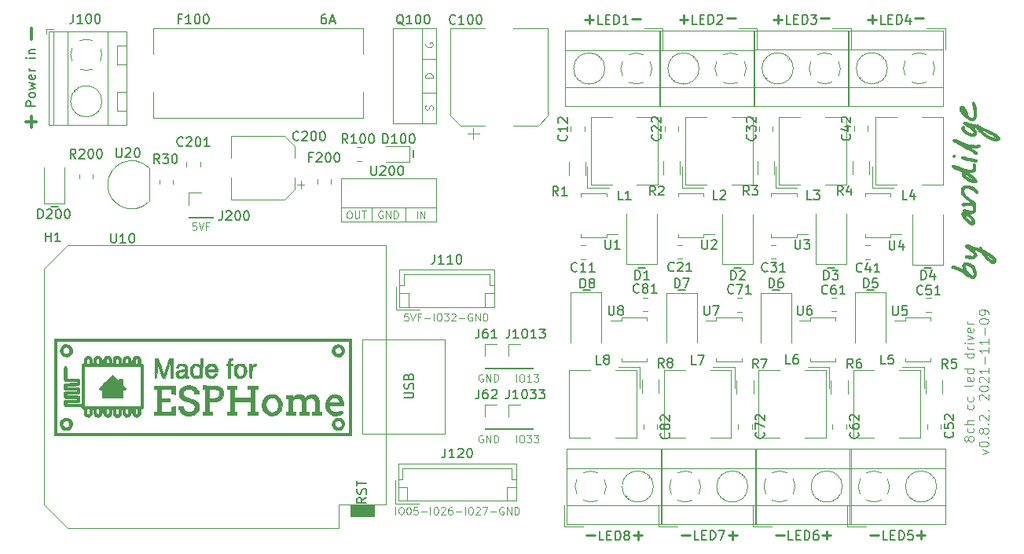
<source format=gto>
G04 #@! TF.GenerationSoftware,KiCad,Pcbnew,5.1.12-84ad8e8a86~92~ubuntu20.04.1*
G04 #@! TF.CreationDate,2021-11-09T21:57:18+01:00*
G04 #@! TF.ProjectId,CC dimmer low voltage,43432064-696d-46d6-9572-206c6f772076,0.82*
G04 #@! TF.SameCoordinates,Original*
G04 #@! TF.FileFunction,Legend,Top*
G04 #@! TF.FilePolarity,Positive*
%FSLAX46Y46*%
G04 Gerber Fmt 4.6, Leading zero omitted, Abs format (unit mm)*
G04 Created by KiCad (PCBNEW 5.1.12-84ad8e8a86~92~ubuntu20.04.1) date 2021-11-09 21:57:18*
%MOMM*%
%LPD*%
G01*
G04 APERTURE LIST*
%ADD10C,0.250000*%
%ADD11C,0.150000*%
%ADD12C,0.300000*%
%ADD13C,0.100000*%
%ADD14C,0.010000*%
%ADD15C,0.120000*%
G04 APERTURE END LIST*
D10*
X187484857Y-125420714D02*
X188399142Y-125420714D01*
X177304857Y-125450714D02*
X178219142Y-125450714D01*
X167144857Y-125440714D02*
X168059142Y-125440714D01*
X156954857Y-125420714D02*
X157869142Y-125420714D01*
X192524857Y-125420714D02*
X193439142Y-125420714D01*
X192982000Y-125877857D02*
X192982000Y-124963571D01*
X182344857Y-125460714D02*
X183259142Y-125460714D01*
X182802000Y-125917857D02*
X182802000Y-125003571D01*
X172224857Y-125480714D02*
X173139142Y-125480714D01*
X172682000Y-125937857D02*
X172682000Y-125023571D01*
X162034857Y-125470714D02*
X162949142Y-125470714D01*
X162492000Y-125927857D02*
X162492000Y-125013571D01*
X192304857Y-69750714D02*
X193219142Y-69750714D01*
X182174857Y-69760714D02*
X183089142Y-69760714D01*
X172074857Y-69780714D02*
X172989142Y-69780714D01*
X187254857Y-69890714D02*
X188169142Y-69890714D01*
X187712000Y-70347857D02*
X187712000Y-69433571D01*
X177104857Y-69910714D02*
X178019142Y-69910714D01*
X177562000Y-70367857D02*
X177562000Y-69453571D01*
X166964857Y-69910714D02*
X167879142Y-69910714D01*
X167422000Y-70367857D02*
X167422000Y-69453571D01*
D11*
X157322952Y-99063571D02*
X156561047Y-99063571D01*
X167582952Y-99043571D02*
X166821047Y-99043571D01*
X177752952Y-99043571D02*
X176991047Y-99043571D01*
X187932952Y-99043571D02*
X187171047Y-99043571D01*
D12*
X97129142Y-72036428D02*
X97129142Y-70893571D01*
X96540571Y-80932142D02*
X97683428Y-80932142D01*
X97112000Y-81503571D02*
X97112000Y-80360714D01*
D10*
X161864857Y-69800714D02*
X162779142Y-69800714D01*
X156794857Y-69880714D02*
X157709142Y-69880714D01*
X157252000Y-70337857D02*
X157252000Y-69423571D01*
D13*
X198072952Y-115173095D02*
X198025333Y-115268333D01*
X197977714Y-115315952D01*
X197882476Y-115363571D01*
X197834857Y-115363571D01*
X197739619Y-115315952D01*
X197692000Y-115268333D01*
X197644380Y-115173095D01*
X197644380Y-114982619D01*
X197692000Y-114887380D01*
X197739619Y-114839761D01*
X197834857Y-114792142D01*
X197882476Y-114792142D01*
X197977714Y-114839761D01*
X198025333Y-114887380D01*
X198072952Y-114982619D01*
X198072952Y-115173095D01*
X198120571Y-115268333D01*
X198168190Y-115315952D01*
X198263428Y-115363571D01*
X198453904Y-115363571D01*
X198549142Y-115315952D01*
X198596761Y-115268333D01*
X198644380Y-115173095D01*
X198644380Y-114982619D01*
X198596761Y-114887380D01*
X198549142Y-114839761D01*
X198453904Y-114792142D01*
X198263428Y-114792142D01*
X198168190Y-114839761D01*
X198120571Y-114887380D01*
X198072952Y-114982619D01*
X198596761Y-113935000D02*
X198644380Y-114030238D01*
X198644380Y-114220714D01*
X198596761Y-114315952D01*
X198549142Y-114363571D01*
X198453904Y-114411190D01*
X198168190Y-114411190D01*
X198072952Y-114363571D01*
X198025333Y-114315952D01*
X197977714Y-114220714D01*
X197977714Y-114030238D01*
X198025333Y-113935000D01*
X198644380Y-113506428D02*
X197644380Y-113506428D01*
X198644380Y-113077857D02*
X198120571Y-113077857D01*
X198025333Y-113125476D01*
X197977714Y-113220714D01*
X197977714Y-113363571D01*
X198025333Y-113458809D01*
X198072952Y-113506428D01*
X198596761Y-111411190D02*
X198644380Y-111506428D01*
X198644380Y-111696904D01*
X198596761Y-111792142D01*
X198549142Y-111839761D01*
X198453904Y-111887380D01*
X198168190Y-111887380D01*
X198072952Y-111839761D01*
X198025333Y-111792142D01*
X197977714Y-111696904D01*
X197977714Y-111506428D01*
X198025333Y-111411190D01*
X198596761Y-110554047D02*
X198644380Y-110649285D01*
X198644380Y-110839761D01*
X198596761Y-110935000D01*
X198549142Y-110982619D01*
X198453904Y-111030238D01*
X198168190Y-111030238D01*
X198072952Y-110982619D01*
X198025333Y-110935000D01*
X197977714Y-110839761D01*
X197977714Y-110649285D01*
X198025333Y-110554047D01*
X198644380Y-109220714D02*
X198596761Y-109315952D01*
X198501523Y-109363571D01*
X197644380Y-109363571D01*
X198596761Y-108458809D02*
X198644380Y-108554047D01*
X198644380Y-108744523D01*
X198596761Y-108839761D01*
X198501523Y-108887380D01*
X198120571Y-108887380D01*
X198025333Y-108839761D01*
X197977714Y-108744523D01*
X197977714Y-108554047D01*
X198025333Y-108458809D01*
X198120571Y-108411190D01*
X198215809Y-108411190D01*
X198311047Y-108887380D01*
X198644380Y-107554047D02*
X197644380Y-107554047D01*
X198596761Y-107554047D02*
X198644380Y-107649285D01*
X198644380Y-107839761D01*
X198596761Y-107935000D01*
X198549142Y-107982619D01*
X198453904Y-108030238D01*
X198168190Y-108030238D01*
X198072952Y-107982619D01*
X198025333Y-107935000D01*
X197977714Y-107839761D01*
X197977714Y-107649285D01*
X198025333Y-107554047D01*
X198644380Y-105887380D02*
X197644380Y-105887380D01*
X198596761Y-105887380D02*
X198644380Y-105982619D01*
X198644380Y-106173095D01*
X198596761Y-106268333D01*
X198549142Y-106315952D01*
X198453904Y-106363571D01*
X198168190Y-106363571D01*
X198072952Y-106315952D01*
X198025333Y-106268333D01*
X197977714Y-106173095D01*
X197977714Y-105982619D01*
X198025333Y-105887380D01*
X198644380Y-105411190D02*
X197977714Y-105411190D01*
X198168190Y-105411190D02*
X198072952Y-105363571D01*
X198025333Y-105315952D01*
X197977714Y-105220714D01*
X197977714Y-105125476D01*
X198644380Y-104792142D02*
X197977714Y-104792142D01*
X197644380Y-104792142D02*
X197692000Y-104839761D01*
X197739619Y-104792142D01*
X197692000Y-104744523D01*
X197644380Y-104792142D01*
X197739619Y-104792142D01*
X197977714Y-104411190D02*
X198644380Y-104173095D01*
X197977714Y-103935000D01*
X198596761Y-103173095D02*
X198644380Y-103268333D01*
X198644380Y-103458809D01*
X198596761Y-103554047D01*
X198501523Y-103601666D01*
X198120571Y-103601666D01*
X198025333Y-103554047D01*
X197977714Y-103458809D01*
X197977714Y-103268333D01*
X198025333Y-103173095D01*
X198120571Y-103125476D01*
X198215809Y-103125476D01*
X198311047Y-103601666D01*
X198644380Y-102696904D02*
X197977714Y-102696904D01*
X198168190Y-102696904D02*
X198072952Y-102649285D01*
X198025333Y-102601666D01*
X197977714Y-102506428D01*
X197977714Y-102411190D01*
X199577714Y-116744523D02*
X200244380Y-116506428D01*
X199577714Y-116268333D01*
X199244380Y-115696904D02*
X199244380Y-115601666D01*
X199292000Y-115506428D01*
X199339619Y-115458809D01*
X199434857Y-115411190D01*
X199625333Y-115363571D01*
X199863428Y-115363571D01*
X200053904Y-115411190D01*
X200149142Y-115458809D01*
X200196761Y-115506428D01*
X200244380Y-115601666D01*
X200244380Y-115696904D01*
X200196761Y-115792142D01*
X200149142Y-115839761D01*
X200053904Y-115887380D01*
X199863428Y-115935000D01*
X199625333Y-115935000D01*
X199434857Y-115887380D01*
X199339619Y-115839761D01*
X199292000Y-115792142D01*
X199244380Y-115696904D01*
X200149142Y-114935000D02*
X200196761Y-114887380D01*
X200244380Y-114935000D01*
X200196761Y-114982619D01*
X200149142Y-114935000D01*
X200244380Y-114935000D01*
X199672952Y-114315952D02*
X199625333Y-114411190D01*
X199577714Y-114458809D01*
X199482476Y-114506428D01*
X199434857Y-114506428D01*
X199339619Y-114458809D01*
X199292000Y-114411190D01*
X199244380Y-114315952D01*
X199244380Y-114125476D01*
X199292000Y-114030238D01*
X199339619Y-113982619D01*
X199434857Y-113935000D01*
X199482476Y-113935000D01*
X199577714Y-113982619D01*
X199625333Y-114030238D01*
X199672952Y-114125476D01*
X199672952Y-114315952D01*
X199720571Y-114411190D01*
X199768190Y-114458809D01*
X199863428Y-114506428D01*
X200053904Y-114506428D01*
X200149142Y-114458809D01*
X200196761Y-114411190D01*
X200244380Y-114315952D01*
X200244380Y-114125476D01*
X200196761Y-114030238D01*
X200149142Y-113982619D01*
X200053904Y-113935000D01*
X199863428Y-113935000D01*
X199768190Y-113982619D01*
X199720571Y-114030238D01*
X199672952Y-114125476D01*
X200149142Y-113506428D02*
X200196761Y-113458809D01*
X200244380Y-113506428D01*
X200196761Y-113554047D01*
X200149142Y-113506428D01*
X200244380Y-113506428D01*
X199339619Y-113077857D02*
X199292000Y-113030238D01*
X199244380Y-112935000D01*
X199244380Y-112696904D01*
X199292000Y-112601666D01*
X199339619Y-112554047D01*
X199434857Y-112506428D01*
X199530095Y-112506428D01*
X199672952Y-112554047D01*
X200244380Y-113125476D01*
X200244380Y-112506428D01*
X200196761Y-112030238D02*
X200244380Y-112030238D01*
X200339619Y-112077857D01*
X200387238Y-112125476D01*
X199339619Y-110887380D02*
X199292000Y-110839761D01*
X199244380Y-110744523D01*
X199244380Y-110506428D01*
X199292000Y-110411190D01*
X199339619Y-110363571D01*
X199434857Y-110315952D01*
X199530095Y-110315952D01*
X199672952Y-110363571D01*
X200244380Y-110935000D01*
X200244380Y-110315952D01*
X199244380Y-109696904D02*
X199244380Y-109601666D01*
X199292000Y-109506428D01*
X199339619Y-109458809D01*
X199434857Y-109411190D01*
X199625333Y-109363571D01*
X199863428Y-109363571D01*
X200053904Y-109411190D01*
X200149142Y-109458809D01*
X200196761Y-109506428D01*
X200244380Y-109601666D01*
X200244380Y-109696904D01*
X200196761Y-109792142D01*
X200149142Y-109839761D01*
X200053904Y-109887380D01*
X199863428Y-109935000D01*
X199625333Y-109935000D01*
X199434857Y-109887380D01*
X199339619Y-109839761D01*
X199292000Y-109792142D01*
X199244380Y-109696904D01*
X199339619Y-108982619D02*
X199292000Y-108935000D01*
X199244380Y-108839761D01*
X199244380Y-108601666D01*
X199292000Y-108506428D01*
X199339619Y-108458809D01*
X199434857Y-108411190D01*
X199530095Y-108411190D01*
X199672952Y-108458809D01*
X200244380Y-109030238D01*
X200244380Y-108411190D01*
X200244380Y-107458809D02*
X200244380Y-108030238D01*
X200244380Y-107744523D02*
X199244380Y-107744523D01*
X199387238Y-107839761D01*
X199482476Y-107935000D01*
X199530095Y-108030238D01*
X199863428Y-107030238D02*
X199863428Y-106268333D01*
X200244380Y-105268333D02*
X200244380Y-105839761D01*
X200244380Y-105554047D02*
X199244380Y-105554047D01*
X199387238Y-105649285D01*
X199482476Y-105744523D01*
X199530095Y-105839761D01*
X200244380Y-104315952D02*
X200244380Y-104887380D01*
X200244380Y-104601666D02*
X199244380Y-104601666D01*
X199387238Y-104696904D01*
X199482476Y-104792142D01*
X199530095Y-104887380D01*
X199863428Y-103887380D02*
X199863428Y-103125476D01*
X199244380Y-102458809D02*
X199244380Y-102363571D01*
X199292000Y-102268333D01*
X199339619Y-102220714D01*
X199434857Y-102173095D01*
X199625333Y-102125476D01*
X199863428Y-102125476D01*
X200053904Y-102173095D01*
X200149142Y-102220714D01*
X200196761Y-102268333D01*
X200244380Y-102363571D01*
X200244380Y-102458809D01*
X200196761Y-102554047D01*
X200149142Y-102601666D01*
X200053904Y-102649285D01*
X199863428Y-102696904D01*
X199625333Y-102696904D01*
X199434857Y-102649285D01*
X199339619Y-102601666D01*
X199292000Y-102554047D01*
X199244380Y-102458809D01*
X200244380Y-101649285D02*
X200244380Y-101458809D01*
X200196761Y-101363571D01*
X200149142Y-101315952D01*
X200006285Y-101220714D01*
X199815809Y-101173095D01*
X199434857Y-101173095D01*
X199339619Y-101220714D01*
X199292000Y-101268333D01*
X199244380Y-101363571D01*
X199244380Y-101554047D01*
X199292000Y-101649285D01*
X199339619Y-101696904D01*
X199434857Y-101744523D01*
X199672952Y-101744523D01*
X199768190Y-101696904D01*
X199815809Y-101649285D01*
X199863428Y-101554047D01*
X199863428Y-101363571D01*
X199815809Y-101268333D01*
X199768190Y-101220714D01*
X199672952Y-101173095D01*
X140350709Y-79647271D02*
X140388804Y-79532985D01*
X140388804Y-79342509D01*
X140350709Y-79266319D01*
X140312614Y-79228223D01*
X140236423Y-79190128D01*
X140160233Y-79190128D01*
X140084042Y-79228223D01*
X140045947Y-79266319D01*
X140007852Y-79342509D01*
X139969757Y-79494890D01*
X139931661Y-79571080D01*
X139893566Y-79609176D01*
X139817376Y-79647271D01*
X139741185Y-79647271D01*
X139664995Y-79609176D01*
X139626900Y-79571080D01*
X139588804Y-79494890D01*
X139588804Y-79304414D01*
X139626900Y-79190128D01*
X140401504Y-76173823D02*
X139601504Y-76173823D01*
X139601504Y-75983347D01*
X139639600Y-75869061D01*
X139715790Y-75792871D01*
X139791980Y-75754776D01*
X139944361Y-75716680D01*
X140058647Y-75716680D01*
X140211028Y-75754776D01*
X140287219Y-75792871D01*
X140363409Y-75869061D01*
X140401504Y-75983347D01*
X140401504Y-76173823D01*
X139639600Y-72440076D02*
X139601504Y-72516266D01*
X139601504Y-72630552D01*
X139639600Y-72744838D01*
X139715790Y-72821028D01*
X139791980Y-72859123D01*
X139944361Y-72897219D01*
X140058647Y-72897219D01*
X140211028Y-72859123D01*
X140287219Y-72821028D01*
X140363409Y-72744838D01*
X140401504Y-72630552D01*
X140401504Y-72554361D01*
X140363409Y-72440076D01*
X140325314Y-72401980D01*
X140058647Y-72401980D01*
X140058647Y-72554361D01*
X134985076Y-90554500D02*
X134908885Y-90516404D01*
X134794600Y-90516404D01*
X134680314Y-90554500D01*
X134604123Y-90630690D01*
X134566028Y-90706880D01*
X134527933Y-90859261D01*
X134527933Y-90973547D01*
X134566028Y-91125928D01*
X134604123Y-91202119D01*
X134680314Y-91278309D01*
X134794600Y-91316404D01*
X134870790Y-91316404D01*
X134985076Y-91278309D01*
X135023171Y-91240214D01*
X135023171Y-90973547D01*
X134870790Y-90973547D01*
X135366028Y-91316404D02*
X135366028Y-90516404D01*
X135823171Y-91316404D01*
X135823171Y-90516404D01*
X136204123Y-91316404D02*
X136204123Y-90516404D01*
X136394600Y-90516404D01*
X136508885Y-90554500D01*
X136585076Y-90630690D01*
X136623171Y-90706880D01*
X136661266Y-90859261D01*
X136661266Y-90973547D01*
X136623171Y-91125928D01*
X136585076Y-91202119D01*
X136508885Y-91278309D01*
X136394600Y-91316404D01*
X136204123Y-91316404D01*
D11*
X99996452Y-90082971D02*
X99234547Y-90082971D01*
D13*
X131314800Y-90529104D02*
X131467180Y-90529104D01*
X131543371Y-90567200D01*
X131619561Y-90643390D01*
X131657657Y-90795771D01*
X131657657Y-91062438D01*
X131619561Y-91214819D01*
X131543371Y-91291009D01*
X131467180Y-91329104D01*
X131314800Y-91329104D01*
X131238609Y-91291009D01*
X131162419Y-91214819D01*
X131124323Y-91062438D01*
X131124323Y-90795771D01*
X131162419Y-90643390D01*
X131238609Y-90567200D01*
X131314800Y-90529104D01*
X132000514Y-90529104D02*
X132000514Y-91176723D01*
X132038609Y-91252914D01*
X132076704Y-91291009D01*
X132152895Y-91329104D01*
X132305276Y-91329104D01*
X132381466Y-91291009D01*
X132419561Y-91252914D01*
X132457657Y-91176723D01*
X132457657Y-90529104D01*
X132724323Y-90529104D02*
X133181466Y-90529104D01*
X132952895Y-91329104D02*
X132952895Y-90529104D01*
X138680752Y-91354504D02*
X138680752Y-90554504D01*
X139061704Y-91354504D02*
X139061704Y-90554504D01*
X139518847Y-91354504D01*
X139518847Y-90554504D01*
D11*
X138320328Y-84756852D02*
X138320328Y-83994947D01*
X193341047Y-96656428D02*
X194102952Y-96656428D01*
X182901047Y-96666428D02*
X183662952Y-96666428D01*
X172861047Y-96676428D02*
X173622952Y-96676428D01*
X162551047Y-96666428D02*
X163312952Y-96666428D01*
D14*
G36*
X197362935Y-81414936D02*
G01*
X197443663Y-81346344D01*
X197504720Y-81339938D01*
X197577625Y-81370053D01*
X197612909Y-81450534D01*
X197622368Y-81525353D01*
X197657300Y-81666729D01*
X197749131Y-81791688D01*
X197804076Y-81843155D01*
X198016920Y-81997547D01*
X198243722Y-82107649D01*
X198454235Y-82159558D01*
X198497182Y-82161804D01*
X198602391Y-82151415D01*
X198642992Y-82106604D01*
X198647273Y-82061523D01*
X198609569Y-81961869D01*
X198506845Y-81831258D01*
X198354680Y-81683837D01*
X198168654Y-81533754D01*
X197964348Y-81395159D01*
X197827546Y-81317107D01*
X197641053Y-81211788D01*
X197534133Y-81128879D01*
X197499721Y-81058780D01*
X197530748Y-80991893D01*
X197564598Y-80959935D01*
X197607064Y-80939857D01*
X197676085Y-80937692D01*
X197785882Y-80956070D01*
X197950675Y-80997617D01*
X198184686Y-81064963D01*
X198268871Y-81090098D01*
X198540883Y-81167776D01*
X198749790Y-81219033D01*
X198887551Y-81242129D01*
X198945146Y-81236454D01*
X199042691Y-81193527D01*
X199142182Y-81223918D01*
X199197706Y-81296909D01*
X199267449Y-81380091D01*
X199416626Y-81463571D01*
X199531381Y-81509979D01*
X199708192Y-81581870D01*
X199931453Y-81681695D01*
X200182176Y-81799976D01*
X200441368Y-81927234D01*
X200690039Y-82053988D01*
X200909199Y-82170761D01*
X201079857Y-82268071D01*
X201175776Y-82330791D01*
X201276350Y-82425820D01*
X201372755Y-82545884D01*
X201442600Y-82660091D01*
X201464364Y-82728971D01*
X201440445Y-82774446D01*
X201398814Y-82835173D01*
X201345532Y-82884847D01*
X201261166Y-82912433D01*
X201121585Y-82923608D01*
X201017814Y-82924818D01*
X200992710Y-82924132D01*
X200992710Y-82669157D01*
X201118000Y-82667497D01*
X200981374Y-82555838D01*
X200893118Y-82496459D01*
X200739983Y-82406457D01*
X200539998Y-82295918D01*
X200311191Y-82174928D01*
X200185329Y-82110484D01*
X199900630Y-81970995D01*
X199688290Y-81877027D01*
X199549678Y-81828878D01*
X199486160Y-81826849D01*
X199499103Y-81871240D01*
X199589874Y-81962350D01*
X199617091Y-81985867D01*
X199813332Y-82134245D01*
X200046480Y-82282129D01*
X200296057Y-82419349D01*
X200541586Y-82535731D01*
X200762588Y-82621105D01*
X200938586Y-82665299D01*
X200992710Y-82669157D01*
X200992710Y-82924132D01*
X200863908Y-82920607D01*
X200734982Y-82902661D01*
X200603359Y-82863016D01*
X200441359Y-82793704D01*
X200263637Y-82707758D01*
X199901533Y-82513402D01*
X199614785Y-82323094D01*
X199387785Y-82124872D01*
X199204923Y-81906776D01*
X199189127Y-81884368D01*
X199018562Y-81680933D01*
X198847260Y-81556837D01*
X198704710Y-81518356D01*
X198695343Y-81549749D01*
X198736179Y-81634074D01*
X198785529Y-81707929D01*
X198887097Y-81884246D01*
X198923546Y-82056881D01*
X198924364Y-82091648D01*
X198903338Y-82276302D01*
X198830880Y-82392388D01*
X198692914Y-82455807D01*
X198586186Y-82473756D01*
X198448862Y-82479805D01*
X198321990Y-82457592D01*
X198170271Y-82398755D01*
X198072004Y-82351978D01*
X197858551Y-82228426D01*
X197657982Y-82079474D01*
X197489190Y-81922215D01*
X197371069Y-81773745D01*
X197326965Y-81677913D01*
X197319595Y-81533903D01*
X197362935Y-81414936D01*
G37*
X197362935Y-81414936D02*
X197443663Y-81346344D01*
X197504720Y-81339938D01*
X197577625Y-81370053D01*
X197612909Y-81450534D01*
X197622368Y-81525353D01*
X197657300Y-81666729D01*
X197749131Y-81791688D01*
X197804076Y-81843155D01*
X198016920Y-81997547D01*
X198243722Y-82107649D01*
X198454235Y-82159558D01*
X198497182Y-82161804D01*
X198602391Y-82151415D01*
X198642992Y-82106604D01*
X198647273Y-82061523D01*
X198609569Y-81961869D01*
X198506845Y-81831258D01*
X198354680Y-81683837D01*
X198168654Y-81533754D01*
X197964348Y-81395159D01*
X197827546Y-81317107D01*
X197641053Y-81211788D01*
X197534133Y-81128879D01*
X197499721Y-81058780D01*
X197530748Y-80991893D01*
X197564598Y-80959935D01*
X197607064Y-80939857D01*
X197676085Y-80937692D01*
X197785882Y-80956070D01*
X197950675Y-80997617D01*
X198184686Y-81064963D01*
X198268871Y-81090098D01*
X198540883Y-81167776D01*
X198749790Y-81219033D01*
X198887551Y-81242129D01*
X198945146Y-81236454D01*
X199042691Y-81193527D01*
X199142182Y-81223918D01*
X199197706Y-81296909D01*
X199267449Y-81380091D01*
X199416626Y-81463571D01*
X199531381Y-81509979D01*
X199708192Y-81581870D01*
X199931453Y-81681695D01*
X200182176Y-81799976D01*
X200441368Y-81927234D01*
X200690039Y-82053988D01*
X200909199Y-82170761D01*
X201079857Y-82268071D01*
X201175776Y-82330791D01*
X201276350Y-82425820D01*
X201372755Y-82545884D01*
X201442600Y-82660091D01*
X201464364Y-82728971D01*
X201440445Y-82774446D01*
X201398814Y-82835173D01*
X201345532Y-82884847D01*
X201261166Y-82912433D01*
X201121585Y-82923608D01*
X201017814Y-82924818D01*
X200992710Y-82924132D01*
X200992710Y-82669157D01*
X201118000Y-82667497D01*
X200981374Y-82555838D01*
X200893118Y-82496459D01*
X200739983Y-82406457D01*
X200539998Y-82295918D01*
X200311191Y-82174928D01*
X200185329Y-82110484D01*
X199900630Y-81970995D01*
X199688290Y-81877027D01*
X199549678Y-81828878D01*
X199486160Y-81826849D01*
X199499103Y-81871240D01*
X199589874Y-81962350D01*
X199617091Y-81985867D01*
X199813332Y-82134245D01*
X200046480Y-82282129D01*
X200296057Y-82419349D01*
X200541586Y-82535731D01*
X200762588Y-82621105D01*
X200938586Y-82665299D01*
X200992710Y-82669157D01*
X200992710Y-82924132D01*
X200863908Y-82920607D01*
X200734982Y-82902661D01*
X200603359Y-82863016D01*
X200441359Y-82793704D01*
X200263637Y-82707758D01*
X199901533Y-82513402D01*
X199614785Y-82323094D01*
X199387785Y-82124872D01*
X199204923Y-81906776D01*
X199189127Y-81884368D01*
X199018562Y-81680933D01*
X198847260Y-81556837D01*
X198704710Y-81518356D01*
X198695343Y-81549749D01*
X198736179Y-81634074D01*
X198785529Y-81707929D01*
X198887097Y-81884246D01*
X198923546Y-82056881D01*
X198924364Y-82091648D01*
X198903338Y-82276302D01*
X198830880Y-82392388D01*
X198692914Y-82455807D01*
X198586186Y-82473756D01*
X198448862Y-82479805D01*
X198321990Y-82457592D01*
X198170271Y-82398755D01*
X198072004Y-82351978D01*
X197858551Y-82228426D01*
X197657982Y-82079474D01*
X197489190Y-81922215D01*
X197371069Y-81773745D01*
X197326965Y-81677913D01*
X197319595Y-81533903D01*
X197362935Y-81414936D01*
G36*
X197701743Y-94229280D02*
G01*
X197729305Y-94186351D01*
X197795926Y-94149265D01*
X197911779Y-94145221D01*
X198082992Y-94175825D01*
X198315693Y-94242682D01*
X198616010Y-94347396D01*
X198990070Y-94491572D01*
X199167342Y-94562938D01*
X199226538Y-94572128D01*
X199225554Y-94533142D01*
X199228486Y-94435199D01*
X199294400Y-94369803D01*
X199367375Y-94362212D01*
X199441315Y-94410436D01*
X199525166Y-94511923D01*
X199553629Y-94558168D01*
X199616146Y-94650961D01*
X199699989Y-94730731D01*
X199824723Y-94811761D01*
X200009910Y-94908334D01*
X200079674Y-94942229D01*
X200407958Y-95121452D01*
X200674732Y-95317685D01*
X200776886Y-95411174D01*
X200938659Y-95583699D01*
X201026920Y-95722915D01*
X201046213Y-95844894D01*
X201001079Y-95965708D01*
X200953012Y-96034227D01*
X200826335Y-96130985D01*
X200667458Y-96145733D01*
X200631113Y-96133172D01*
X200631113Y-95832636D01*
X200706873Y-95818576D01*
X200712883Y-95771842D01*
X200646700Y-95685608D01*
X200542808Y-95586011D01*
X200393289Y-95466253D01*
X200230153Y-95357495D01*
X200170428Y-95324205D01*
X200057403Y-95268821D01*
X200009878Y-95255940D01*
X200012025Y-95284286D01*
X200026282Y-95312594D01*
X200098374Y-95410774D01*
X200212607Y-95529651D01*
X200346675Y-95650042D01*
X200478271Y-95752770D01*
X200585087Y-95818653D01*
X200631113Y-95832636D01*
X200631113Y-96133172D01*
X200480847Y-96081239D01*
X200270966Y-95940267D01*
X200042280Y-95725582D01*
X199799254Y-95439952D01*
X199636520Y-95218713D01*
X199549349Y-95100249D01*
X199469615Y-95017249D01*
X199373104Y-94953459D01*
X199235599Y-94892628D01*
X199048440Y-94824017D01*
X198867444Y-94762960D01*
X198721074Y-94719510D01*
X198629493Y-94699340D01*
X198609473Y-94700497D01*
X198620601Y-94722722D01*
X198637357Y-94724273D01*
X198701727Y-94762884D01*
X198783264Y-94860947D01*
X198865726Y-94991800D01*
X198932868Y-95128787D01*
X198968449Y-95245248D01*
X198970546Y-95271125D01*
X198935427Y-95407433D01*
X198828457Y-95528349D01*
X198736485Y-95594764D01*
X198639867Y-95630425D01*
X198505939Y-95643749D01*
X198378184Y-95644360D01*
X198184079Y-95633733D01*
X197997200Y-95609839D01*
X197885273Y-95585153D01*
X197763542Y-95537765D01*
X197710033Y-95479851D01*
X197700546Y-95415521D01*
X197701010Y-95366004D01*
X197712359Y-95333510D01*
X197749524Y-95316405D01*
X197827438Y-95313059D01*
X197961033Y-95321839D01*
X198165242Y-95341113D01*
X198279165Y-95352289D01*
X198453787Y-95364454D01*
X198560942Y-95356869D01*
X198623942Y-95326799D01*
X198640279Y-95309973D01*
X198672079Y-95246136D01*
X198659312Y-95172870D01*
X198594623Y-95080898D01*
X198470658Y-94960941D01*
X198280063Y-94803723D01*
X198172468Y-94719788D01*
X197963195Y-94555756D01*
X197820194Y-94435172D01*
X197734759Y-94347554D01*
X197698178Y-94282418D01*
X197701743Y-94229280D01*
G37*
X197701743Y-94229280D02*
X197729305Y-94186351D01*
X197795926Y-94149265D01*
X197911779Y-94145221D01*
X198082992Y-94175825D01*
X198315693Y-94242682D01*
X198616010Y-94347396D01*
X198990070Y-94491572D01*
X199167342Y-94562938D01*
X199226538Y-94572128D01*
X199225554Y-94533142D01*
X199228486Y-94435199D01*
X199294400Y-94369803D01*
X199367375Y-94362212D01*
X199441315Y-94410436D01*
X199525166Y-94511923D01*
X199553629Y-94558168D01*
X199616146Y-94650961D01*
X199699989Y-94730731D01*
X199824723Y-94811761D01*
X200009910Y-94908334D01*
X200079674Y-94942229D01*
X200407958Y-95121452D01*
X200674732Y-95317685D01*
X200776886Y-95411174D01*
X200938659Y-95583699D01*
X201026920Y-95722915D01*
X201046213Y-95844894D01*
X201001079Y-95965708D01*
X200953012Y-96034227D01*
X200826335Y-96130985D01*
X200667458Y-96145733D01*
X200631113Y-96133172D01*
X200631113Y-95832636D01*
X200706873Y-95818576D01*
X200712883Y-95771842D01*
X200646700Y-95685608D01*
X200542808Y-95586011D01*
X200393289Y-95466253D01*
X200230153Y-95357495D01*
X200170428Y-95324205D01*
X200057403Y-95268821D01*
X200009878Y-95255940D01*
X200012025Y-95284286D01*
X200026282Y-95312594D01*
X200098374Y-95410774D01*
X200212607Y-95529651D01*
X200346675Y-95650042D01*
X200478271Y-95752770D01*
X200585087Y-95818653D01*
X200631113Y-95832636D01*
X200631113Y-96133172D01*
X200480847Y-96081239D01*
X200270966Y-95940267D01*
X200042280Y-95725582D01*
X199799254Y-95439952D01*
X199636520Y-95218713D01*
X199549349Y-95100249D01*
X199469615Y-95017249D01*
X199373104Y-94953459D01*
X199235599Y-94892628D01*
X199048440Y-94824017D01*
X198867444Y-94762960D01*
X198721074Y-94719510D01*
X198629493Y-94699340D01*
X198609473Y-94700497D01*
X198620601Y-94722722D01*
X198637357Y-94724273D01*
X198701727Y-94762884D01*
X198783264Y-94860947D01*
X198865726Y-94991800D01*
X198932868Y-95128787D01*
X198968449Y-95245248D01*
X198970546Y-95271125D01*
X198935427Y-95407433D01*
X198828457Y-95528349D01*
X198736485Y-95594764D01*
X198639867Y-95630425D01*
X198505939Y-95643749D01*
X198378184Y-95644360D01*
X198184079Y-95633733D01*
X197997200Y-95609839D01*
X197885273Y-95585153D01*
X197763542Y-95537765D01*
X197710033Y-95479851D01*
X197700546Y-95415521D01*
X197701010Y-95366004D01*
X197712359Y-95333510D01*
X197749524Y-95316405D01*
X197827438Y-95313059D01*
X197961033Y-95321839D01*
X198165242Y-95341113D01*
X198279165Y-95352289D01*
X198453787Y-95364454D01*
X198560942Y-95356869D01*
X198623942Y-95326799D01*
X198640279Y-95309973D01*
X198672079Y-95246136D01*
X198659312Y-95172870D01*
X198594623Y-95080898D01*
X198470658Y-94960941D01*
X198280063Y-94803723D01*
X198172468Y-94719788D01*
X197963195Y-94555756D01*
X197820194Y-94435172D01*
X197734759Y-94347554D01*
X197698178Y-94282418D01*
X197701743Y-94229280D01*
G36*
X196369691Y-82851545D02*
G01*
X196383645Y-82833321D01*
X196430183Y-82789917D01*
X196488526Y-82771771D01*
X196573488Y-82782246D01*
X196699885Y-82824700D01*
X196882533Y-82902494D01*
X197073301Y-82989740D01*
X197487053Y-83170074D01*
X197849167Y-83299513D01*
X198182012Y-83382429D01*
X198507954Y-83423195D01*
X198849361Y-83426184D01*
X199178364Y-83401247D01*
X199280644Y-83403883D01*
X199324020Y-83451881D01*
X199330805Y-83483969D01*
X199314990Y-83565081D01*
X199228688Y-83629143D01*
X199192259Y-83645606D01*
X199061459Y-83679324D01*
X198870040Y-83702018D01*
X198659177Y-83709909D01*
X198278536Y-83709909D01*
X198443644Y-83802273D01*
X198676197Y-83935367D01*
X198837894Y-84036767D01*
X198940540Y-84115994D01*
X198995936Y-84182569D01*
X199015886Y-84246011D01*
X199016727Y-84264523D01*
X198984784Y-84369257D01*
X198908242Y-84421661D01*
X198816031Y-84403034D01*
X198809541Y-84398441D01*
X198658489Y-84292271D01*
X198457511Y-84161066D01*
X198219554Y-84012306D01*
X197957564Y-83853473D01*
X197684489Y-83692048D01*
X197413276Y-83535513D01*
X197156870Y-83391350D01*
X196928220Y-83267039D01*
X196740272Y-83170062D01*
X196605972Y-83107901D01*
X196541612Y-83087904D01*
X196475252Y-83055493D01*
X196408239Y-82994957D01*
X196354417Y-82915650D01*
X196369691Y-82851545D01*
G37*
X196369691Y-82851545D02*
X196383645Y-82833321D01*
X196430183Y-82789917D01*
X196488526Y-82771771D01*
X196573488Y-82782246D01*
X196699885Y-82824700D01*
X196882533Y-82902494D01*
X197073301Y-82989740D01*
X197487053Y-83170074D01*
X197849167Y-83299513D01*
X198182012Y-83382429D01*
X198507954Y-83423195D01*
X198849361Y-83426184D01*
X199178364Y-83401247D01*
X199280644Y-83403883D01*
X199324020Y-83451881D01*
X199330805Y-83483969D01*
X199314990Y-83565081D01*
X199228688Y-83629143D01*
X199192259Y-83645606D01*
X199061459Y-83679324D01*
X198870040Y-83702018D01*
X198659177Y-83709909D01*
X198278536Y-83709909D01*
X198443644Y-83802273D01*
X198676197Y-83935367D01*
X198837894Y-84036767D01*
X198940540Y-84115994D01*
X198995936Y-84182569D01*
X199015886Y-84246011D01*
X199016727Y-84264523D01*
X198984784Y-84369257D01*
X198908242Y-84421661D01*
X198816031Y-84403034D01*
X198809541Y-84398441D01*
X198658489Y-84292271D01*
X198457511Y-84161066D01*
X198219554Y-84012306D01*
X197957564Y-83853473D01*
X197684489Y-83692048D01*
X197413276Y-83535513D01*
X197156870Y-83391350D01*
X196928220Y-83267039D01*
X196740272Y-83170062D01*
X196605972Y-83107901D01*
X196541612Y-83087904D01*
X196475252Y-83055493D01*
X196408239Y-82994957D01*
X196354417Y-82915650D01*
X196369691Y-82851545D01*
G36*
X197279845Y-88133886D02*
G01*
X197324184Y-88053768D01*
X197417029Y-87954219D01*
X197437555Y-87933670D01*
X197552297Y-87827174D01*
X197647752Y-87772717D01*
X197765531Y-87753076D01*
X197879344Y-87750818D01*
X198156176Y-87780659D01*
X198426677Y-87862929D01*
X198669921Y-87986747D01*
X198864981Y-88141234D01*
X198990927Y-88315508D01*
X198998537Y-88332696D01*
X199048899Y-88467058D01*
X199059470Y-88546056D01*
X199033586Y-88596001D01*
X199032121Y-88597485D01*
X198944129Y-88629933D01*
X198842260Y-88588699D01*
X198754942Y-88488985D01*
X198620361Y-88328722D01*
X198433508Y-88194247D01*
X198218258Y-88094692D01*
X197998484Y-88039186D01*
X197798060Y-88036862D01*
X197674419Y-88075716D01*
X197608382Y-88159265D01*
X197585006Y-88299718D01*
X197604237Y-88472086D01*
X197666021Y-88651379D01*
X197675708Y-88671030D01*
X197731327Y-88764656D01*
X197806035Y-88855858D01*
X197912274Y-88955459D01*
X198062485Y-89074281D01*
X198269110Y-89223146D01*
X198470379Y-89362247D01*
X198627739Y-89474124D01*
X198753611Y-89571609D01*
X198829715Y-89640159D01*
X198843384Y-89659020D01*
X198853370Y-89728637D01*
X198862953Y-89864240D01*
X198870378Y-90039459D01*
X198871606Y-90083000D01*
X198860732Y-90367998D01*
X198807682Y-90574942D01*
X198706754Y-90710631D01*
X198552248Y-90781868D01*
X198338463Y-90795454D01*
X198278201Y-90790940D01*
X198092956Y-90773274D01*
X198398285Y-91080960D01*
X198546095Y-91234609D01*
X198639605Y-91348324D01*
X198692839Y-91444320D01*
X198719821Y-91544811D01*
X198727758Y-91602863D01*
X198721767Y-91799646D01*
X198652016Y-91929737D01*
X198518636Y-91992958D01*
X198439226Y-91999546D01*
X198413815Y-91993378D01*
X198413815Y-91670366D01*
X198457116Y-91644567D01*
X198448508Y-91566559D01*
X198378095Y-91433693D01*
X198372975Y-91425867D01*
X198286589Y-91321929D01*
X198158428Y-91197305D01*
X198061972Y-91115758D01*
X197939383Y-91021552D01*
X197868978Y-90979744D01*
X197831345Y-90984381D01*
X197807076Y-91029505D01*
X197804374Y-91036723D01*
X197798683Y-91119142D01*
X197849299Y-91217822D01*
X197919408Y-91304453D01*
X198071400Y-91461000D01*
X198211062Y-91575934D01*
X198328498Y-91646606D01*
X198413815Y-91670366D01*
X198413815Y-91993378D01*
X198270786Y-91958655D01*
X198070686Y-91835265D01*
X197837384Y-91628300D01*
X197696271Y-91480553D01*
X197494955Y-91237642D01*
X197373127Y-91036103D01*
X197329294Y-90872886D01*
X197348349Y-90770087D01*
X197410864Y-90687292D01*
X197470271Y-90660273D01*
X197517240Y-90643647D01*
X197498791Y-90579377D01*
X197494518Y-90571255D01*
X197467347Y-90457479D01*
X197503621Y-90369746D01*
X197585917Y-90337000D01*
X197671634Y-90350348D01*
X197812811Y-90385166D01*
X197961977Y-90428768D01*
X198129222Y-90476638D01*
X198273709Y-90510059D01*
X198355338Y-90521132D01*
X198486743Y-90481359D01*
X198573043Y-90371135D01*
X198601091Y-90222024D01*
X198597474Y-90091561D01*
X198575995Y-90005625D01*
X198520712Y-89954928D01*
X198415684Y-89930179D01*
X198244969Y-89922089D01*
X198085114Y-89921364D01*
X197879550Y-89925843D01*
X197702138Y-89937886D01*
X197577660Y-89955400D01*
X197539080Y-89967454D01*
X197442271Y-89975914D01*
X197356979Y-89920436D01*
X197315659Y-89827041D01*
X197317648Y-89789918D01*
X197370677Y-89697297D01*
X197491645Y-89638899D01*
X197687107Y-89612993D01*
X197963615Y-89617847D01*
X197968056Y-89618123D01*
X198374111Y-89643545D01*
X198060419Y-89408242D01*
X197803972Y-89210694D01*
X197614051Y-89048415D01*
X197479530Y-88906664D01*
X197389281Y-88770699D01*
X197332178Y-88625781D01*
X197297093Y-88457168D01*
X197287235Y-88383943D01*
X197271649Y-88231601D01*
X197279845Y-88133886D01*
G37*
X197279845Y-88133886D02*
X197324184Y-88053768D01*
X197417029Y-87954219D01*
X197437555Y-87933670D01*
X197552297Y-87827174D01*
X197647752Y-87772717D01*
X197765531Y-87753076D01*
X197879344Y-87750818D01*
X198156176Y-87780659D01*
X198426677Y-87862929D01*
X198669921Y-87986747D01*
X198864981Y-88141234D01*
X198990927Y-88315508D01*
X198998537Y-88332696D01*
X199048899Y-88467058D01*
X199059470Y-88546056D01*
X199033586Y-88596001D01*
X199032121Y-88597485D01*
X198944129Y-88629933D01*
X198842260Y-88588699D01*
X198754942Y-88488985D01*
X198620361Y-88328722D01*
X198433508Y-88194247D01*
X198218258Y-88094692D01*
X197998484Y-88039186D01*
X197798060Y-88036862D01*
X197674419Y-88075716D01*
X197608382Y-88159265D01*
X197585006Y-88299718D01*
X197604237Y-88472086D01*
X197666021Y-88651379D01*
X197675708Y-88671030D01*
X197731327Y-88764656D01*
X197806035Y-88855858D01*
X197912274Y-88955459D01*
X198062485Y-89074281D01*
X198269110Y-89223146D01*
X198470379Y-89362247D01*
X198627739Y-89474124D01*
X198753611Y-89571609D01*
X198829715Y-89640159D01*
X198843384Y-89659020D01*
X198853370Y-89728637D01*
X198862953Y-89864240D01*
X198870378Y-90039459D01*
X198871606Y-90083000D01*
X198860732Y-90367998D01*
X198807682Y-90574942D01*
X198706754Y-90710631D01*
X198552248Y-90781868D01*
X198338463Y-90795454D01*
X198278201Y-90790940D01*
X198092956Y-90773274D01*
X198398285Y-91080960D01*
X198546095Y-91234609D01*
X198639605Y-91348324D01*
X198692839Y-91444320D01*
X198719821Y-91544811D01*
X198727758Y-91602863D01*
X198721767Y-91799646D01*
X198652016Y-91929737D01*
X198518636Y-91992958D01*
X198439226Y-91999546D01*
X198413815Y-91993378D01*
X198413815Y-91670366D01*
X198457116Y-91644567D01*
X198448508Y-91566559D01*
X198378095Y-91433693D01*
X198372975Y-91425867D01*
X198286589Y-91321929D01*
X198158428Y-91197305D01*
X198061972Y-91115758D01*
X197939383Y-91021552D01*
X197868978Y-90979744D01*
X197831345Y-90984381D01*
X197807076Y-91029505D01*
X197804374Y-91036723D01*
X197798683Y-91119142D01*
X197849299Y-91217822D01*
X197919408Y-91304453D01*
X198071400Y-91461000D01*
X198211062Y-91575934D01*
X198328498Y-91646606D01*
X198413815Y-91670366D01*
X198413815Y-91993378D01*
X198270786Y-91958655D01*
X198070686Y-91835265D01*
X197837384Y-91628300D01*
X197696271Y-91480553D01*
X197494955Y-91237642D01*
X197373127Y-91036103D01*
X197329294Y-90872886D01*
X197348349Y-90770087D01*
X197410864Y-90687292D01*
X197470271Y-90660273D01*
X197517240Y-90643647D01*
X197498791Y-90579377D01*
X197494518Y-90571255D01*
X197467347Y-90457479D01*
X197503621Y-90369746D01*
X197585917Y-90337000D01*
X197671634Y-90350348D01*
X197812811Y-90385166D01*
X197961977Y-90428768D01*
X198129222Y-90476638D01*
X198273709Y-90510059D01*
X198355338Y-90521132D01*
X198486743Y-90481359D01*
X198573043Y-90371135D01*
X198601091Y-90222024D01*
X198597474Y-90091561D01*
X198575995Y-90005625D01*
X198520712Y-89954928D01*
X198415684Y-89930179D01*
X198244969Y-89922089D01*
X198085114Y-89921364D01*
X197879550Y-89925843D01*
X197702138Y-89937886D01*
X197577660Y-89955400D01*
X197539080Y-89967454D01*
X197442271Y-89975914D01*
X197356979Y-89920436D01*
X197315659Y-89827041D01*
X197317648Y-89789918D01*
X197370677Y-89697297D01*
X197491645Y-89638899D01*
X197687107Y-89612993D01*
X197963615Y-89617847D01*
X197968056Y-89618123D01*
X198374111Y-89643545D01*
X198060419Y-89408242D01*
X197803972Y-89210694D01*
X197614051Y-89048415D01*
X197479530Y-88906664D01*
X197389281Y-88770699D01*
X197332178Y-88625781D01*
X197297093Y-88457168D01*
X197287235Y-88383943D01*
X197271649Y-88231601D01*
X197279845Y-88133886D01*
G36*
X196266126Y-85650114D02*
G01*
X196293229Y-85601883D01*
X196388575Y-85556954D01*
X196545340Y-85568511D01*
X196753258Y-85634799D01*
X196914417Y-85708127D01*
X197187372Y-85828693D01*
X197479347Y-85929889D01*
X197770877Y-86007491D01*
X198042502Y-86057275D01*
X198274760Y-86075017D01*
X198448188Y-86056492D01*
X198476414Y-86047169D01*
X198547454Y-86014670D01*
X198582966Y-85971785D01*
X198590624Y-85892893D01*
X198578104Y-85752375D01*
X198574449Y-85719883D01*
X198560492Y-85562062D01*
X198566131Y-85472155D01*
X198594930Y-85427111D01*
X198621889Y-85413126D01*
X198717984Y-85417712D01*
X198767447Y-85449746D01*
X198820102Y-85549356D01*
X198855018Y-85702767D01*
X198868217Y-85872447D01*
X198855719Y-86020866D01*
X198834614Y-86083388D01*
X198710778Y-86223615D01*
X198524162Y-86321168D01*
X198299069Y-86364162D01*
X198258355Y-86365191D01*
X198031074Y-86365364D01*
X198240516Y-86504092D01*
X198454394Y-86658180D01*
X198653339Y-86823922D01*
X198817904Y-86983494D01*
X198928641Y-87119071D01*
X198949003Y-87153449D01*
X199001175Y-87261644D01*
X199004784Y-87323272D01*
X198952980Y-87374179D01*
X198900054Y-87409500D01*
X198740782Y-87461194D01*
X198624182Y-87454005D01*
X198624182Y-87156588D01*
X198485637Y-87035962D01*
X198375264Y-86950637D01*
X198218606Y-86842492D01*
X198049406Y-86734815D01*
X198047981Y-86733951D01*
X197871833Y-86636499D01*
X197753477Y-86591780D01*
X197704538Y-86596899D01*
X197697832Y-86659091D01*
X197760892Y-86744525D01*
X197877658Y-86842321D01*
X198032066Y-86941598D01*
X198208055Y-87031476D01*
X198389563Y-87101074D01*
X198487129Y-87127027D01*
X198624182Y-87156588D01*
X198624182Y-87454005D01*
X198530655Y-87448237D01*
X198281117Y-87374168D01*
X198003613Y-87242527D01*
X197709586Y-87056853D01*
X197671619Y-87029568D01*
X197487415Y-86866277D01*
X197389996Y-86709634D01*
X197381022Y-86563150D01*
X197415239Y-86486876D01*
X197487276Y-86376934D01*
X196887001Y-86090963D01*
X196670628Y-85984256D01*
X196485230Y-85885966D01*
X196346550Y-85804966D01*
X196270331Y-85750127D01*
X196261106Y-85738226D01*
X196266126Y-85650114D01*
G37*
X196266126Y-85650114D02*
X196293229Y-85601883D01*
X196388575Y-85556954D01*
X196545340Y-85568511D01*
X196753258Y-85634799D01*
X196914417Y-85708127D01*
X197187372Y-85828693D01*
X197479347Y-85929889D01*
X197770877Y-86007491D01*
X198042502Y-86057275D01*
X198274760Y-86075017D01*
X198448188Y-86056492D01*
X198476414Y-86047169D01*
X198547454Y-86014670D01*
X198582966Y-85971785D01*
X198590624Y-85892893D01*
X198578104Y-85752375D01*
X198574449Y-85719883D01*
X198560492Y-85562062D01*
X198566131Y-85472155D01*
X198594930Y-85427111D01*
X198621889Y-85413126D01*
X198717984Y-85417712D01*
X198767447Y-85449746D01*
X198820102Y-85549356D01*
X198855018Y-85702767D01*
X198868217Y-85872447D01*
X198855719Y-86020866D01*
X198834614Y-86083388D01*
X198710778Y-86223615D01*
X198524162Y-86321168D01*
X198299069Y-86364162D01*
X198258355Y-86365191D01*
X198031074Y-86365364D01*
X198240516Y-86504092D01*
X198454394Y-86658180D01*
X198653339Y-86823922D01*
X198817904Y-86983494D01*
X198928641Y-87119071D01*
X198949003Y-87153449D01*
X199001175Y-87261644D01*
X199004784Y-87323272D01*
X198952980Y-87374179D01*
X198900054Y-87409500D01*
X198740782Y-87461194D01*
X198624182Y-87454005D01*
X198624182Y-87156588D01*
X198485637Y-87035962D01*
X198375264Y-86950637D01*
X198218606Y-86842492D01*
X198049406Y-86734815D01*
X198047981Y-86733951D01*
X197871833Y-86636499D01*
X197753477Y-86591780D01*
X197704538Y-86596899D01*
X197697832Y-86659091D01*
X197760892Y-86744525D01*
X197877658Y-86842321D01*
X198032066Y-86941598D01*
X198208055Y-87031476D01*
X198389563Y-87101074D01*
X198487129Y-87127027D01*
X198624182Y-87156588D01*
X198624182Y-87454005D01*
X198530655Y-87448237D01*
X198281117Y-87374168D01*
X198003613Y-87242527D01*
X197709586Y-87056853D01*
X197671619Y-87029568D01*
X197487415Y-86866277D01*
X197389996Y-86709634D01*
X197381022Y-86563150D01*
X197415239Y-86486876D01*
X197487276Y-86376934D01*
X196887001Y-86090963D01*
X196670628Y-85984256D01*
X196485230Y-85885966D01*
X196346550Y-85804966D01*
X196270331Y-85750127D01*
X196261106Y-85738226D01*
X196266126Y-85650114D01*
G36*
X197312968Y-84688333D02*
G01*
X197413088Y-84656636D01*
X197491084Y-84666567D01*
X197637066Y-84693520D01*
X197832006Y-84733238D01*
X198056879Y-84781461D01*
X198292657Y-84833931D01*
X198520313Y-84886391D01*
X198720820Y-84934582D01*
X198875153Y-84974245D01*
X198964283Y-85001123D01*
X198976139Y-85006457D01*
X199013837Y-85074788D01*
X199006409Y-85168339D01*
X198959360Y-85235081D01*
X198951558Y-85238725D01*
X198881706Y-85238842D01*
X198744219Y-85219493D01*
X198560907Y-85184240D01*
X198408922Y-85150090D01*
X198171910Y-85094786D01*
X197932035Y-85040664D01*
X197725936Y-84995917D01*
X197643325Y-84978884D01*
X197484250Y-84939287D01*
X197359674Y-84894065D01*
X197303340Y-84858840D01*
X197270501Y-84765591D01*
X197312968Y-84688333D01*
G37*
X197312968Y-84688333D02*
X197413088Y-84656636D01*
X197491084Y-84666567D01*
X197637066Y-84693520D01*
X197832006Y-84733238D01*
X198056879Y-84781461D01*
X198292657Y-84833931D01*
X198520313Y-84886391D01*
X198720820Y-84934582D01*
X198875153Y-84974245D01*
X198964283Y-85001123D01*
X198976139Y-85006457D01*
X199013837Y-85074788D01*
X199006409Y-85168339D01*
X198959360Y-85235081D01*
X198951558Y-85238725D01*
X198881706Y-85238842D01*
X198744219Y-85219493D01*
X198560907Y-85184240D01*
X198408922Y-85150090D01*
X198171910Y-85094786D01*
X197932035Y-85040664D01*
X197725936Y-84995917D01*
X197643325Y-84978884D01*
X197484250Y-84939287D01*
X197359674Y-84894065D01*
X197303340Y-84858840D01*
X197270501Y-84765591D01*
X197312968Y-84688333D01*
G36*
X197134365Y-79372569D02*
G01*
X197189946Y-79264633D01*
X197302084Y-79210966D01*
X197352263Y-79207182D01*
X197526692Y-79251612D01*
X197684130Y-79379064D01*
X197817972Y-79580783D01*
X197921611Y-79848014D01*
X197962609Y-80016066D01*
X198009008Y-80189811D01*
X198074711Y-80306130D01*
X198162149Y-80387785D01*
X198324274Y-80476441D01*
X198473915Y-80494517D01*
X198591396Y-80440425D01*
X198606982Y-80423662D01*
X198642632Y-80327798D01*
X198660458Y-80162787D01*
X198661252Y-79949950D01*
X198645811Y-79710608D01*
X198614930Y-79466082D01*
X198569402Y-79237691D01*
X198561633Y-79207182D01*
X198516993Y-79027093D01*
X198498201Y-78913270D01*
X198503932Y-78843702D01*
X198532863Y-78796378D01*
X198536684Y-78792328D01*
X198621555Y-78747979D01*
X198701084Y-78794567D01*
X198774136Y-78930763D01*
X198837241Y-79145093D01*
X198888373Y-79410018D01*
X198924668Y-79689204D01*
X198943991Y-79955395D01*
X198944204Y-80181336D01*
X198929022Y-80315546D01*
X198853640Y-80543302D01*
X198736179Y-80691576D01*
X198571034Y-80765743D01*
X198447994Y-80776913D01*
X198297767Y-80745721D01*
X198106669Y-80662105D01*
X197898718Y-80539373D01*
X197697933Y-80390829D01*
X197608666Y-80311918D01*
X197607940Y-80311131D01*
X197607940Y-79836037D01*
X197629383Y-79834895D01*
X197629539Y-79830636D01*
X197602391Y-79765507D01*
X197537266Y-79672051D01*
X197534783Y-79669000D01*
X197480081Y-79608398D01*
X197477400Y-79623861D01*
X197488081Y-79645909D01*
X197557447Y-79768612D01*
X197607940Y-79836037D01*
X197607940Y-80311131D01*
X197422671Y-80110221D01*
X197279496Y-79903599D01*
X197181888Y-79703891D01*
X197132596Y-79522935D01*
X197134365Y-79372569D01*
G37*
X197134365Y-79372569D02*
X197189946Y-79264633D01*
X197302084Y-79210966D01*
X197352263Y-79207182D01*
X197526692Y-79251612D01*
X197684130Y-79379064D01*
X197817972Y-79580783D01*
X197921611Y-79848014D01*
X197962609Y-80016066D01*
X198009008Y-80189811D01*
X198074711Y-80306130D01*
X198162149Y-80387785D01*
X198324274Y-80476441D01*
X198473915Y-80494517D01*
X198591396Y-80440425D01*
X198606982Y-80423662D01*
X198642632Y-80327798D01*
X198660458Y-80162787D01*
X198661252Y-79949950D01*
X198645811Y-79710608D01*
X198614930Y-79466082D01*
X198569402Y-79237691D01*
X198561633Y-79207182D01*
X198516993Y-79027093D01*
X198498201Y-78913270D01*
X198503932Y-78843702D01*
X198532863Y-78796378D01*
X198536684Y-78792328D01*
X198621555Y-78747979D01*
X198701084Y-78794567D01*
X198774136Y-78930763D01*
X198837241Y-79145093D01*
X198888373Y-79410018D01*
X198924668Y-79689204D01*
X198943991Y-79955395D01*
X198944204Y-80181336D01*
X198929022Y-80315546D01*
X198853640Y-80543302D01*
X198736179Y-80691576D01*
X198571034Y-80765743D01*
X198447994Y-80776913D01*
X198297767Y-80745721D01*
X198106669Y-80662105D01*
X197898718Y-80539373D01*
X197697933Y-80390829D01*
X197608666Y-80311918D01*
X197607940Y-80311131D01*
X197607940Y-79836037D01*
X197629383Y-79834895D01*
X197629539Y-79830636D01*
X197602391Y-79765507D01*
X197537266Y-79672051D01*
X197534783Y-79669000D01*
X197480081Y-79608398D01*
X197477400Y-79623861D01*
X197488081Y-79645909D01*
X197557447Y-79768612D01*
X197607940Y-79836037D01*
X197607940Y-80311131D01*
X197422671Y-80110221D01*
X197279496Y-79903599D01*
X197181888Y-79703891D01*
X197132596Y-79522935D01*
X197134365Y-79372569D01*
G36*
X196253471Y-96474655D02*
G01*
X196294192Y-96408554D01*
X196382014Y-96397739D01*
X196531629Y-96423312D01*
X196722755Y-96479290D01*
X196935116Y-96559690D01*
X197148431Y-96658528D01*
X197157909Y-96663407D01*
X197311465Y-96739598D01*
X197427940Y-96791217D01*
X197488339Y-96810078D01*
X197492727Y-96807680D01*
X197481088Y-96747936D01*
X197452484Y-96638670D01*
X197446605Y-96617935D01*
X197427623Y-96444098D01*
X197460149Y-96276823D01*
X197535304Y-96148556D01*
X197585753Y-96109373D01*
X197766703Y-96060640D01*
X197984986Y-96075699D01*
X198218277Y-96147828D01*
X198444253Y-96270305D01*
X198627991Y-96423204D01*
X198776594Y-96631522D01*
X198874950Y-96883610D01*
X198917025Y-97150601D01*
X198896788Y-97403631D01*
X198858004Y-97523893D01*
X198749988Y-97688021D01*
X198608643Y-97786499D01*
X198514091Y-97803032D01*
X198514091Y-97489311D01*
X198581472Y-97439944D01*
X198626862Y-97339477D01*
X198642887Y-97201665D01*
X198622175Y-97040263D01*
X198584998Y-96927971D01*
X198430787Y-96674179D01*
X198209055Y-96469026D01*
X198065030Y-96384412D01*
X197936373Y-96326528D01*
X197860071Y-96309944D01*
X197807499Y-96331543D01*
X197783126Y-96353718D01*
X197734799Y-96449073D01*
X197741773Y-96584470D01*
X197783658Y-96710765D01*
X197859420Y-96861953D01*
X197954038Y-97015358D01*
X198052494Y-97148307D01*
X198139769Y-97238125D01*
X198191689Y-97263691D01*
X198269539Y-97299802D01*
X198342844Y-97379727D01*
X198432091Y-97473824D01*
X198514091Y-97489311D01*
X198514091Y-97803032D01*
X198453341Y-97813655D01*
X198303451Y-97763820D01*
X198234770Y-97706336D01*
X198147735Y-97635604D01*
X198077746Y-97614426D01*
X198073586Y-97615651D01*
X198015915Y-97597345D01*
X197906685Y-97530599D01*
X197764243Y-97427341D01*
X197674412Y-97356058D01*
X197354670Y-97110464D01*
X197071527Y-96929889D01*
X196807669Y-96804356D01*
X196600619Y-96737320D01*
X196450605Y-96695630D01*
X196335984Y-96659011D01*
X196291446Y-96640476D01*
X196251457Y-96570895D01*
X196253471Y-96474655D01*
G37*
X196253471Y-96474655D02*
X196294192Y-96408554D01*
X196382014Y-96397739D01*
X196531629Y-96423312D01*
X196722755Y-96479290D01*
X196935116Y-96559690D01*
X197148431Y-96658528D01*
X197157909Y-96663407D01*
X197311465Y-96739598D01*
X197427940Y-96791217D01*
X197488339Y-96810078D01*
X197492727Y-96807680D01*
X197481088Y-96747936D01*
X197452484Y-96638670D01*
X197446605Y-96617935D01*
X197427623Y-96444098D01*
X197460149Y-96276823D01*
X197535304Y-96148556D01*
X197585753Y-96109373D01*
X197766703Y-96060640D01*
X197984986Y-96075699D01*
X198218277Y-96147828D01*
X198444253Y-96270305D01*
X198627991Y-96423204D01*
X198776594Y-96631522D01*
X198874950Y-96883610D01*
X198917025Y-97150601D01*
X198896788Y-97403631D01*
X198858004Y-97523893D01*
X198749988Y-97688021D01*
X198608643Y-97786499D01*
X198514091Y-97803032D01*
X198514091Y-97489311D01*
X198581472Y-97439944D01*
X198626862Y-97339477D01*
X198642887Y-97201665D01*
X198622175Y-97040263D01*
X198584998Y-96927971D01*
X198430787Y-96674179D01*
X198209055Y-96469026D01*
X198065030Y-96384412D01*
X197936373Y-96326528D01*
X197860071Y-96309944D01*
X197807499Y-96331543D01*
X197783126Y-96353718D01*
X197734799Y-96449073D01*
X197741773Y-96584470D01*
X197783658Y-96710765D01*
X197859420Y-96861953D01*
X197954038Y-97015358D01*
X198052494Y-97148307D01*
X198139769Y-97238125D01*
X198191689Y-97263691D01*
X198269539Y-97299802D01*
X198342844Y-97379727D01*
X198432091Y-97473824D01*
X198514091Y-97489311D01*
X198514091Y-97803032D01*
X198453341Y-97813655D01*
X198303451Y-97763820D01*
X198234770Y-97706336D01*
X198147735Y-97635604D01*
X198077746Y-97614426D01*
X198073586Y-97615651D01*
X198015915Y-97597345D01*
X197906685Y-97530599D01*
X197764243Y-97427341D01*
X197674412Y-97356058D01*
X197354670Y-97110464D01*
X197071527Y-96929889D01*
X196807669Y-96804356D01*
X196600619Y-96737320D01*
X196450605Y-96695630D01*
X196335984Y-96659011D01*
X196291446Y-96640476D01*
X196251457Y-96570895D01*
X196253471Y-96474655D01*
G36*
X196432537Y-84470392D02*
G01*
X196522909Y-84448818D01*
X196618045Y-84474200D01*
X196653148Y-84552934D01*
X196636374Y-84650350D01*
X196595421Y-84684875D01*
X196481088Y-84695154D01*
X196406521Y-84639828D01*
X196392670Y-84552934D01*
X196432537Y-84470392D01*
G37*
X196432537Y-84470392D02*
X196522909Y-84448818D01*
X196618045Y-84474200D01*
X196653148Y-84552934D01*
X196636374Y-84650350D01*
X196595421Y-84684875D01*
X196481088Y-84695154D01*
X196406521Y-84639828D01*
X196392670Y-84552934D01*
X196432537Y-84470392D01*
G36*
X131617132Y-114715933D02*
G01*
X99586868Y-114715933D01*
X99586868Y-104562339D01*
X99875140Y-104562339D01*
X99875140Y-114427660D01*
X131328860Y-114427660D01*
X131328860Y-104562339D01*
X99875140Y-104562339D01*
X99586868Y-104562339D01*
X99586868Y-104274067D01*
X131617132Y-104274067D01*
X131617132Y-114715933D01*
G37*
X131617132Y-114715933D02*
X99586868Y-114715933D01*
X99586868Y-104562339D01*
X99875140Y-104562339D01*
X99875140Y-114427660D01*
X131328860Y-114427660D01*
X131328860Y-104562339D01*
X99875140Y-104562339D01*
X99586868Y-104562339D01*
X99586868Y-104274067D01*
X131617132Y-104274067D01*
X131617132Y-114715933D01*
G36*
X101081965Y-112843408D02*
G01*
X101252091Y-112928589D01*
X101393015Y-113054985D01*
X101480086Y-113192229D01*
X101533869Y-113378481D01*
X101531624Y-113560972D01*
X101480639Y-113731635D01*
X101388198Y-113882405D01*
X101261591Y-114005212D01*
X101108104Y-114091990D01*
X100935023Y-114134672D01*
X100749636Y-114125190D01*
X100659881Y-114100262D01*
X100484249Y-114006510D01*
X100349088Y-113870016D01*
X100259342Y-113701347D01*
X100222742Y-113524524D01*
X100492288Y-113524524D01*
X100531942Y-113638777D01*
X100621330Y-113757388D01*
X100751682Y-113828974D01*
X100895304Y-113850263D01*
X100994478Y-113842014D01*
X101070610Y-113806645D01*
X101143538Y-113742213D01*
X101212627Y-113663086D01*
X101244425Y-113588272D01*
X101252424Y-113484925D01*
X101252441Y-113477082D01*
X101232774Y-113323631D01*
X101169681Y-113211213D01*
X101059906Y-113130252D01*
X100910917Y-113084664D01*
X100768066Y-113100793D01*
X100639565Y-113176330D01*
X100556744Y-113271767D01*
X100495538Y-113399101D01*
X100492288Y-113524524D01*
X100222742Y-113524524D01*
X100219956Y-113511068D01*
X100235875Y-113309746D01*
X100255930Y-113237105D01*
X100320847Y-113118269D01*
X100427928Y-112999366D01*
X100557740Y-112897929D01*
X100690852Y-112831492D01*
X100712857Y-112824820D01*
X100897325Y-112806474D01*
X101081965Y-112843408D01*
G37*
X101081965Y-112843408D02*
X101252091Y-112928589D01*
X101393015Y-113054985D01*
X101480086Y-113192229D01*
X101533869Y-113378481D01*
X101531624Y-113560972D01*
X101480639Y-113731635D01*
X101388198Y-113882405D01*
X101261591Y-114005212D01*
X101108104Y-114091990D01*
X100935023Y-114134672D01*
X100749636Y-114125190D01*
X100659881Y-114100262D01*
X100484249Y-114006510D01*
X100349088Y-113870016D01*
X100259342Y-113701347D01*
X100222742Y-113524524D01*
X100492288Y-113524524D01*
X100531942Y-113638777D01*
X100621330Y-113757388D01*
X100751682Y-113828974D01*
X100895304Y-113850263D01*
X100994478Y-113842014D01*
X101070610Y-113806645D01*
X101143538Y-113742213D01*
X101212627Y-113663086D01*
X101244425Y-113588272D01*
X101252424Y-113484925D01*
X101252441Y-113477082D01*
X101232774Y-113323631D01*
X101169681Y-113211213D01*
X101059906Y-113130252D01*
X100910917Y-113084664D01*
X100768066Y-113100793D01*
X100639565Y-113176330D01*
X100556744Y-113271767D01*
X100495538Y-113399101D01*
X100492288Y-113524524D01*
X100222742Y-113524524D01*
X100219956Y-113511068D01*
X100235875Y-113309746D01*
X100255930Y-113237105D01*
X100320847Y-113118269D01*
X100427928Y-112999366D01*
X100557740Y-112897929D01*
X100690852Y-112831492D01*
X100712857Y-112824820D01*
X100897325Y-112806474D01*
X101081965Y-112843408D01*
G36*
X130390011Y-112843533D02*
G01*
X130561225Y-112929091D01*
X130702506Y-113056785D01*
X130787779Y-113192229D01*
X130841562Y-113378481D01*
X130839317Y-113560972D01*
X130788331Y-113731635D01*
X130695891Y-113882405D01*
X130569284Y-114005212D01*
X130415796Y-114091990D01*
X130242715Y-114134672D01*
X130057328Y-114125190D01*
X129967574Y-114100262D01*
X129788295Y-114005286D01*
X129651287Y-113867693D01*
X129561895Y-113697213D01*
X129529405Y-113524524D01*
X129799980Y-113524524D01*
X129839634Y-113638777D01*
X129929022Y-113757388D01*
X130059375Y-113828974D01*
X130202996Y-113850263D01*
X130302171Y-113842014D01*
X130378302Y-113806645D01*
X130451231Y-113742213D01*
X130520320Y-113663086D01*
X130552118Y-113588272D01*
X130560116Y-113484925D01*
X130560134Y-113477082D01*
X130540466Y-113323631D01*
X130477373Y-113211213D01*
X130367598Y-113130252D01*
X130218610Y-113084664D01*
X130075759Y-113100793D01*
X129947257Y-113176330D01*
X129864437Y-113271767D01*
X129803230Y-113399101D01*
X129799980Y-113524524D01*
X129529405Y-113524524D01*
X129525463Y-113503574D01*
X129541031Y-113323726D01*
X129603546Y-113166268D01*
X129713357Y-113019657D01*
X129854021Y-112901139D01*
X130009094Y-112827956D01*
X130015501Y-112826179D01*
X130203293Y-112806949D01*
X130390011Y-112843533D01*
G37*
X130390011Y-112843533D02*
X130561225Y-112929091D01*
X130702506Y-113056785D01*
X130787779Y-113192229D01*
X130841562Y-113378481D01*
X130839317Y-113560972D01*
X130788331Y-113731635D01*
X130695891Y-113882405D01*
X130569284Y-114005212D01*
X130415796Y-114091990D01*
X130242715Y-114134672D01*
X130057328Y-114125190D01*
X129967574Y-114100262D01*
X129788295Y-114005286D01*
X129651287Y-113867693D01*
X129561895Y-113697213D01*
X129529405Y-113524524D01*
X129799980Y-113524524D01*
X129839634Y-113638777D01*
X129929022Y-113757388D01*
X130059375Y-113828974D01*
X130202996Y-113850263D01*
X130302171Y-113842014D01*
X130378302Y-113806645D01*
X130451231Y-113742213D01*
X130520320Y-113663086D01*
X130552118Y-113588272D01*
X130560116Y-113484925D01*
X130560134Y-113477082D01*
X130540466Y-113323631D01*
X130477373Y-113211213D01*
X130367598Y-113130252D01*
X130218610Y-113084664D01*
X130075759Y-113100793D01*
X129947257Y-113176330D01*
X129864437Y-113271767D01*
X129803230Y-113399101D01*
X129799980Y-113524524D01*
X129529405Y-113524524D01*
X129525463Y-113503574D01*
X129541031Y-113323726D01*
X129603546Y-113166268D01*
X129713357Y-113019657D01*
X129854021Y-112901139D01*
X130009094Y-112827956D01*
X130015501Y-112826179D01*
X130203293Y-112806949D01*
X130390011Y-112843533D01*
G36*
X105479677Y-106187894D02*
G01*
X105610464Y-106252890D01*
X105706508Y-106355538D01*
X105710483Y-106362327D01*
X105732529Y-106429035D01*
X105752602Y-106538227D01*
X105766909Y-106668355D01*
X105768580Y-106692351D01*
X105778235Y-106820417D01*
X105789958Y-106897203D01*
X105807741Y-106935464D01*
X105835576Y-106947951D01*
X105848784Y-106948594D01*
X105881200Y-106942247D01*
X105902132Y-106914705D01*
X105915571Y-106853215D01*
X105925510Y-106745024D01*
X105928989Y-106692351D01*
X105941854Y-106560744D01*
X105961169Y-106446190D01*
X105983140Y-106370239D01*
X105987086Y-106362327D01*
X106080645Y-106257667D01*
X106209973Y-106190481D01*
X106356740Y-106163932D01*
X106502618Y-106181183D01*
X106629278Y-106245397D01*
X106635424Y-106250440D01*
X106735727Y-106360751D01*
X106796658Y-106496029D01*
X106823412Y-106670058D01*
X106825707Y-106755383D01*
X106827925Y-106868953D01*
X106837205Y-106932407D01*
X106857492Y-106959616D01*
X106885191Y-106964609D01*
X106915589Y-106956717D01*
X106935717Y-106924733D01*
X106949310Y-106856198D01*
X106958316Y-106758086D01*
X107242101Y-106758086D01*
X107242101Y-106967957D01*
X107410260Y-106958275D01*
X107578419Y-106948594D01*
X107587916Y-106749894D01*
X107589669Y-106631608D01*
X107578038Y-106556415D01*
X107548715Y-106503994D01*
X107531863Y-106485645D01*
X107450015Y-106428790D01*
X107373015Y-106433967D01*
X107306161Y-106484155D01*
X107269051Y-106535859D01*
X107249239Y-106609055D01*
X107242328Y-106722541D01*
X107242101Y-106758086D01*
X106958316Y-106758086D01*
X106960101Y-106738649D01*
X106962314Y-106707250D01*
X106981928Y-106533064D01*
X107017585Y-106407276D01*
X107076334Y-106314856D01*
X107165223Y-106240776D01*
X107187788Y-106226503D01*
X107332004Y-106172427D01*
X107484542Y-106171257D01*
X107628729Y-106218559D01*
X107747894Y-106309896D01*
X107803828Y-106390379D01*
X107832613Y-106473644D01*
X107857827Y-106594776D01*
X107874028Y-106727608D01*
X107874066Y-106728113D01*
X107885526Y-106851120D01*
X107899587Y-106922957D01*
X107920456Y-106956495D01*
X107951390Y-106964609D01*
X107982567Y-106957345D01*
X108000538Y-106926633D01*
X108008794Y-106859092D01*
X108010826Y-106741340D01*
X108010826Y-106741135D01*
X108299100Y-106741135D01*
X108299100Y-106964609D01*
X108619402Y-106964609D01*
X108619402Y-106741135D01*
X108617229Y-106620996D01*
X108607295Y-106547206D01*
X108584476Y-106502110D01*
X108543647Y-106468052D01*
X108539327Y-106465194D01*
X108476637Y-106431304D01*
X108427345Y-106436785D01*
X108379175Y-106465194D01*
X108336637Y-106499131D01*
X108312528Y-106542651D01*
X108301727Y-106613412D01*
X108299109Y-106729070D01*
X108299100Y-106741135D01*
X108010826Y-106741135D01*
X108010827Y-106736750D01*
X108031623Y-106525640D01*
X108093023Y-106361066D01*
X108193546Y-106244916D01*
X108331710Y-106179079D01*
X108460412Y-106163852D01*
X108627278Y-106189636D01*
X108755898Y-106266494D01*
X108845692Y-106393686D01*
X108896084Y-106570471D01*
X108907675Y-106737230D01*
X108909357Y-106856060D01*
X108916959Y-106924475D01*
X108934317Y-106956086D01*
X108965265Y-106964505D01*
X108971735Y-106964609D01*
X109041463Y-106986348D01*
X109099856Y-107028669D01*
X109112029Y-107042178D01*
X109122553Y-107059607D01*
X109131550Y-107085421D01*
X109139137Y-107124085D01*
X109145436Y-107180063D01*
X109150566Y-107257819D01*
X109154647Y-107361820D01*
X109157799Y-107496528D01*
X109160142Y-107666410D01*
X109161795Y-107875929D01*
X109162879Y-108129550D01*
X109163513Y-108431738D01*
X109163817Y-108786957D01*
X109163911Y-109199672D01*
X109163917Y-109414924D01*
X109163880Y-109856224D01*
X109163689Y-110237928D01*
X109163225Y-110564500D01*
X109162368Y-110840406D01*
X109160998Y-111070111D01*
X109158994Y-111258078D01*
X109156238Y-111408772D01*
X109152609Y-111526658D01*
X109147987Y-111616201D01*
X109142253Y-111681866D01*
X109135286Y-111728116D01*
X109126967Y-111759417D01*
X109117177Y-111780234D01*
X109105794Y-111795030D01*
X109099856Y-111801179D01*
X109030128Y-111849168D01*
X108971735Y-111865239D01*
X108940207Y-111870450D01*
X108921116Y-111894548D01*
X108911379Y-111950238D01*
X108907909Y-112050219D01*
X108907555Y-112129489D01*
X108903517Y-112280078D01*
X108889409Y-112385665D01*
X108861998Y-112464946D01*
X108843787Y-112498130D01*
X108735210Y-112624059D01*
X108600165Y-112701286D01*
X108451907Y-112726364D01*
X108303690Y-112695845D01*
X108231768Y-112657350D01*
X108125779Y-112564217D01*
X108056878Y-112445441D01*
X108020246Y-112289160D01*
X108010877Y-112113474D01*
X108009236Y-111987709D01*
X108002310Y-111913069D01*
X107987004Y-111876654D01*
X107960219Y-111865566D01*
X107951282Y-111865239D01*
X108299100Y-111865239D01*
X108299100Y-112115075D01*
X108303908Y-112265269D01*
X108321762Y-112362383D01*
X108357803Y-112416905D01*
X108417175Y-112439328D01*
X108459251Y-112441784D01*
X108537362Y-112427801D01*
X108580966Y-112403348D01*
X108601825Y-112349501D01*
X108615182Y-112244463D01*
X108619402Y-112115075D01*
X108619402Y-111865239D01*
X108299100Y-111865239D01*
X107951282Y-111865239D01*
X107921581Y-111872692D01*
X107901825Y-111903192D01*
X107888571Y-111968952D01*
X107878373Y-112082185D01*
X107874822Y-112136354D01*
X107853097Y-112330890D01*
X107812166Y-112474781D01*
X107746496Y-112579962D01*
X107650556Y-112658373D01*
X107626464Y-112672325D01*
X107488050Y-112719308D01*
X107378692Y-112719972D01*
X107226564Y-112685430D01*
X107112668Y-112613514D01*
X107032915Y-112498456D01*
X106983219Y-112334488D01*
X106960194Y-112129489D01*
X106951408Y-111998534D01*
X106940254Y-111919218D01*
X106923236Y-111879128D01*
X106896857Y-111865852D01*
X106885751Y-111865239D01*
X107242101Y-111865239D01*
X107242101Y-112103178D01*
X107249808Y-112260143D01*
X107275894Y-112363126D01*
X107324805Y-112420672D01*
X107400985Y-112441325D01*
X107418267Y-112441784D01*
X107500184Y-112420948D01*
X107544100Y-112391451D01*
X107573410Y-112339161D01*
X107589490Y-112247542D01*
X107594433Y-112104596D01*
X107594434Y-112103178D01*
X107594434Y-111865239D01*
X107242101Y-111865239D01*
X106885751Y-111865239D01*
X106855346Y-111871823D01*
X106837297Y-111900192D01*
X106828475Y-111963269D01*
X106825753Y-112073977D01*
X106825658Y-112113474D01*
X106813179Y-112312030D01*
X106772622Y-112462761D01*
X106699169Y-112577530D01*
X106604766Y-112657350D01*
X106458561Y-112720400D01*
X106306963Y-112722018D01*
X106157434Y-112663529D01*
X106024951Y-112554412D01*
X105986580Y-112507028D01*
X105961793Y-112453504D01*
X105946828Y-112377848D01*
X105937920Y-112264069D01*
X105933776Y-112167006D01*
X105927809Y-112026642D01*
X105920186Y-111938300D01*
X105907524Y-111889966D01*
X105886438Y-111869624D01*
X105853544Y-111865260D01*
X105848784Y-111865239D01*
X106217132Y-111865239D01*
X106217132Y-112115075D01*
X106221941Y-112265269D01*
X106239795Y-112362383D01*
X106275836Y-112416905D01*
X106335208Y-112439328D01*
X106377284Y-112441784D01*
X106455395Y-112427801D01*
X106498999Y-112403348D01*
X106519857Y-112349501D01*
X106533215Y-112244463D01*
X106537435Y-112115075D01*
X106537435Y-111865239D01*
X106217132Y-111865239D01*
X105848784Y-111865239D01*
X105814293Y-111868523D01*
X105792005Y-111886383D01*
X105778534Y-111930834D01*
X105770498Y-112013892D01*
X105764513Y-112147572D01*
X105763793Y-112167006D01*
X105756755Y-112312567D01*
X105746000Y-112410058D01*
X105727766Y-112475470D01*
X105698287Y-112524794D01*
X105672618Y-112554412D01*
X105531886Y-112668404D01*
X105382042Y-112723539D01*
X105230549Y-112718491D01*
X105092802Y-112657350D01*
X104986813Y-112564217D01*
X104917912Y-112445441D01*
X104881280Y-112289160D01*
X104871911Y-112113474D01*
X104871911Y-112113401D01*
X105160134Y-112113401D01*
X105165583Y-112261958D01*
X105181096Y-112363487D01*
X105200014Y-112404792D01*
X105272522Y-112437483D01*
X105361785Y-112429099D01*
X105440938Y-112385480D01*
X105471959Y-112345693D01*
X105494372Y-112265426D01*
X105505138Y-112148571D01*
X105504720Y-112073436D01*
X105496451Y-111881254D01*
X105328292Y-111871573D01*
X105160134Y-111861891D01*
X105160134Y-112113401D01*
X104871911Y-112113401D01*
X104870293Y-111987777D01*
X104863416Y-111913182D01*
X104848152Y-111876764D01*
X104821371Y-111865600D01*
X104811817Y-111865239D01*
X104781665Y-111872503D01*
X104762004Y-111902570D01*
X104749338Y-111967852D01*
X104740169Y-112080760D01*
X104737374Y-112129489D01*
X104712472Y-112344342D01*
X104661577Y-112505054D01*
X104580528Y-112617706D01*
X104465162Y-112688383D01*
X104333027Y-112720545D01*
X104189416Y-112713098D01*
X104050362Y-112660729D01*
X103940208Y-112573829D01*
X103916562Y-112542768D01*
X103881137Y-112450971D01*
X103856773Y-112299239D01*
X103846893Y-112171201D01*
X103838181Y-112033585D01*
X103828075Y-111947329D01*
X103812861Y-111899775D01*
X103788824Y-111878264D01*
X103758809Y-111871019D01*
X103723612Y-111869237D01*
X103702255Y-111884371D01*
X103691277Y-111928705D01*
X103687217Y-112014525D01*
X103686622Y-112127261D01*
X103682681Y-112278086D01*
X103668892Y-112383771D01*
X103642059Y-112462891D01*
X103622854Y-112498130D01*
X103519707Y-112616783D01*
X103386454Y-112698178D01*
X103243918Y-112729767D01*
X103238318Y-112729817D01*
X103132549Y-112712301D01*
X103027916Y-112669776D01*
X103021821Y-112666169D01*
X102914098Y-112582451D01*
X102843364Y-112478768D01*
X102803957Y-112342008D01*
X102790212Y-112159059D01*
X102790014Y-112129489D01*
X102788440Y-111998738D01*
X102782038Y-111919546D01*
X102768062Y-111879446D01*
X102743771Y-111865973D01*
X102731873Y-111865239D01*
X103078166Y-111865239D01*
X103078166Y-112115075D01*
X103082975Y-112265269D01*
X103100829Y-112362383D01*
X103136870Y-112416905D01*
X103196242Y-112439328D01*
X103238318Y-112441784D01*
X103316429Y-112427801D01*
X103360033Y-112403348D01*
X103380892Y-112349501D01*
X103394249Y-112244463D01*
X103398469Y-112115075D01*
X103398469Y-111865239D01*
X104103135Y-111865239D01*
X104103135Y-112103178D01*
X104110842Y-112260143D01*
X104136928Y-112363126D01*
X104185839Y-112420672D01*
X104262019Y-112441325D01*
X104279301Y-112441784D01*
X104361218Y-112420948D01*
X104405134Y-112391451D01*
X104434444Y-112339161D01*
X104450524Y-112247542D01*
X104455467Y-112104596D01*
X104455468Y-112103178D01*
X104455468Y-111865239D01*
X104103135Y-111865239D01*
X103398469Y-111865239D01*
X103078166Y-111865239D01*
X102731873Y-111865239D01*
X102656490Y-111839417D01*
X102584273Y-111777390D01*
X102538957Y-111702320D01*
X102533652Y-111671810D01*
X102531447Y-111653380D01*
X102520175Y-111638958D01*
X102492847Y-111628053D01*
X102442476Y-111620174D01*
X102362074Y-111614830D01*
X102244653Y-111611532D01*
X102083227Y-111609787D01*
X101870807Y-111609106D01*
X101639092Y-111608997D01*
X101371261Y-111608584D01*
X101160345Y-111607092D01*
X100999202Y-111604140D01*
X100880689Y-111599347D01*
X100797664Y-111592333D01*
X100742986Y-111582719D01*
X100709512Y-111570122D01*
X100694200Y-111558664D01*
X100665516Y-111496346D01*
X100647612Y-111390859D01*
X100640487Y-111262180D01*
X100644142Y-111130285D01*
X100658577Y-111015153D01*
X100683791Y-110936761D01*
X100694200Y-110922634D01*
X100720636Y-110905040D01*
X100765514Y-110891965D01*
X100837377Y-110882785D01*
X100944768Y-110876876D01*
X101096229Y-110873614D01*
X101300305Y-110872373D01*
X101382850Y-110872301D01*
X102021168Y-110872301D01*
X102021168Y-110712150D01*
X101385527Y-110712150D01*
X101149200Y-110711998D01*
X100969253Y-110709026D01*
X100838012Y-110699457D01*
X100747801Y-110679514D01*
X100690948Y-110645422D01*
X100659779Y-110593403D01*
X100646618Y-110519682D01*
X100643793Y-110420482D01*
X100643866Y-110347181D01*
X100643425Y-110227179D01*
X100647270Y-110136163D01*
X100663151Y-110070142D01*
X100698820Y-110025123D01*
X100762027Y-109997116D01*
X100860525Y-109982128D01*
X101002063Y-109976167D01*
X101194392Y-109975242D01*
X101365674Y-109975454D01*
X102021168Y-109975454D01*
X102021168Y-109783272D01*
X101370953Y-109783272D01*
X101123374Y-109781892D01*
X100935244Y-109777583D01*
X100802010Y-109770089D01*
X100719117Y-109759159D01*
X100682303Y-109744836D01*
X100662453Y-109692829D01*
X100649606Y-109596242D01*
X100643761Y-109474168D01*
X100644919Y-109345703D01*
X100653079Y-109229943D01*
X100668241Y-109145983D01*
X100682303Y-109117043D01*
X100720201Y-109102489D01*
X100803969Y-109091623D01*
X100938160Y-109084190D01*
X101127330Y-109079936D01*
X101370953Y-109078606D01*
X102021168Y-109078606D01*
X102021168Y-108886425D01*
X101365674Y-108886425D01*
X101144322Y-108886084D01*
X100978455Y-108884546D01*
X100859498Y-108881042D01*
X100778879Y-108874798D01*
X100728021Y-108865044D01*
X100698352Y-108851008D01*
X100681297Y-108831919D01*
X100677023Y-108824470D01*
X100666010Y-108771763D01*
X100657199Y-108666667D01*
X100650588Y-108520817D01*
X100646179Y-108345847D01*
X100643971Y-108153390D01*
X100643964Y-107955081D01*
X100646159Y-107762554D01*
X100650555Y-107587442D01*
X100657152Y-107441381D01*
X100665950Y-107336003D01*
X100676950Y-107282944D01*
X100677023Y-107282806D01*
X100734603Y-107232509D01*
X100811988Y-107224297D01*
X100880686Y-107258170D01*
X100898981Y-107282806D01*
X100910411Y-107336381D01*
X100919841Y-107445514D01*
X100926865Y-107601720D01*
X100931073Y-107796518D01*
X100932139Y-107971456D01*
X100932139Y-108598152D01*
X101549602Y-108598152D01*
X101789137Y-108598360D01*
X101972201Y-108601509D01*
X102106380Y-108611392D01*
X102199257Y-108631797D01*
X102258418Y-108666518D01*
X102291445Y-108719344D01*
X102305925Y-108794065D01*
X102309441Y-108894474D01*
X102309440Y-108977926D01*
X102304802Y-109133188D01*
X102291597Y-109242330D01*
X102271004Y-109296412D01*
X102233105Y-109310966D01*
X102149337Y-109321832D01*
X102015146Y-109329265D01*
X101825976Y-109333519D01*
X101582353Y-109334848D01*
X100932139Y-109334848D01*
X100932139Y-109527030D01*
X101582353Y-109527030D01*
X101829933Y-109528410D01*
X102018062Y-109532719D01*
X102151297Y-109540212D01*
X102234190Y-109551143D01*
X102271004Y-109565466D01*
X102291677Y-109619933D01*
X102304844Y-109729308D01*
X102309440Y-109883953D01*
X102309025Y-110003674D01*
X102302724Y-110095171D01*
X102282951Y-110162235D01*
X102242124Y-110208656D01*
X102172656Y-110238225D01*
X102066965Y-110254732D01*
X101917464Y-110261969D01*
X101716570Y-110263727D01*
X101549602Y-110263726D01*
X100932139Y-110263726D01*
X100932139Y-110423877D01*
X101582353Y-110423877D01*
X101829933Y-110425257D01*
X102018062Y-110429567D01*
X102151297Y-110437060D01*
X102234190Y-110447991D01*
X102271004Y-110462314D01*
X102291552Y-110517015D01*
X102304629Y-110628409D01*
X102309431Y-110789476D01*
X102309440Y-110797504D01*
X102307925Y-110939740D01*
X102301707Y-111031332D01*
X102288271Y-111085659D01*
X102265106Y-111116101D01*
X102247485Y-111127416D01*
X102193910Y-111138846D01*
X102084777Y-111148276D01*
X101928571Y-111155300D01*
X101733773Y-111159508D01*
X101558835Y-111160573D01*
X100932139Y-111160573D01*
X100932139Y-111320725D01*
X102533652Y-111320725D01*
X102533652Y-109206727D01*
X102533695Y-108787030D01*
X102533918Y-108426702D01*
X102534457Y-108121050D01*
X102535451Y-107865382D01*
X102537038Y-107655008D01*
X102539356Y-107485234D01*
X102542543Y-107351369D01*
X102546736Y-107248720D01*
X102548690Y-107220851D01*
X102789894Y-107220851D01*
X102789894Y-111608997D01*
X108907675Y-111608997D01*
X108907675Y-107220851D01*
X102789894Y-107220851D01*
X102548690Y-107220851D01*
X102552075Y-107172597D01*
X102558696Y-107118307D01*
X102566739Y-107081157D01*
X102576340Y-107056457D01*
X102587638Y-107039514D01*
X102597712Y-107028669D01*
X102667440Y-106980680D01*
X102725833Y-106964609D01*
X102759312Y-106958639D01*
X102778587Y-106931654D01*
X102787493Y-106870043D01*
X102789865Y-106760195D01*
X102789889Y-106741135D01*
X103078166Y-106741135D01*
X103078166Y-106964609D01*
X103398469Y-106964609D01*
X103398469Y-106741135D01*
X103396296Y-106620996D01*
X103386362Y-106547206D01*
X103363543Y-106502110D01*
X103322714Y-106468052D01*
X103318393Y-106465194D01*
X103255704Y-106431304D01*
X103206412Y-106436785D01*
X103158242Y-106465194D01*
X103115703Y-106499131D01*
X103091595Y-106542651D01*
X103080794Y-106613412D01*
X103078176Y-106729070D01*
X103078166Y-106741135D01*
X102789889Y-106741135D01*
X102789894Y-106737230D01*
X102809984Y-106523183D01*
X102869924Y-106358332D01*
X102969215Y-106243314D01*
X103107360Y-106178765D01*
X103238318Y-106163852D01*
X103405774Y-106189471D01*
X103534616Y-106266001D01*
X103624465Y-106392958D01*
X103674942Y-106569854D01*
X103686741Y-106739458D01*
X103687928Y-106858139D01*
X103694361Y-106925879D01*
X103710348Y-106955791D01*
X103740197Y-106960989D01*
X103758809Y-106958829D01*
X103795084Y-106948480D01*
X103818136Y-106921045D01*
X103832431Y-106863039D01*
X103842433Y-106760976D01*
X103844165Y-106735059D01*
X104103135Y-106735059D01*
X104106538Y-106839349D01*
X104115343Y-106915996D01*
X104124488Y-106943255D01*
X104166635Y-106955779D01*
X104249571Y-106963462D01*
X104300655Y-106964609D01*
X104455468Y-106964609D01*
X104455468Y-106756412D01*
X104450915Y-106630692D01*
X104434296Y-106549689D01*
X104401164Y-106494514D01*
X104391407Y-106484155D01*
X104305401Y-106427466D01*
X104227202Y-106429278D01*
X104163181Y-106484046D01*
X104119707Y-106586226D01*
X104103149Y-106730274D01*
X104103135Y-106735059D01*
X103844165Y-106735059D01*
X103847021Y-106692351D01*
X103859887Y-106560744D01*
X103879202Y-106446190D01*
X103901172Y-106370239D01*
X103905119Y-106362327D01*
X103997992Y-106259086D01*
X104127508Y-106192803D01*
X104275306Y-106167605D01*
X104423023Y-106187616D01*
X104509780Y-106226503D01*
X104605713Y-106298680D01*
X104670062Y-106386120D01*
X104709875Y-106503850D01*
X104732200Y-106666899D01*
X104735254Y-106707250D01*
X104745932Y-106836428D01*
X104758644Y-106914029D01*
X104777122Y-106952514D01*
X104805102Y-106964345D01*
X104812378Y-106964609D01*
X104844666Y-106956810D01*
X104862706Y-106924168D01*
X104870442Y-106852812D01*
X104871861Y-106755383D01*
X104872788Y-106742809D01*
X105160134Y-106742809D01*
X105160134Y-106967957D01*
X105218282Y-106964609D01*
X106217132Y-106964609D01*
X106537435Y-106964609D01*
X106537435Y-106741135D01*
X106535105Y-106620410D01*
X106524900Y-106546252D01*
X106502000Y-106501242D01*
X106461873Y-106468151D01*
X106370110Y-106438041D01*
X106283625Y-106458672D01*
X106241645Y-106497834D01*
X106229601Y-106545615D01*
X106220947Y-106637259D01*
X106217623Y-106748404D01*
X106217132Y-106964609D01*
X105218282Y-106964609D01*
X105328292Y-106958275D01*
X105496451Y-106948594D01*
X105506405Y-106791767D01*
X105500440Y-106637611D01*
X105464211Y-106522705D01*
X105402918Y-106453169D01*
X105321761Y-106435121D01*
X105232920Y-106469970D01*
X105194106Y-106502813D01*
X105172090Y-106548911D01*
X105162292Y-106625423D01*
X105160134Y-106742809D01*
X104872788Y-106742809D01*
X104886160Y-106561583D01*
X104932517Y-106412157D01*
X105016127Y-106293322D01*
X105062145Y-106250440D01*
X105187188Y-106183505D01*
X105332475Y-106163711D01*
X105479677Y-106187894D01*
G37*
X105479677Y-106187894D02*
X105610464Y-106252890D01*
X105706508Y-106355538D01*
X105710483Y-106362327D01*
X105732529Y-106429035D01*
X105752602Y-106538227D01*
X105766909Y-106668355D01*
X105768580Y-106692351D01*
X105778235Y-106820417D01*
X105789958Y-106897203D01*
X105807741Y-106935464D01*
X105835576Y-106947951D01*
X105848784Y-106948594D01*
X105881200Y-106942247D01*
X105902132Y-106914705D01*
X105915571Y-106853215D01*
X105925510Y-106745024D01*
X105928989Y-106692351D01*
X105941854Y-106560744D01*
X105961169Y-106446190D01*
X105983140Y-106370239D01*
X105987086Y-106362327D01*
X106080645Y-106257667D01*
X106209973Y-106190481D01*
X106356740Y-106163932D01*
X106502618Y-106181183D01*
X106629278Y-106245397D01*
X106635424Y-106250440D01*
X106735727Y-106360751D01*
X106796658Y-106496029D01*
X106823412Y-106670058D01*
X106825707Y-106755383D01*
X106827925Y-106868953D01*
X106837205Y-106932407D01*
X106857492Y-106959616D01*
X106885191Y-106964609D01*
X106915589Y-106956717D01*
X106935717Y-106924733D01*
X106949310Y-106856198D01*
X106958316Y-106758086D01*
X107242101Y-106758086D01*
X107242101Y-106967957D01*
X107410260Y-106958275D01*
X107578419Y-106948594D01*
X107587916Y-106749894D01*
X107589669Y-106631608D01*
X107578038Y-106556415D01*
X107548715Y-106503994D01*
X107531863Y-106485645D01*
X107450015Y-106428790D01*
X107373015Y-106433967D01*
X107306161Y-106484155D01*
X107269051Y-106535859D01*
X107249239Y-106609055D01*
X107242328Y-106722541D01*
X107242101Y-106758086D01*
X106958316Y-106758086D01*
X106960101Y-106738649D01*
X106962314Y-106707250D01*
X106981928Y-106533064D01*
X107017585Y-106407276D01*
X107076334Y-106314856D01*
X107165223Y-106240776D01*
X107187788Y-106226503D01*
X107332004Y-106172427D01*
X107484542Y-106171257D01*
X107628729Y-106218559D01*
X107747894Y-106309896D01*
X107803828Y-106390379D01*
X107832613Y-106473644D01*
X107857827Y-106594776D01*
X107874028Y-106727608D01*
X107874066Y-106728113D01*
X107885526Y-106851120D01*
X107899587Y-106922957D01*
X107920456Y-106956495D01*
X107951390Y-106964609D01*
X107982567Y-106957345D01*
X108000538Y-106926633D01*
X108008794Y-106859092D01*
X108010826Y-106741340D01*
X108010826Y-106741135D01*
X108299100Y-106741135D01*
X108299100Y-106964609D01*
X108619402Y-106964609D01*
X108619402Y-106741135D01*
X108617229Y-106620996D01*
X108607295Y-106547206D01*
X108584476Y-106502110D01*
X108543647Y-106468052D01*
X108539327Y-106465194D01*
X108476637Y-106431304D01*
X108427345Y-106436785D01*
X108379175Y-106465194D01*
X108336637Y-106499131D01*
X108312528Y-106542651D01*
X108301727Y-106613412D01*
X108299109Y-106729070D01*
X108299100Y-106741135D01*
X108010826Y-106741135D01*
X108010827Y-106736750D01*
X108031623Y-106525640D01*
X108093023Y-106361066D01*
X108193546Y-106244916D01*
X108331710Y-106179079D01*
X108460412Y-106163852D01*
X108627278Y-106189636D01*
X108755898Y-106266494D01*
X108845692Y-106393686D01*
X108896084Y-106570471D01*
X108907675Y-106737230D01*
X108909357Y-106856060D01*
X108916959Y-106924475D01*
X108934317Y-106956086D01*
X108965265Y-106964505D01*
X108971735Y-106964609D01*
X109041463Y-106986348D01*
X109099856Y-107028669D01*
X109112029Y-107042178D01*
X109122553Y-107059607D01*
X109131550Y-107085421D01*
X109139137Y-107124085D01*
X109145436Y-107180063D01*
X109150566Y-107257819D01*
X109154647Y-107361820D01*
X109157799Y-107496528D01*
X109160142Y-107666410D01*
X109161795Y-107875929D01*
X109162879Y-108129550D01*
X109163513Y-108431738D01*
X109163817Y-108786957D01*
X109163911Y-109199672D01*
X109163917Y-109414924D01*
X109163880Y-109856224D01*
X109163689Y-110237928D01*
X109163225Y-110564500D01*
X109162368Y-110840406D01*
X109160998Y-111070111D01*
X109158994Y-111258078D01*
X109156238Y-111408772D01*
X109152609Y-111526658D01*
X109147987Y-111616201D01*
X109142253Y-111681866D01*
X109135286Y-111728116D01*
X109126967Y-111759417D01*
X109117177Y-111780234D01*
X109105794Y-111795030D01*
X109099856Y-111801179D01*
X109030128Y-111849168D01*
X108971735Y-111865239D01*
X108940207Y-111870450D01*
X108921116Y-111894548D01*
X108911379Y-111950238D01*
X108907909Y-112050219D01*
X108907555Y-112129489D01*
X108903517Y-112280078D01*
X108889409Y-112385665D01*
X108861998Y-112464946D01*
X108843787Y-112498130D01*
X108735210Y-112624059D01*
X108600165Y-112701286D01*
X108451907Y-112726364D01*
X108303690Y-112695845D01*
X108231768Y-112657350D01*
X108125779Y-112564217D01*
X108056878Y-112445441D01*
X108020246Y-112289160D01*
X108010877Y-112113474D01*
X108009236Y-111987709D01*
X108002310Y-111913069D01*
X107987004Y-111876654D01*
X107960219Y-111865566D01*
X107951282Y-111865239D01*
X108299100Y-111865239D01*
X108299100Y-112115075D01*
X108303908Y-112265269D01*
X108321762Y-112362383D01*
X108357803Y-112416905D01*
X108417175Y-112439328D01*
X108459251Y-112441784D01*
X108537362Y-112427801D01*
X108580966Y-112403348D01*
X108601825Y-112349501D01*
X108615182Y-112244463D01*
X108619402Y-112115075D01*
X108619402Y-111865239D01*
X108299100Y-111865239D01*
X107951282Y-111865239D01*
X107921581Y-111872692D01*
X107901825Y-111903192D01*
X107888571Y-111968952D01*
X107878373Y-112082185D01*
X107874822Y-112136354D01*
X107853097Y-112330890D01*
X107812166Y-112474781D01*
X107746496Y-112579962D01*
X107650556Y-112658373D01*
X107626464Y-112672325D01*
X107488050Y-112719308D01*
X107378692Y-112719972D01*
X107226564Y-112685430D01*
X107112668Y-112613514D01*
X107032915Y-112498456D01*
X106983219Y-112334488D01*
X106960194Y-112129489D01*
X106951408Y-111998534D01*
X106940254Y-111919218D01*
X106923236Y-111879128D01*
X106896857Y-111865852D01*
X106885751Y-111865239D01*
X107242101Y-111865239D01*
X107242101Y-112103178D01*
X107249808Y-112260143D01*
X107275894Y-112363126D01*
X107324805Y-112420672D01*
X107400985Y-112441325D01*
X107418267Y-112441784D01*
X107500184Y-112420948D01*
X107544100Y-112391451D01*
X107573410Y-112339161D01*
X107589490Y-112247542D01*
X107594433Y-112104596D01*
X107594434Y-112103178D01*
X107594434Y-111865239D01*
X107242101Y-111865239D01*
X106885751Y-111865239D01*
X106855346Y-111871823D01*
X106837297Y-111900192D01*
X106828475Y-111963269D01*
X106825753Y-112073977D01*
X106825658Y-112113474D01*
X106813179Y-112312030D01*
X106772622Y-112462761D01*
X106699169Y-112577530D01*
X106604766Y-112657350D01*
X106458561Y-112720400D01*
X106306963Y-112722018D01*
X106157434Y-112663529D01*
X106024951Y-112554412D01*
X105986580Y-112507028D01*
X105961793Y-112453504D01*
X105946828Y-112377848D01*
X105937920Y-112264069D01*
X105933776Y-112167006D01*
X105927809Y-112026642D01*
X105920186Y-111938300D01*
X105907524Y-111889966D01*
X105886438Y-111869624D01*
X105853544Y-111865260D01*
X105848784Y-111865239D01*
X106217132Y-111865239D01*
X106217132Y-112115075D01*
X106221941Y-112265269D01*
X106239795Y-112362383D01*
X106275836Y-112416905D01*
X106335208Y-112439328D01*
X106377284Y-112441784D01*
X106455395Y-112427801D01*
X106498999Y-112403348D01*
X106519857Y-112349501D01*
X106533215Y-112244463D01*
X106537435Y-112115075D01*
X106537435Y-111865239D01*
X106217132Y-111865239D01*
X105848784Y-111865239D01*
X105814293Y-111868523D01*
X105792005Y-111886383D01*
X105778534Y-111930834D01*
X105770498Y-112013892D01*
X105764513Y-112147572D01*
X105763793Y-112167006D01*
X105756755Y-112312567D01*
X105746000Y-112410058D01*
X105727766Y-112475470D01*
X105698287Y-112524794D01*
X105672618Y-112554412D01*
X105531886Y-112668404D01*
X105382042Y-112723539D01*
X105230549Y-112718491D01*
X105092802Y-112657350D01*
X104986813Y-112564217D01*
X104917912Y-112445441D01*
X104881280Y-112289160D01*
X104871911Y-112113474D01*
X104871911Y-112113401D01*
X105160134Y-112113401D01*
X105165583Y-112261958D01*
X105181096Y-112363487D01*
X105200014Y-112404792D01*
X105272522Y-112437483D01*
X105361785Y-112429099D01*
X105440938Y-112385480D01*
X105471959Y-112345693D01*
X105494372Y-112265426D01*
X105505138Y-112148571D01*
X105504720Y-112073436D01*
X105496451Y-111881254D01*
X105328292Y-111871573D01*
X105160134Y-111861891D01*
X105160134Y-112113401D01*
X104871911Y-112113401D01*
X104870293Y-111987777D01*
X104863416Y-111913182D01*
X104848152Y-111876764D01*
X104821371Y-111865600D01*
X104811817Y-111865239D01*
X104781665Y-111872503D01*
X104762004Y-111902570D01*
X104749338Y-111967852D01*
X104740169Y-112080760D01*
X104737374Y-112129489D01*
X104712472Y-112344342D01*
X104661577Y-112505054D01*
X104580528Y-112617706D01*
X104465162Y-112688383D01*
X104333027Y-112720545D01*
X104189416Y-112713098D01*
X104050362Y-112660729D01*
X103940208Y-112573829D01*
X103916562Y-112542768D01*
X103881137Y-112450971D01*
X103856773Y-112299239D01*
X103846893Y-112171201D01*
X103838181Y-112033585D01*
X103828075Y-111947329D01*
X103812861Y-111899775D01*
X103788824Y-111878264D01*
X103758809Y-111871019D01*
X103723612Y-111869237D01*
X103702255Y-111884371D01*
X103691277Y-111928705D01*
X103687217Y-112014525D01*
X103686622Y-112127261D01*
X103682681Y-112278086D01*
X103668892Y-112383771D01*
X103642059Y-112462891D01*
X103622854Y-112498130D01*
X103519707Y-112616783D01*
X103386454Y-112698178D01*
X103243918Y-112729767D01*
X103238318Y-112729817D01*
X103132549Y-112712301D01*
X103027916Y-112669776D01*
X103021821Y-112666169D01*
X102914098Y-112582451D01*
X102843364Y-112478768D01*
X102803957Y-112342008D01*
X102790212Y-112159059D01*
X102790014Y-112129489D01*
X102788440Y-111998738D01*
X102782038Y-111919546D01*
X102768062Y-111879446D01*
X102743771Y-111865973D01*
X102731873Y-111865239D01*
X103078166Y-111865239D01*
X103078166Y-112115075D01*
X103082975Y-112265269D01*
X103100829Y-112362383D01*
X103136870Y-112416905D01*
X103196242Y-112439328D01*
X103238318Y-112441784D01*
X103316429Y-112427801D01*
X103360033Y-112403348D01*
X103380892Y-112349501D01*
X103394249Y-112244463D01*
X103398469Y-112115075D01*
X103398469Y-111865239D01*
X104103135Y-111865239D01*
X104103135Y-112103178D01*
X104110842Y-112260143D01*
X104136928Y-112363126D01*
X104185839Y-112420672D01*
X104262019Y-112441325D01*
X104279301Y-112441784D01*
X104361218Y-112420948D01*
X104405134Y-112391451D01*
X104434444Y-112339161D01*
X104450524Y-112247542D01*
X104455467Y-112104596D01*
X104455468Y-112103178D01*
X104455468Y-111865239D01*
X104103135Y-111865239D01*
X103398469Y-111865239D01*
X103078166Y-111865239D01*
X102731873Y-111865239D01*
X102656490Y-111839417D01*
X102584273Y-111777390D01*
X102538957Y-111702320D01*
X102533652Y-111671810D01*
X102531447Y-111653380D01*
X102520175Y-111638958D01*
X102492847Y-111628053D01*
X102442476Y-111620174D01*
X102362074Y-111614830D01*
X102244653Y-111611532D01*
X102083227Y-111609787D01*
X101870807Y-111609106D01*
X101639092Y-111608997D01*
X101371261Y-111608584D01*
X101160345Y-111607092D01*
X100999202Y-111604140D01*
X100880689Y-111599347D01*
X100797664Y-111592333D01*
X100742986Y-111582719D01*
X100709512Y-111570122D01*
X100694200Y-111558664D01*
X100665516Y-111496346D01*
X100647612Y-111390859D01*
X100640487Y-111262180D01*
X100644142Y-111130285D01*
X100658577Y-111015153D01*
X100683791Y-110936761D01*
X100694200Y-110922634D01*
X100720636Y-110905040D01*
X100765514Y-110891965D01*
X100837377Y-110882785D01*
X100944768Y-110876876D01*
X101096229Y-110873614D01*
X101300305Y-110872373D01*
X101382850Y-110872301D01*
X102021168Y-110872301D01*
X102021168Y-110712150D01*
X101385527Y-110712150D01*
X101149200Y-110711998D01*
X100969253Y-110709026D01*
X100838012Y-110699457D01*
X100747801Y-110679514D01*
X100690948Y-110645422D01*
X100659779Y-110593403D01*
X100646618Y-110519682D01*
X100643793Y-110420482D01*
X100643866Y-110347181D01*
X100643425Y-110227179D01*
X100647270Y-110136163D01*
X100663151Y-110070142D01*
X100698820Y-110025123D01*
X100762027Y-109997116D01*
X100860525Y-109982128D01*
X101002063Y-109976167D01*
X101194392Y-109975242D01*
X101365674Y-109975454D01*
X102021168Y-109975454D01*
X102021168Y-109783272D01*
X101370953Y-109783272D01*
X101123374Y-109781892D01*
X100935244Y-109777583D01*
X100802010Y-109770089D01*
X100719117Y-109759159D01*
X100682303Y-109744836D01*
X100662453Y-109692829D01*
X100649606Y-109596242D01*
X100643761Y-109474168D01*
X100644919Y-109345703D01*
X100653079Y-109229943D01*
X100668241Y-109145983D01*
X100682303Y-109117043D01*
X100720201Y-109102489D01*
X100803969Y-109091623D01*
X100938160Y-109084190D01*
X101127330Y-109079936D01*
X101370953Y-109078606D01*
X102021168Y-109078606D01*
X102021168Y-108886425D01*
X101365674Y-108886425D01*
X101144322Y-108886084D01*
X100978455Y-108884546D01*
X100859498Y-108881042D01*
X100778879Y-108874798D01*
X100728021Y-108865044D01*
X100698352Y-108851008D01*
X100681297Y-108831919D01*
X100677023Y-108824470D01*
X100666010Y-108771763D01*
X100657199Y-108666667D01*
X100650588Y-108520817D01*
X100646179Y-108345847D01*
X100643971Y-108153390D01*
X100643964Y-107955081D01*
X100646159Y-107762554D01*
X100650555Y-107587442D01*
X100657152Y-107441381D01*
X100665950Y-107336003D01*
X100676950Y-107282944D01*
X100677023Y-107282806D01*
X100734603Y-107232509D01*
X100811988Y-107224297D01*
X100880686Y-107258170D01*
X100898981Y-107282806D01*
X100910411Y-107336381D01*
X100919841Y-107445514D01*
X100926865Y-107601720D01*
X100931073Y-107796518D01*
X100932139Y-107971456D01*
X100932139Y-108598152D01*
X101549602Y-108598152D01*
X101789137Y-108598360D01*
X101972201Y-108601509D01*
X102106380Y-108611392D01*
X102199257Y-108631797D01*
X102258418Y-108666518D01*
X102291445Y-108719344D01*
X102305925Y-108794065D01*
X102309441Y-108894474D01*
X102309440Y-108977926D01*
X102304802Y-109133188D01*
X102291597Y-109242330D01*
X102271004Y-109296412D01*
X102233105Y-109310966D01*
X102149337Y-109321832D01*
X102015146Y-109329265D01*
X101825976Y-109333519D01*
X101582353Y-109334848D01*
X100932139Y-109334848D01*
X100932139Y-109527030D01*
X101582353Y-109527030D01*
X101829933Y-109528410D01*
X102018062Y-109532719D01*
X102151297Y-109540212D01*
X102234190Y-109551143D01*
X102271004Y-109565466D01*
X102291677Y-109619933D01*
X102304844Y-109729308D01*
X102309440Y-109883953D01*
X102309025Y-110003674D01*
X102302724Y-110095171D01*
X102282951Y-110162235D01*
X102242124Y-110208656D01*
X102172656Y-110238225D01*
X102066965Y-110254732D01*
X101917464Y-110261969D01*
X101716570Y-110263727D01*
X101549602Y-110263726D01*
X100932139Y-110263726D01*
X100932139Y-110423877D01*
X101582353Y-110423877D01*
X101829933Y-110425257D01*
X102018062Y-110429567D01*
X102151297Y-110437060D01*
X102234190Y-110447991D01*
X102271004Y-110462314D01*
X102291552Y-110517015D01*
X102304629Y-110628409D01*
X102309431Y-110789476D01*
X102309440Y-110797504D01*
X102307925Y-110939740D01*
X102301707Y-111031332D01*
X102288271Y-111085659D01*
X102265106Y-111116101D01*
X102247485Y-111127416D01*
X102193910Y-111138846D01*
X102084777Y-111148276D01*
X101928571Y-111155300D01*
X101733773Y-111159508D01*
X101558835Y-111160573D01*
X100932139Y-111160573D01*
X100932139Y-111320725D01*
X102533652Y-111320725D01*
X102533652Y-109206727D01*
X102533695Y-108787030D01*
X102533918Y-108426702D01*
X102534457Y-108121050D01*
X102535451Y-107865382D01*
X102537038Y-107655008D01*
X102539356Y-107485234D01*
X102542543Y-107351369D01*
X102546736Y-107248720D01*
X102548690Y-107220851D01*
X102789894Y-107220851D01*
X102789894Y-111608997D01*
X108907675Y-111608997D01*
X108907675Y-107220851D01*
X102789894Y-107220851D01*
X102548690Y-107220851D01*
X102552075Y-107172597D01*
X102558696Y-107118307D01*
X102566739Y-107081157D01*
X102576340Y-107056457D01*
X102587638Y-107039514D01*
X102597712Y-107028669D01*
X102667440Y-106980680D01*
X102725833Y-106964609D01*
X102759312Y-106958639D01*
X102778587Y-106931654D01*
X102787493Y-106870043D01*
X102789865Y-106760195D01*
X102789889Y-106741135D01*
X103078166Y-106741135D01*
X103078166Y-106964609D01*
X103398469Y-106964609D01*
X103398469Y-106741135D01*
X103396296Y-106620996D01*
X103386362Y-106547206D01*
X103363543Y-106502110D01*
X103322714Y-106468052D01*
X103318393Y-106465194D01*
X103255704Y-106431304D01*
X103206412Y-106436785D01*
X103158242Y-106465194D01*
X103115703Y-106499131D01*
X103091595Y-106542651D01*
X103080794Y-106613412D01*
X103078176Y-106729070D01*
X103078166Y-106741135D01*
X102789889Y-106741135D01*
X102789894Y-106737230D01*
X102809984Y-106523183D01*
X102869924Y-106358332D01*
X102969215Y-106243314D01*
X103107360Y-106178765D01*
X103238318Y-106163852D01*
X103405774Y-106189471D01*
X103534616Y-106266001D01*
X103624465Y-106392958D01*
X103674942Y-106569854D01*
X103686741Y-106739458D01*
X103687928Y-106858139D01*
X103694361Y-106925879D01*
X103710348Y-106955791D01*
X103740197Y-106960989D01*
X103758809Y-106958829D01*
X103795084Y-106948480D01*
X103818136Y-106921045D01*
X103832431Y-106863039D01*
X103842433Y-106760976D01*
X103844165Y-106735059D01*
X104103135Y-106735059D01*
X104106538Y-106839349D01*
X104115343Y-106915996D01*
X104124488Y-106943255D01*
X104166635Y-106955779D01*
X104249571Y-106963462D01*
X104300655Y-106964609D01*
X104455468Y-106964609D01*
X104455468Y-106756412D01*
X104450915Y-106630692D01*
X104434296Y-106549689D01*
X104401164Y-106494514D01*
X104391407Y-106484155D01*
X104305401Y-106427466D01*
X104227202Y-106429278D01*
X104163181Y-106484046D01*
X104119707Y-106586226D01*
X104103149Y-106730274D01*
X104103135Y-106735059D01*
X103844165Y-106735059D01*
X103847021Y-106692351D01*
X103859887Y-106560744D01*
X103879202Y-106446190D01*
X103901172Y-106370239D01*
X103905119Y-106362327D01*
X103997992Y-106259086D01*
X104127508Y-106192803D01*
X104275306Y-106167605D01*
X104423023Y-106187616D01*
X104509780Y-106226503D01*
X104605713Y-106298680D01*
X104670062Y-106386120D01*
X104709875Y-106503850D01*
X104732200Y-106666899D01*
X104735254Y-106707250D01*
X104745932Y-106836428D01*
X104758644Y-106914029D01*
X104777122Y-106952514D01*
X104805102Y-106964345D01*
X104812378Y-106964609D01*
X104844666Y-106956810D01*
X104862706Y-106924168D01*
X104870442Y-106852812D01*
X104871861Y-106755383D01*
X104872788Y-106742809D01*
X105160134Y-106742809D01*
X105160134Y-106967957D01*
X105218282Y-106964609D01*
X106217132Y-106964609D01*
X106537435Y-106964609D01*
X106537435Y-106741135D01*
X106535105Y-106620410D01*
X106524900Y-106546252D01*
X106502000Y-106501242D01*
X106461873Y-106468151D01*
X106370110Y-106438041D01*
X106283625Y-106458672D01*
X106241645Y-106497834D01*
X106229601Y-106545615D01*
X106220947Y-106637259D01*
X106217623Y-106748404D01*
X106217132Y-106964609D01*
X105218282Y-106964609D01*
X105328292Y-106958275D01*
X105496451Y-106948594D01*
X105506405Y-106791767D01*
X105500440Y-106637611D01*
X105464211Y-106522705D01*
X105402918Y-106453169D01*
X105321761Y-106435121D01*
X105232920Y-106469970D01*
X105194106Y-106502813D01*
X105172090Y-106548911D01*
X105162292Y-106625423D01*
X105160134Y-106742809D01*
X104872788Y-106742809D01*
X104886160Y-106561583D01*
X104932517Y-106412157D01*
X105016127Y-106293322D01*
X105062145Y-106250440D01*
X105187188Y-106183505D01*
X105332475Y-106163711D01*
X105479677Y-106187894D01*
G36*
X114188575Y-109311807D02*
G01*
X114440187Y-109350418D01*
X114648912Y-109430000D01*
X114825143Y-109555960D01*
X114966929Y-109716659D01*
X115050927Y-109809894D01*
X115126153Y-109846377D01*
X115140332Y-109847333D01*
X115184640Y-109852293D01*
X115207714Y-109877597D01*
X115216414Y-109938882D01*
X115217637Y-110023499D01*
X115217637Y-110199665D01*
X114673122Y-110199665D01*
X114673122Y-110099806D01*
X114643611Y-109991181D01*
X114563927Y-109885949D01*
X114447342Y-109796354D01*
X114307127Y-109734642D01*
X114265951Y-109724136D01*
X114111924Y-109708061D01*
X113945525Y-109717273D01*
X113794750Y-109748929D01*
X113719360Y-109779665D01*
X113603491Y-109873310D01*
X113528438Y-109997800D01*
X113495474Y-110138191D01*
X113505873Y-110279540D01*
X113560907Y-110406904D01*
X113657756Y-110502696D01*
X113712417Y-110529183D01*
X113815490Y-110570996D01*
X113954552Y-110623389D01*
X114117180Y-110681616D01*
X114209611Y-110713536D01*
X114423515Y-110787904D01*
X114586993Y-110849173D01*
X114710931Y-110902811D01*
X114806215Y-110954285D01*
X114883731Y-111009064D01*
X114954363Y-111072615D01*
X114983794Y-111102407D01*
X115094403Y-111247432D01*
X115159352Y-111412458D01*
X115184246Y-111613142D01*
X115184903Y-111664021D01*
X115156087Y-111900800D01*
X115071413Y-112106281D01*
X114931092Y-112280148D01*
X114735336Y-112422089D01*
X114643862Y-112468793D01*
X114474351Y-112524315D01*
X114268045Y-112557724D01*
X114048609Y-112567945D01*
X113839708Y-112553901D01*
X113665007Y-112514517D01*
X113661958Y-112513440D01*
X113445642Y-112405419D01*
X113274002Y-112252560D01*
X113149729Y-112057366D01*
X113134767Y-112023211D01*
X113085130Y-111949665D01*
X113019678Y-111929300D01*
X112977521Y-111924736D01*
X112954696Y-111901077D01*
X112945314Y-111843372D01*
X112943488Y-111736671D01*
X112943488Y-111542346D01*
X113207738Y-111551649D01*
X113471987Y-111560952D01*
X113488893Y-111707856D01*
X113533500Y-111880284D01*
X113623720Y-112010351D01*
X113761123Y-112099191D01*
X113947281Y-112147936D01*
X114114606Y-112158851D01*
X114332166Y-112138752D01*
X114506530Y-112078266D01*
X114634364Y-111979908D01*
X114712334Y-111846193D01*
X114737183Y-111689073D01*
X114720836Y-111559882D01*
X114668145Y-111448640D01*
X114573636Y-111351094D01*
X114431833Y-111262991D01*
X114237262Y-111180078D01*
X113984447Y-111098103D01*
X113971619Y-111094369D01*
X113692024Y-111002852D01*
X113471126Y-110904800D01*
X113303571Y-110794777D01*
X113184005Y-110667345D01*
X113107073Y-110517068D01*
X113067422Y-110338509D01*
X113058968Y-110167635D01*
X113079902Y-109968880D01*
X113144777Y-109800078D01*
X113261182Y-109645320D01*
X113347813Y-109562277D01*
X113549264Y-109426911D01*
X113786011Y-109341537D01*
X114050708Y-109308345D01*
X114188575Y-109311807D01*
G37*
X114188575Y-109311807D02*
X114440187Y-109350418D01*
X114648912Y-109430000D01*
X114825143Y-109555960D01*
X114966929Y-109716659D01*
X115050927Y-109809894D01*
X115126153Y-109846377D01*
X115140332Y-109847333D01*
X115184640Y-109852293D01*
X115207714Y-109877597D01*
X115216414Y-109938882D01*
X115217637Y-110023499D01*
X115217637Y-110199665D01*
X114673122Y-110199665D01*
X114673122Y-110099806D01*
X114643611Y-109991181D01*
X114563927Y-109885949D01*
X114447342Y-109796354D01*
X114307127Y-109734642D01*
X114265951Y-109724136D01*
X114111924Y-109708061D01*
X113945525Y-109717273D01*
X113794750Y-109748929D01*
X113719360Y-109779665D01*
X113603491Y-109873310D01*
X113528438Y-109997800D01*
X113495474Y-110138191D01*
X113505873Y-110279540D01*
X113560907Y-110406904D01*
X113657756Y-110502696D01*
X113712417Y-110529183D01*
X113815490Y-110570996D01*
X113954552Y-110623389D01*
X114117180Y-110681616D01*
X114209611Y-110713536D01*
X114423515Y-110787904D01*
X114586993Y-110849173D01*
X114710931Y-110902811D01*
X114806215Y-110954285D01*
X114883731Y-111009064D01*
X114954363Y-111072615D01*
X114983794Y-111102407D01*
X115094403Y-111247432D01*
X115159352Y-111412458D01*
X115184246Y-111613142D01*
X115184903Y-111664021D01*
X115156087Y-111900800D01*
X115071413Y-112106281D01*
X114931092Y-112280148D01*
X114735336Y-112422089D01*
X114643862Y-112468793D01*
X114474351Y-112524315D01*
X114268045Y-112557724D01*
X114048609Y-112567945D01*
X113839708Y-112553901D01*
X113665007Y-112514517D01*
X113661958Y-112513440D01*
X113445642Y-112405419D01*
X113274002Y-112252560D01*
X113149729Y-112057366D01*
X113134767Y-112023211D01*
X113085130Y-111949665D01*
X113019678Y-111929300D01*
X112977521Y-111924736D01*
X112954696Y-111901077D01*
X112945314Y-111843372D01*
X112943488Y-111736671D01*
X112943488Y-111542346D01*
X113207738Y-111551649D01*
X113471987Y-111560952D01*
X113488893Y-111707856D01*
X113533500Y-111880284D01*
X113623720Y-112010351D01*
X113761123Y-112099191D01*
X113947281Y-112147936D01*
X114114606Y-112158851D01*
X114332166Y-112138752D01*
X114506530Y-112078266D01*
X114634364Y-111979908D01*
X114712334Y-111846193D01*
X114737183Y-111689073D01*
X114720836Y-111559882D01*
X114668145Y-111448640D01*
X114573636Y-111351094D01*
X114431833Y-111262991D01*
X114237262Y-111180078D01*
X113984447Y-111098103D01*
X113971619Y-111094369D01*
X113692024Y-111002852D01*
X113471126Y-110904800D01*
X113303571Y-110794777D01*
X113184005Y-110667345D01*
X113107073Y-110517068D01*
X113067422Y-110338509D01*
X113058968Y-110167635D01*
X113079902Y-109968880D01*
X113144777Y-109800078D01*
X113261182Y-109645320D01*
X113347813Y-109562277D01*
X113549264Y-109426911D01*
X113786011Y-109341537D01*
X114050708Y-109308345D01*
X114188575Y-109311807D01*
G36*
X123222485Y-110313363D02*
G01*
X123333947Y-110320204D01*
X123417490Y-110335398D01*
X123491168Y-110362048D01*
X123561521Y-110397087D01*
X123772291Y-110543662D01*
X123938428Y-110730878D01*
X124057516Y-110951194D01*
X124127138Y-111197070D01*
X124144878Y-111460963D01*
X124108320Y-111735335D01*
X124050979Y-111924671D01*
X123949378Y-112114885D01*
X123800314Y-112287854D01*
X123620377Y-112427084D01*
X123471243Y-112500919D01*
X123320090Y-112540917D01*
X123140678Y-112563879D01*
X122958764Y-112568421D01*
X122800103Y-112553160D01*
X122744749Y-112539953D01*
X122513371Y-112436654D01*
X122313931Y-112280060D01*
X122152199Y-112075347D01*
X122081967Y-111945315D01*
X122039358Y-111846509D01*
X122012760Y-111758559D01*
X121998527Y-111660620D01*
X121993017Y-111531846D01*
X121992445Y-111442752D01*
X122394045Y-111442752D01*
X122425207Y-111669758D01*
X122437683Y-111716286D01*
X122520648Y-111906197D01*
X122642418Y-112057573D01*
X122793353Y-112165651D01*
X122963813Y-112225670D01*
X123144157Y-112232868D01*
X123324745Y-112182481D01*
X123353324Y-112168599D01*
X123505516Y-112054859D01*
X123622676Y-111893109D01*
X123699768Y-111691938D01*
X123727369Y-111530421D01*
X123726942Y-111284273D01*
X123679344Y-111070684D01*
X123588169Y-110894467D01*
X123457011Y-110760439D01*
X123289464Y-110673411D01*
X123089121Y-110638199D01*
X123060960Y-110637679D01*
X122870819Y-110666331D01*
X122706229Y-110747653D01*
X122571724Y-110873800D01*
X122471836Y-111036928D01*
X122411099Y-111229194D01*
X122394045Y-111442752D01*
X121992445Y-111442752D01*
X121992381Y-111432831D01*
X121994451Y-111276048D01*
X122003091Y-111162415D01*
X122021944Y-111071084D01*
X122054654Y-110981210D01*
X122081967Y-110920346D01*
X122222952Y-110687897D01*
X122406769Y-110502534D01*
X122568583Y-110397087D01*
X122648401Y-110357908D01*
X122722332Y-110332890D01*
X122808429Y-110318933D01*
X122924744Y-110312933D01*
X123065052Y-110311771D01*
X123222485Y-110313363D01*
G37*
X123222485Y-110313363D02*
X123333947Y-110320204D01*
X123417490Y-110335398D01*
X123491168Y-110362048D01*
X123561521Y-110397087D01*
X123772291Y-110543662D01*
X123938428Y-110730878D01*
X124057516Y-110951194D01*
X124127138Y-111197070D01*
X124144878Y-111460963D01*
X124108320Y-111735335D01*
X124050979Y-111924671D01*
X123949378Y-112114885D01*
X123800314Y-112287854D01*
X123620377Y-112427084D01*
X123471243Y-112500919D01*
X123320090Y-112540917D01*
X123140678Y-112563879D01*
X122958764Y-112568421D01*
X122800103Y-112553160D01*
X122744749Y-112539953D01*
X122513371Y-112436654D01*
X122313931Y-112280060D01*
X122152199Y-112075347D01*
X122081967Y-111945315D01*
X122039358Y-111846509D01*
X122012760Y-111758559D01*
X121998527Y-111660620D01*
X121993017Y-111531846D01*
X121992445Y-111442752D01*
X122394045Y-111442752D01*
X122425207Y-111669758D01*
X122437683Y-111716286D01*
X122520648Y-111906197D01*
X122642418Y-112057573D01*
X122793353Y-112165651D01*
X122963813Y-112225670D01*
X123144157Y-112232868D01*
X123324745Y-112182481D01*
X123353324Y-112168599D01*
X123505516Y-112054859D01*
X123622676Y-111893109D01*
X123699768Y-111691938D01*
X123727369Y-111530421D01*
X123726942Y-111284273D01*
X123679344Y-111070684D01*
X123588169Y-110894467D01*
X123457011Y-110760439D01*
X123289464Y-110673411D01*
X123089121Y-110638199D01*
X123060960Y-110637679D01*
X122870819Y-110666331D01*
X122706229Y-110747653D01*
X122571724Y-110873800D01*
X122471836Y-111036928D01*
X122411099Y-111229194D01*
X122394045Y-111442752D01*
X121992445Y-111442752D01*
X121992381Y-111432831D01*
X121994451Y-111276048D01*
X122003091Y-111162415D01*
X122021944Y-111071084D01*
X122054654Y-110981210D01*
X122081967Y-110920346D01*
X122222952Y-110687897D01*
X122406769Y-110502534D01*
X122568583Y-110397087D01*
X122648401Y-110357908D01*
X122722332Y-110332890D01*
X122808429Y-110318933D01*
X122924744Y-110312933D01*
X123065052Y-110311771D01*
X123222485Y-110313363D01*
G36*
X129995198Y-110304573D02*
G01*
X130213737Y-110359424D01*
X130407190Y-110463245D01*
X130419877Y-110472710D01*
X130533000Y-110593005D01*
X130628509Y-110760998D01*
X130699733Y-110961270D01*
X130740005Y-111178402D01*
X130743684Y-111221405D01*
X130761469Y-111480876D01*
X129214862Y-111480876D01*
X129215041Y-111552944D01*
X129245856Y-111741234D01*
X129330859Y-111912371D01*
X129460322Y-112053476D01*
X129624516Y-112151668D01*
X129682556Y-112171851D01*
X129825278Y-112201267D01*
X129969998Y-112203089D01*
X130130204Y-112175200D01*
X130319387Y-112115483D01*
X130500257Y-112043542D01*
X130548602Y-112046908D01*
X130601909Y-112103014D01*
X130620371Y-112131310D01*
X130663704Y-112209701D01*
X130686984Y-112267937D01*
X130688255Y-112276866D01*
X130660413Y-112312237D01*
X130586742Y-112360927D01*
X130482021Y-112415511D01*
X130361028Y-112468563D01*
X130238543Y-112512658D01*
X130191786Y-112526301D01*
X130058741Y-112550665D01*
X129899312Y-112563669D01*
X129738051Y-112564804D01*
X129599512Y-112553559D01*
X129535165Y-112539953D01*
X129303505Y-112439915D01*
X129117920Y-112295511D01*
X128978621Y-112107102D01*
X128885823Y-111875047D01*
X128839738Y-111599708D01*
X128836304Y-111356373D01*
X128864196Y-111095314D01*
X128873156Y-111064388D01*
X129248956Y-111064388D01*
X129250364Y-111108105D01*
X129283344Y-111136070D01*
X129354799Y-111151793D01*
X129471635Y-111158786D01*
X129640759Y-111160558D01*
X129794972Y-111160573D01*
X130343051Y-111160573D01*
X130321807Y-111040460D01*
X130263305Y-110876558D01*
X130148306Y-110737850D01*
X130099365Y-110698114D01*
X130026409Y-110657725D01*
X129933187Y-110638162D01*
X129810126Y-110634341D01*
X129617804Y-110657437D01*
X129469090Y-110724234D01*
X129357647Y-110838322D01*
X129313226Y-110915652D01*
X129272211Y-111001407D01*
X129248956Y-111064388D01*
X128873156Y-111064388D01*
X128926895Y-110878907D01*
X129029055Y-110695280D01*
X129150069Y-110556423D01*
X129329008Y-110424618D01*
X129538839Y-110338093D01*
X129765567Y-110297771D01*
X129995198Y-110304573D01*
G37*
X129995198Y-110304573D02*
X130213737Y-110359424D01*
X130407190Y-110463245D01*
X130419877Y-110472710D01*
X130533000Y-110593005D01*
X130628509Y-110760998D01*
X130699733Y-110961270D01*
X130740005Y-111178402D01*
X130743684Y-111221405D01*
X130761469Y-111480876D01*
X129214862Y-111480876D01*
X129215041Y-111552944D01*
X129245856Y-111741234D01*
X129330859Y-111912371D01*
X129460322Y-112053476D01*
X129624516Y-112151668D01*
X129682556Y-112171851D01*
X129825278Y-112201267D01*
X129969998Y-112203089D01*
X130130204Y-112175200D01*
X130319387Y-112115483D01*
X130500257Y-112043542D01*
X130548602Y-112046908D01*
X130601909Y-112103014D01*
X130620371Y-112131310D01*
X130663704Y-112209701D01*
X130686984Y-112267937D01*
X130688255Y-112276866D01*
X130660413Y-112312237D01*
X130586742Y-112360927D01*
X130482021Y-112415511D01*
X130361028Y-112468563D01*
X130238543Y-112512658D01*
X130191786Y-112526301D01*
X130058741Y-112550665D01*
X129899312Y-112563669D01*
X129738051Y-112564804D01*
X129599512Y-112553559D01*
X129535165Y-112539953D01*
X129303505Y-112439915D01*
X129117920Y-112295511D01*
X128978621Y-112107102D01*
X128885823Y-111875047D01*
X128839738Y-111599708D01*
X128836304Y-111356373D01*
X128864196Y-111095314D01*
X128873156Y-111064388D01*
X129248956Y-111064388D01*
X129250364Y-111108105D01*
X129283344Y-111136070D01*
X129354799Y-111151793D01*
X129471635Y-111158786D01*
X129640759Y-111160558D01*
X129794972Y-111160573D01*
X130343051Y-111160573D01*
X130321807Y-111040460D01*
X130263305Y-110876558D01*
X130148306Y-110737850D01*
X130099365Y-110698114D01*
X130026409Y-110657725D01*
X129933187Y-110638162D01*
X129810126Y-110634341D01*
X129617804Y-110657437D01*
X129469090Y-110724234D01*
X129357647Y-110838322D01*
X129313226Y-110915652D01*
X129272211Y-111001407D01*
X129248956Y-111064388D01*
X128873156Y-111064388D01*
X128926895Y-110878907D01*
X129029055Y-110695280D01*
X129150069Y-110556423D01*
X129329008Y-110424618D01*
X129538839Y-110338093D01*
X129765567Y-110297771D01*
X129995198Y-110304573D01*
G36*
X112655216Y-110266653D02*
G01*
X112439011Y-110257182D01*
X112222807Y-110247711D01*
X112213504Y-109983461D01*
X112204201Y-109719212D01*
X111117763Y-109719212D01*
X111117763Y-110712150D01*
X112046641Y-110712150D01*
X112046641Y-111096513D01*
X111117763Y-111096513D01*
X111117763Y-112153512D01*
X112204201Y-112153512D01*
X112222807Y-111625012D01*
X112439011Y-111615541D01*
X112655216Y-111606070D01*
X112655216Y-112505845D01*
X110381067Y-112505845D01*
X110381067Y-112157022D01*
X110533211Y-112147259D01*
X110685354Y-112137497D01*
X110693747Y-110928354D01*
X110702140Y-109719212D01*
X110377870Y-109719212D01*
X110387476Y-109535037D01*
X110397082Y-109350863D01*
X112655216Y-109334029D01*
X112655216Y-110266653D01*
G37*
X112655216Y-110266653D02*
X112439011Y-110257182D01*
X112222807Y-110247711D01*
X112213504Y-109983461D01*
X112204201Y-109719212D01*
X111117763Y-109719212D01*
X111117763Y-110712150D01*
X112046641Y-110712150D01*
X112046641Y-111096513D01*
X111117763Y-111096513D01*
X111117763Y-112153512D01*
X112204201Y-112153512D01*
X112222807Y-111625012D01*
X112439011Y-111615541D01*
X112655216Y-111606070D01*
X112655216Y-112505845D01*
X110381067Y-112505845D01*
X110381067Y-112157022D01*
X110533211Y-112147259D01*
X110685354Y-112137497D01*
X110693747Y-110928354D01*
X110702140Y-109719212D01*
X110377870Y-109719212D01*
X110387476Y-109535037D01*
X110397082Y-109350863D01*
X112655216Y-109334029D01*
X112655216Y-110266653D01*
G36*
X116378734Y-109342827D02*
G01*
X116660728Y-109349465D01*
X116887294Y-109358402D01*
X117067065Y-109371570D01*
X117208674Y-109390901D01*
X117320751Y-109418327D01*
X117411930Y-109455777D01*
X117490841Y-109505184D01*
X117566119Y-109568479D01*
X117619666Y-109620469D01*
X117735545Y-109761400D01*
X117806609Y-109913924D01*
X117839667Y-110096151D01*
X117844118Y-110217292D01*
X117817219Y-110428831D01*
X117734263Y-110615107D01*
X117591865Y-110783316D01*
X117567402Y-110805474D01*
X117454629Y-110893257D01*
X117336263Y-110957821D01*
X117199068Y-111003059D01*
X117029807Y-111032859D01*
X116815246Y-111051113D01*
X116715052Y-111055999D01*
X116306666Y-111072985D01*
X116306666Y-112153512D01*
X116626968Y-112153512D01*
X116626968Y-112505845D01*
X115602000Y-112505845D01*
X115602000Y-112153512D01*
X115890272Y-112153512D01*
X115890272Y-110720045D01*
X116306666Y-110720045D01*
X116684992Y-110706557D01*
X116863199Y-110697995D01*
X116991027Y-110685710D01*
X117082134Y-110667562D01*
X117150181Y-110641410D01*
X117170105Y-110630541D01*
X117303692Y-110527931D01*
X117380782Y-110404434D01*
X117408295Y-110248220D01*
X117408584Y-110222872D01*
X117392994Y-110056815D01*
X117344432Y-109928632D01*
X117257417Y-109834603D01*
X117126465Y-109771009D01*
X116946092Y-109734131D01*
X116710815Y-109720251D01*
X116667006Y-109719915D01*
X116306666Y-109719212D01*
X116306666Y-110720045D01*
X115890272Y-110720045D01*
X115890272Y-109719212D01*
X115602000Y-109719212D01*
X115602000Y-109327593D01*
X116378734Y-109342827D01*
G37*
X116378734Y-109342827D02*
X116660728Y-109349465D01*
X116887294Y-109358402D01*
X117067065Y-109371570D01*
X117208674Y-109390901D01*
X117320751Y-109418327D01*
X117411930Y-109455777D01*
X117490841Y-109505184D01*
X117566119Y-109568479D01*
X117619666Y-109620469D01*
X117735545Y-109761400D01*
X117806609Y-109913924D01*
X117839667Y-110096151D01*
X117844118Y-110217292D01*
X117817219Y-110428831D01*
X117734263Y-110615107D01*
X117591865Y-110783316D01*
X117567402Y-110805474D01*
X117454629Y-110893257D01*
X117336263Y-110957821D01*
X117199068Y-111003059D01*
X117029807Y-111032859D01*
X116815246Y-111051113D01*
X116715052Y-111055999D01*
X116306666Y-111072985D01*
X116306666Y-112153512D01*
X116626968Y-112153512D01*
X116626968Y-112505845D01*
X115602000Y-112505845D01*
X115602000Y-112153512D01*
X115890272Y-112153512D01*
X115890272Y-110720045D01*
X116306666Y-110720045D01*
X116684992Y-110706557D01*
X116863199Y-110697995D01*
X116991027Y-110685710D01*
X117082134Y-110667562D01*
X117150181Y-110641410D01*
X117170105Y-110630541D01*
X117303692Y-110527931D01*
X117380782Y-110404434D01*
X117408295Y-110248220D01*
X117408584Y-110222872D01*
X117392994Y-110056815D01*
X117344432Y-109928632D01*
X117257417Y-109834603D01*
X117126465Y-109771009D01*
X116946092Y-109734131D01*
X116710815Y-109720251D01*
X116667006Y-109719915D01*
X116306666Y-109719212D01*
X116306666Y-110720045D01*
X115890272Y-110720045D01*
X115890272Y-109719212D01*
X115602000Y-109719212D01*
X115602000Y-109327593D01*
X116378734Y-109342827D01*
G36*
X119285480Y-109719212D02*
G01*
X118965178Y-109719212D01*
X118965178Y-110648089D01*
X120790903Y-110648089D01*
X120790903Y-109719212D01*
X120470600Y-109719212D01*
X120470600Y-109334848D01*
X121495569Y-109334848D01*
X121495569Y-109719212D01*
X121207296Y-109719212D01*
X121207296Y-112153512D01*
X121495569Y-112153512D01*
X121495569Y-112505845D01*
X120470600Y-112505845D01*
X120470600Y-112153512D01*
X120790903Y-112153512D01*
X120790903Y-111032452D01*
X118965178Y-111032452D01*
X118965178Y-112153512D01*
X119285480Y-112153512D01*
X119285480Y-112505845D01*
X118260512Y-112505845D01*
X118260512Y-112153512D01*
X118548784Y-112153512D01*
X118548784Y-109719212D01*
X118260512Y-109719212D01*
X118260512Y-109334848D01*
X119285480Y-109334848D01*
X119285480Y-109719212D01*
G37*
X119285480Y-109719212D02*
X118965178Y-109719212D01*
X118965178Y-110648089D01*
X120790903Y-110648089D01*
X120790903Y-109719212D01*
X120470600Y-109719212D01*
X120470600Y-109334848D01*
X121495569Y-109334848D01*
X121495569Y-109719212D01*
X121207296Y-109719212D01*
X121207296Y-112153512D01*
X121495569Y-112153512D01*
X121495569Y-112505845D01*
X120470600Y-112505845D01*
X120470600Y-112153512D01*
X120790903Y-112153512D01*
X120790903Y-111032452D01*
X118965178Y-111032452D01*
X118965178Y-112153512D01*
X119285480Y-112153512D01*
X119285480Y-112505845D01*
X118260512Y-112505845D01*
X118260512Y-112153512D01*
X118548784Y-112153512D01*
X118548784Y-109719212D01*
X118260512Y-109719212D01*
X118260512Y-109334848D01*
X119285480Y-109334848D01*
X119285480Y-109719212D01*
G36*
X127598825Y-110337550D02*
G01*
X127766895Y-110396964D01*
X127905640Y-110499869D01*
X127912026Y-110506233D01*
X127972447Y-110571749D01*
X128019043Y-110637359D01*
X128053811Y-110712555D01*
X128078748Y-110806832D01*
X128095851Y-110929684D01*
X128107116Y-111090605D01*
X128114541Y-111299090D01*
X128118725Y-111488884D01*
X128131431Y-112153512D01*
X128414106Y-112153512D01*
X128414106Y-112505845D01*
X127389137Y-112505845D01*
X127389137Y-112153512D01*
X127709440Y-112153512D01*
X127707632Y-111600990D01*
X127705037Y-111360972D01*
X127697649Y-111175766D01*
X127683411Y-111036181D01*
X127660267Y-110933025D01*
X127626158Y-110857108D01*
X127579027Y-110799239D01*
X127517258Y-110750526D01*
X127445007Y-110708540D01*
X127371951Y-110687595D01*
X127274197Y-110683000D01*
X127190329Y-110686325D01*
X127055081Y-110699480D01*
X126955448Y-110726957D01*
X126863236Y-110777428D01*
X126837996Y-110794685D01*
X126700487Y-110891297D01*
X126691802Y-111522404D01*
X126683117Y-112153512D01*
X127004774Y-112153512D01*
X127004774Y-112505845D01*
X125979806Y-112505845D01*
X125979806Y-112153512D01*
X126271885Y-112153512D01*
X126261974Y-111529462D01*
X126252063Y-110905413D01*
X126147349Y-110800774D01*
X126088228Y-110746114D01*
X126034091Y-110714774D01*
X125964222Y-110700310D01*
X125857908Y-110696275D01*
X125811031Y-110696135D01*
X125674573Y-110700400D01*
X125575044Y-110717362D01*
X125485636Y-110753267D01*
X125427284Y-110785568D01*
X125275140Y-110875001D01*
X125275140Y-112153512D01*
X125563412Y-112153512D01*
X125563412Y-112505845D01*
X124570474Y-112505845D01*
X124570474Y-112153512D01*
X124858746Y-112153512D01*
X124858746Y-110712150D01*
X124570474Y-110712150D01*
X124570474Y-110359817D01*
X125243110Y-110359817D01*
X125243110Y-110590320D01*
X125347208Y-110520827D01*
X125542947Y-110407668D01*
X125725557Y-110342681D01*
X125914952Y-110319160D01*
X125947028Y-110318796D01*
X126164725Y-110339768D01*
X126342769Y-110404435D01*
X126491875Y-110516908D01*
X126508913Y-110534428D01*
X126612768Y-110644546D01*
X126720688Y-110562614D01*
X126952132Y-110419860D01*
X127188752Y-110337847D01*
X127389137Y-110317184D01*
X127598825Y-110337550D01*
G37*
X127598825Y-110337550D02*
X127766895Y-110396964D01*
X127905640Y-110499869D01*
X127912026Y-110506233D01*
X127972447Y-110571749D01*
X128019043Y-110637359D01*
X128053811Y-110712555D01*
X128078748Y-110806832D01*
X128095851Y-110929684D01*
X128107116Y-111090605D01*
X128114541Y-111299090D01*
X128118725Y-111488884D01*
X128131431Y-112153512D01*
X128414106Y-112153512D01*
X128414106Y-112505845D01*
X127389137Y-112505845D01*
X127389137Y-112153512D01*
X127709440Y-112153512D01*
X127707632Y-111600990D01*
X127705037Y-111360972D01*
X127697649Y-111175766D01*
X127683411Y-111036181D01*
X127660267Y-110933025D01*
X127626158Y-110857108D01*
X127579027Y-110799239D01*
X127517258Y-110750526D01*
X127445007Y-110708540D01*
X127371951Y-110687595D01*
X127274197Y-110683000D01*
X127190329Y-110686325D01*
X127055081Y-110699480D01*
X126955448Y-110726957D01*
X126863236Y-110777428D01*
X126837996Y-110794685D01*
X126700487Y-110891297D01*
X126691802Y-111522404D01*
X126683117Y-112153512D01*
X127004774Y-112153512D01*
X127004774Y-112505845D01*
X125979806Y-112505845D01*
X125979806Y-112153512D01*
X126271885Y-112153512D01*
X126261974Y-111529462D01*
X126252063Y-110905413D01*
X126147349Y-110800774D01*
X126088228Y-110746114D01*
X126034091Y-110714774D01*
X125964222Y-110700310D01*
X125857908Y-110696275D01*
X125811031Y-110696135D01*
X125674573Y-110700400D01*
X125575044Y-110717362D01*
X125485636Y-110753267D01*
X125427284Y-110785568D01*
X125275140Y-110875001D01*
X125275140Y-112153512D01*
X125563412Y-112153512D01*
X125563412Y-112505845D01*
X124570474Y-112505845D01*
X124570474Y-112153512D01*
X124858746Y-112153512D01*
X124858746Y-110712150D01*
X124570474Y-110712150D01*
X124570474Y-110359817D01*
X125243110Y-110359817D01*
X125243110Y-110590320D01*
X125347208Y-110520827D01*
X125542947Y-110407668D01*
X125725557Y-110342681D01*
X125914952Y-110319160D01*
X125947028Y-110318796D01*
X126164725Y-110339768D01*
X126342769Y-110404435D01*
X126491875Y-110516908D01*
X126508913Y-110534428D01*
X126612768Y-110644546D01*
X126720688Y-110562614D01*
X126952132Y-110419860D01*
X127188752Y-110337847D01*
X127389137Y-110317184D01*
X127598825Y-110337550D01*
G36*
X113461992Y-106966693D02*
G01*
X113614936Y-106990038D01*
X113690377Y-107016328D01*
X113764351Y-107057216D01*
X113819188Y-107105763D01*
X113857689Y-107171650D01*
X113882654Y-107264556D01*
X113896886Y-107394161D01*
X113903185Y-107570145D01*
X113904396Y-107755894D01*
X113905663Y-107964085D01*
X113910757Y-108116686D01*
X113921616Y-108222141D01*
X113940178Y-108288894D01*
X113968382Y-108325387D01*
X114008165Y-108340063D01*
X114038923Y-108341910D01*
X114082262Y-108360851D01*
X114096458Y-108426249D01*
X114096577Y-108436550D01*
X114088089Y-108502253D01*
X114049971Y-108535568D01*
X113984330Y-108552247D01*
X113870687Y-108549943D01*
X113769325Y-108507770D01*
X113701458Y-108436270D01*
X113689389Y-108405681D01*
X113675239Y-108372672D01*
X113647214Y-108371946D01*
X113589017Y-108405898D01*
X113561324Y-108424501D01*
X113369546Y-108523225D01*
X113178593Y-108558148D01*
X112991533Y-108530828D01*
X112850306Y-108457211D01*
X112748821Y-108343455D01*
X112692193Y-108203318D01*
X112687395Y-108093184D01*
X112949781Y-108093184D01*
X112966158Y-108204582D01*
X113030291Y-108284302D01*
X113132242Y-108328510D01*
X113262076Y-108333376D01*
X113409857Y-108295067D01*
X113439957Y-108282222D01*
X113549274Y-108223226D01*
X113615842Y-108156195D01*
X113652741Y-108061771D01*
X113671118Y-107940042D01*
X113679936Y-107838010D01*
X113676931Y-107786072D01*
X113658647Y-107770814D01*
X113628994Y-107776513D01*
X113567440Y-107790578D01*
X113464760Y-107809578D01*
X113343866Y-107829293D01*
X113169605Y-107866100D01*
X113051074Y-107917438D01*
X112980641Y-107988419D01*
X112950672Y-108084155D01*
X112949781Y-108093184D01*
X112687395Y-108093184D01*
X112685537Y-108050554D01*
X112733969Y-107898922D01*
X112747645Y-107874908D01*
X112818207Y-107791148D01*
X112920720Y-107727095D01*
X113065453Y-107678204D01*
X113262671Y-107639929D01*
X113286460Y-107636396D01*
X113448816Y-107608596D01*
X113557185Y-107577108D01*
X113621600Y-107535904D01*
X113652091Y-107478953D01*
X113658831Y-107412575D01*
X113633626Y-107302160D01*
X113557471Y-107229224D01*
X113429556Y-107193186D01*
X113347445Y-107188821D01*
X113185358Y-107209129D01*
X113071455Y-107270609D01*
X113006320Y-107368219D01*
X112970616Y-107422803D01*
X112905681Y-107443485D01*
X112864205Y-107445063D01*
X112788186Y-107439325D01*
X112756898Y-107412801D01*
X112751306Y-107361922D01*
X112781401Y-107234750D01*
X112864203Y-107118997D01*
X112988491Y-107030170D01*
X112992939Y-107027989D01*
X113125681Y-106986092D01*
X113290470Y-106965519D01*
X113461992Y-106966693D01*
G37*
X113461992Y-106966693D02*
X113614936Y-106990038D01*
X113690377Y-107016328D01*
X113764351Y-107057216D01*
X113819188Y-107105763D01*
X113857689Y-107171650D01*
X113882654Y-107264556D01*
X113896886Y-107394161D01*
X113903185Y-107570145D01*
X113904396Y-107755894D01*
X113905663Y-107964085D01*
X113910757Y-108116686D01*
X113921616Y-108222141D01*
X113940178Y-108288894D01*
X113968382Y-108325387D01*
X114008165Y-108340063D01*
X114038923Y-108341910D01*
X114082262Y-108360851D01*
X114096458Y-108426249D01*
X114096577Y-108436550D01*
X114088089Y-108502253D01*
X114049971Y-108535568D01*
X113984330Y-108552247D01*
X113870687Y-108549943D01*
X113769325Y-108507770D01*
X113701458Y-108436270D01*
X113689389Y-108405681D01*
X113675239Y-108372672D01*
X113647214Y-108371946D01*
X113589017Y-108405898D01*
X113561324Y-108424501D01*
X113369546Y-108523225D01*
X113178593Y-108558148D01*
X112991533Y-108530828D01*
X112850306Y-108457211D01*
X112748821Y-108343455D01*
X112692193Y-108203318D01*
X112687395Y-108093184D01*
X112949781Y-108093184D01*
X112966158Y-108204582D01*
X113030291Y-108284302D01*
X113132242Y-108328510D01*
X113262076Y-108333376D01*
X113409857Y-108295067D01*
X113439957Y-108282222D01*
X113549274Y-108223226D01*
X113615842Y-108156195D01*
X113652741Y-108061771D01*
X113671118Y-107940042D01*
X113679936Y-107838010D01*
X113676931Y-107786072D01*
X113658647Y-107770814D01*
X113628994Y-107776513D01*
X113567440Y-107790578D01*
X113464760Y-107809578D01*
X113343866Y-107829293D01*
X113169605Y-107866100D01*
X113051074Y-107917438D01*
X112980641Y-107988419D01*
X112950672Y-108084155D01*
X112949781Y-108093184D01*
X112687395Y-108093184D01*
X112685537Y-108050554D01*
X112733969Y-107898922D01*
X112747645Y-107874908D01*
X112818207Y-107791148D01*
X112920720Y-107727095D01*
X113065453Y-107678204D01*
X113262671Y-107639929D01*
X113286460Y-107636396D01*
X113448816Y-107608596D01*
X113557185Y-107577108D01*
X113621600Y-107535904D01*
X113652091Y-107478953D01*
X113658831Y-107412575D01*
X113633626Y-107302160D01*
X113557471Y-107229224D01*
X113429556Y-107193186D01*
X113347445Y-107188821D01*
X113185358Y-107209129D01*
X113071455Y-107270609D01*
X113006320Y-107368219D01*
X112970616Y-107422803D01*
X112905681Y-107443485D01*
X112864205Y-107445063D01*
X112788186Y-107439325D01*
X112756898Y-107412801D01*
X112751306Y-107361922D01*
X112781401Y-107234750D01*
X112864203Y-107118997D01*
X112988491Y-107030170D01*
X112992939Y-107027989D01*
X113125681Y-106986092D01*
X113290470Y-106965519D01*
X113461992Y-106966693D01*
G36*
X115553955Y-108486046D02*
G01*
X115449856Y-108496083D01*
X115378565Y-108497520D01*
X115350517Y-108471065D01*
X115345758Y-108405536D01*
X115345758Y-108304952D01*
X115248343Y-108402367D01*
X115122744Y-108491964D01*
X114969758Y-108549917D01*
X114849289Y-108564537D01*
X114778664Y-108553333D01*
X114682873Y-108527022D01*
X114657107Y-108518382D01*
X114527816Y-108446156D01*
X114404879Y-108331602D01*
X114307262Y-108195198D01*
X114262520Y-108092366D01*
X114232660Y-107934489D01*
X114224765Y-107757510D01*
X114482548Y-107757510D01*
X114501855Y-107931986D01*
X114550672Y-108089001D01*
X114626318Y-108211809D01*
X114676783Y-108257590D01*
X114764003Y-108292974D01*
X114884108Y-108309449D01*
X114906925Y-108309880D01*
X115015753Y-108302063D01*
X115092046Y-108271126D01*
X115153443Y-108218850D01*
X115236391Y-108098712D01*
X115287046Y-107947087D01*
X115306416Y-107778866D01*
X115295511Y-107608938D01*
X115255340Y-107452194D01*
X115186913Y-107323523D01*
X115091238Y-107237816D01*
X115086787Y-107235455D01*
X114937031Y-107190264D01*
X114790610Y-107203542D01*
X114661014Y-107270633D01*
X114561732Y-107386877D01*
X114543188Y-107423164D01*
X114495432Y-107582321D01*
X114482548Y-107757510D01*
X114224765Y-107757510D01*
X114224490Y-107751348D01*
X114237039Y-107567859D01*
X114269339Y-107408939D01*
X114291451Y-107348972D01*
X114392096Y-107172801D01*
X114512212Y-107053906D01*
X114660273Y-106986457D01*
X114844749Y-106964621D01*
X114849804Y-106964609D01*
X115000651Y-106974774D01*
X115115498Y-107011284D01*
X115220019Y-107083161D01*
X115241659Y-107102316D01*
X115313728Y-107167957D01*
X115313728Y-106420094D01*
X115570857Y-106420094D01*
X115553955Y-108486046D01*
G37*
X115553955Y-108486046D02*
X115449856Y-108496083D01*
X115378565Y-108497520D01*
X115350517Y-108471065D01*
X115345758Y-108405536D01*
X115345758Y-108304952D01*
X115248343Y-108402367D01*
X115122744Y-108491964D01*
X114969758Y-108549917D01*
X114849289Y-108564537D01*
X114778664Y-108553333D01*
X114682873Y-108527022D01*
X114657107Y-108518382D01*
X114527816Y-108446156D01*
X114404879Y-108331602D01*
X114307262Y-108195198D01*
X114262520Y-108092366D01*
X114232660Y-107934489D01*
X114224765Y-107757510D01*
X114482548Y-107757510D01*
X114501855Y-107931986D01*
X114550672Y-108089001D01*
X114626318Y-108211809D01*
X114676783Y-108257590D01*
X114764003Y-108292974D01*
X114884108Y-108309449D01*
X114906925Y-108309880D01*
X115015753Y-108302063D01*
X115092046Y-108271126D01*
X115153443Y-108218850D01*
X115236391Y-108098712D01*
X115287046Y-107947087D01*
X115306416Y-107778866D01*
X115295511Y-107608938D01*
X115255340Y-107452194D01*
X115186913Y-107323523D01*
X115091238Y-107237816D01*
X115086787Y-107235455D01*
X114937031Y-107190264D01*
X114790610Y-107203542D01*
X114661014Y-107270633D01*
X114561732Y-107386877D01*
X114543188Y-107423164D01*
X114495432Y-107582321D01*
X114482548Y-107757510D01*
X114224765Y-107757510D01*
X114224490Y-107751348D01*
X114237039Y-107567859D01*
X114269339Y-107408939D01*
X114291451Y-107348972D01*
X114392096Y-107172801D01*
X114512212Y-107053906D01*
X114660273Y-106986457D01*
X114844749Y-106964621D01*
X114849804Y-106964609D01*
X115000651Y-106974774D01*
X115115498Y-107011284D01*
X115220019Y-107083161D01*
X115241659Y-107102316D01*
X115313728Y-107167957D01*
X115313728Y-106420094D01*
X115570857Y-106420094D01*
X115553955Y-108486046D01*
G36*
X116769733Y-107004956D02*
G01*
X116933080Y-107085178D01*
X117055708Y-107212871D01*
X117139618Y-107390145D01*
X117186809Y-107619111D01*
X117187946Y-107629237D01*
X117209803Y-107829426D01*
X116084055Y-107829426D01*
X116103844Y-107933524D01*
X116161474Y-108105505D01*
X116258604Y-108227932D01*
X116393517Y-108299278D01*
X116536689Y-108318615D01*
X116686629Y-108289361D01*
X116806567Y-108204788D01*
X116867351Y-108117397D01*
X116916131Y-108049023D01*
X116983230Y-108023690D01*
X117028169Y-108021607D01*
X117103907Y-108027966D01*
X117134699Y-108055405D01*
X117139453Y-108096877D01*
X117115225Y-108185385D01*
X117052714Y-108289199D01*
X116967175Y-108388450D01*
X116873866Y-108463270D01*
X116846895Y-108477861D01*
X116702290Y-108525458D01*
X116538534Y-108548831D01*
X116387844Y-108544159D01*
X116350169Y-108536759D01*
X116173338Y-108461589D01*
X116029586Y-108337986D01*
X115922945Y-108174617D01*
X115857446Y-107980147D01*
X115837123Y-107763240D01*
X115861119Y-107571593D01*
X116114484Y-107571593D01*
X116117815Y-107598824D01*
X116134757Y-107617260D01*
X116175731Y-107628611D01*
X116251163Y-107634585D01*
X116371473Y-107636891D01*
X116514862Y-107637244D01*
X116915241Y-107637244D01*
X116915241Y-107555578D01*
X116886098Y-107415346D01*
X116805463Y-107301516D01*
X116683521Y-107223190D01*
X116530459Y-107189469D01*
X116504758Y-107188821D01*
X116372356Y-107217726D01*
X116253475Y-107294449D01*
X116163396Y-107404002D01*
X116117402Y-107531397D01*
X116114484Y-107571593D01*
X115861119Y-107571593D01*
X115866006Y-107532563D01*
X115871831Y-107508776D01*
X115949366Y-107294912D01*
X116059356Y-107135875D01*
X116203695Y-107030188D01*
X116384278Y-106976378D01*
X116563670Y-106970092D01*
X116769733Y-107004956D01*
G37*
X116769733Y-107004956D02*
X116933080Y-107085178D01*
X117055708Y-107212871D01*
X117139618Y-107390145D01*
X117186809Y-107619111D01*
X117187946Y-107629237D01*
X117209803Y-107829426D01*
X116084055Y-107829426D01*
X116103844Y-107933524D01*
X116161474Y-108105505D01*
X116258604Y-108227932D01*
X116393517Y-108299278D01*
X116536689Y-108318615D01*
X116686629Y-108289361D01*
X116806567Y-108204788D01*
X116867351Y-108117397D01*
X116916131Y-108049023D01*
X116983230Y-108023690D01*
X117028169Y-108021607D01*
X117103907Y-108027966D01*
X117134699Y-108055405D01*
X117139453Y-108096877D01*
X117115225Y-108185385D01*
X117052714Y-108289199D01*
X116967175Y-108388450D01*
X116873866Y-108463270D01*
X116846895Y-108477861D01*
X116702290Y-108525458D01*
X116538534Y-108548831D01*
X116387844Y-108544159D01*
X116350169Y-108536759D01*
X116173338Y-108461589D01*
X116029586Y-108337986D01*
X115922945Y-108174617D01*
X115857446Y-107980147D01*
X115837123Y-107763240D01*
X115861119Y-107571593D01*
X116114484Y-107571593D01*
X116117815Y-107598824D01*
X116134757Y-107617260D01*
X116175731Y-107628611D01*
X116251163Y-107634585D01*
X116371473Y-107636891D01*
X116514862Y-107637244D01*
X116915241Y-107637244D01*
X116915241Y-107555578D01*
X116886098Y-107415346D01*
X116805463Y-107301516D01*
X116683521Y-107223190D01*
X116530459Y-107189469D01*
X116504758Y-107188821D01*
X116372356Y-107217726D01*
X116253475Y-107294449D01*
X116163396Y-107404002D01*
X116117402Y-107531397D01*
X116114484Y-107571593D01*
X115861119Y-107571593D01*
X115866006Y-107532563D01*
X115871831Y-107508776D01*
X115949366Y-107294912D01*
X116059356Y-107135875D01*
X116203695Y-107030188D01*
X116384278Y-106976378D01*
X116563670Y-106970092D01*
X116769733Y-107004956D01*
G36*
X119833757Y-106981067D02*
G01*
X119988686Y-107034968D01*
X120111116Y-107133101D01*
X120212920Y-107282252D01*
X120222782Y-107300927D01*
X120267114Y-107427726D01*
X120296088Y-107593383D01*
X120307949Y-107774157D01*
X120300943Y-107946308D01*
X120279332Y-108066389D01*
X120217084Y-108211355D01*
X120121097Y-108348400D01*
X120008822Y-108454629D01*
X119960242Y-108484947D01*
X119817375Y-108532282D01*
X119647149Y-108549834D01*
X119479905Y-108535649D01*
X119418187Y-108519866D01*
X119243774Y-108432411D01*
X119111144Y-108297001D01*
X119021230Y-108115029D01*
X118974968Y-107887885D01*
X118972201Y-107854999D01*
X118973618Y-107755327D01*
X119224133Y-107755327D01*
X119241342Y-107938022D01*
X119293943Y-108102696D01*
X119367913Y-108216393D01*
X119476023Y-108291412D01*
X119611247Y-108320621D01*
X119754308Y-108302385D01*
X119853571Y-108257578D01*
X119945725Y-108176132D01*
X120006145Y-108061023D01*
X120040042Y-107900676D01*
X120046852Y-107828305D01*
X120043628Y-107605923D01*
X119999925Y-107428665D01*
X119917127Y-107298656D01*
X119796615Y-107218021D01*
X119639772Y-107188887D01*
X119631030Y-107188821D01*
X119521885Y-107196201D01*
X119446100Y-107225555D01*
X119382127Y-107279428D01*
X119294799Y-107407998D01*
X119242043Y-107572641D01*
X119224133Y-107755327D01*
X118973618Y-107755327D01*
X118975838Y-107599254D01*
X119024479Y-107382135D01*
X119115714Y-107206882D01*
X119247134Y-107076734D01*
X119416330Y-106994931D01*
X119620891Y-106964711D01*
X119634452Y-106964609D01*
X119833757Y-106981067D01*
G37*
X119833757Y-106981067D02*
X119988686Y-107034968D01*
X120111116Y-107133101D01*
X120212920Y-107282252D01*
X120222782Y-107300927D01*
X120267114Y-107427726D01*
X120296088Y-107593383D01*
X120307949Y-107774157D01*
X120300943Y-107946308D01*
X120279332Y-108066389D01*
X120217084Y-108211355D01*
X120121097Y-108348400D01*
X120008822Y-108454629D01*
X119960242Y-108484947D01*
X119817375Y-108532282D01*
X119647149Y-108549834D01*
X119479905Y-108535649D01*
X119418187Y-108519866D01*
X119243774Y-108432411D01*
X119111144Y-108297001D01*
X119021230Y-108115029D01*
X118974968Y-107887885D01*
X118972201Y-107854999D01*
X118973618Y-107755327D01*
X119224133Y-107755327D01*
X119241342Y-107938022D01*
X119293943Y-108102696D01*
X119367913Y-108216393D01*
X119476023Y-108291412D01*
X119611247Y-108320621D01*
X119754308Y-108302385D01*
X119853571Y-108257578D01*
X119945725Y-108176132D01*
X120006145Y-108061023D01*
X120040042Y-107900676D01*
X120046852Y-107828305D01*
X120043628Y-107605923D01*
X119999925Y-107428665D01*
X119917127Y-107298656D01*
X119796615Y-107218021D01*
X119639772Y-107188887D01*
X119631030Y-107188821D01*
X119521885Y-107196201D01*
X119446100Y-107225555D01*
X119382127Y-107279428D01*
X119294799Y-107407998D01*
X119242043Y-107572641D01*
X119224133Y-107755327D01*
X118973618Y-107755327D01*
X118975838Y-107599254D01*
X119024479Y-107382135D01*
X119115714Y-107206882D01*
X119247134Y-107076734D01*
X119416330Y-106994931D01*
X119620891Y-106964711D01*
X119634452Y-106964609D01*
X119833757Y-106981067D01*
G36*
X110706636Y-106424489D02*
G01*
X110776273Y-106435913D01*
X110797460Y-106449122D01*
X110807478Y-106485844D01*
X110835771Y-106575153D01*
X110879699Y-106709090D01*
X110936623Y-106879692D01*
X111003902Y-107078998D01*
X111078895Y-107299046D01*
X111091571Y-107336047D01*
X111385682Y-108193943D01*
X111539450Y-107731420D01*
X111610059Y-107520705D01*
X111689924Y-107285041D01*
X111769434Y-107052644D01*
X111838981Y-106851729D01*
X111841507Y-106844495D01*
X111989797Y-106420094D01*
X112366943Y-106420094D01*
X112366943Y-108502061D01*
X112110701Y-108502061D01*
X112108409Y-107645252D01*
X112106117Y-106788442D01*
X111815847Y-107646832D01*
X111525578Y-108505221D01*
X111380231Y-108495634D01*
X111234884Y-108486046D01*
X110954932Y-107653259D01*
X110674979Y-106820473D01*
X110664152Y-107653259D01*
X110653324Y-108486046D01*
X110533211Y-108495987D01*
X110413097Y-108505928D01*
X110413097Y-106420094D01*
X110605279Y-106420094D01*
X110706636Y-106424489D01*
G37*
X110706636Y-106424489D02*
X110776273Y-106435913D01*
X110797460Y-106449122D01*
X110807478Y-106485844D01*
X110835771Y-106575153D01*
X110879699Y-106709090D01*
X110936623Y-106879692D01*
X111003902Y-107078998D01*
X111078895Y-107299046D01*
X111091571Y-107336047D01*
X111385682Y-108193943D01*
X111539450Y-107731420D01*
X111610059Y-107520705D01*
X111689924Y-107285041D01*
X111769434Y-107052644D01*
X111838981Y-106851729D01*
X111841507Y-106844495D01*
X111989797Y-106420094D01*
X112366943Y-106420094D01*
X112366943Y-108502061D01*
X112110701Y-108502061D01*
X112108409Y-107645252D01*
X112106117Y-106788442D01*
X111815847Y-107646832D01*
X111525578Y-108505221D01*
X111380231Y-108495634D01*
X111234884Y-108486046D01*
X110954932Y-107653259D01*
X110674979Y-106820473D01*
X110664152Y-107653259D01*
X110653324Y-108486046D01*
X110533211Y-108495987D01*
X110413097Y-108505928D01*
X110413097Y-106420094D01*
X110605279Y-106420094D01*
X110706636Y-106424489D01*
G36*
X118812667Y-106431529D02*
G01*
X118836781Y-106507323D01*
X118837057Y-106519612D01*
X118827517Y-106586842D01*
X118788189Y-106610634D01*
X118759269Y-106612276D01*
X118662094Y-106638261D01*
X118602511Y-106715877D01*
X118580896Y-106844613D01*
X118580815Y-106854791D01*
X118580815Y-106996639D01*
X118708936Y-106996639D01*
X118791088Y-107000434D01*
X118827608Y-107020996D01*
X118836855Y-107072096D01*
X118837057Y-107092730D01*
X118831997Y-107154344D01*
X118804580Y-107181734D01*
X118736447Y-107188669D01*
X118708936Y-107188821D01*
X118580815Y-107188821D01*
X118580815Y-108502061D01*
X118356603Y-108502061D01*
X118356603Y-107188821D01*
X118244497Y-107188821D01*
X118169177Y-107183464D01*
X118138284Y-107156294D01*
X118132391Y-107092730D01*
X118138640Y-107028170D01*
X118170339Y-107001690D01*
X118244497Y-106996639D01*
X118356603Y-106996639D01*
X118356603Y-106818367D01*
X118371861Y-106647167D01*
X118420851Y-106525924D01*
X118508393Y-106447426D01*
X118632568Y-106405706D01*
X118746197Y-106398549D01*
X118812667Y-106431529D01*
G37*
X118812667Y-106431529D02*
X118836781Y-106507323D01*
X118837057Y-106519612D01*
X118827517Y-106586842D01*
X118788189Y-106610634D01*
X118759269Y-106612276D01*
X118662094Y-106638261D01*
X118602511Y-106715877D01*
X118580896Y-106844613D01*
X118580815Y-106854791D01*
X118580815Y-106996639D01*
X118708936Y-106996639D01*
X118791088Y-107000434D01*
X118827608Y-107020996D01*
X118836855Y-107072096D01*
X118837057Y-107092730D01*
X118831997Y-107154344D01*
X118804580Y-107181734D01*
X118736447Y-107188669D01*
X118708936Y-107188821D01*
X118580815Y-107188821D01*
X118580815Y-108502061D01*
X118356603Y-108502061D01*
X118356603Y-107188821D01*
X118244497Y-107188821D01*
X118169177Y-107183464D01*
X118138284Y-107156294D01*
X118132391Y-107092730D01*
X118138640Y-107028170D01*
X118170339Y-107001690D01*
X118244497Y-106996639D01*
X118356603Y-106996639D01*
X118356603Y-106818367D01*
X118371861Y-106647167D01*
X118420851Y-106525924D01*
X118508393Y-106447426D01*
X118632568Y-106405706D01*
X118746197Y-106398549D01*
X118812667Y-106431529D01*
G36*
X121323132Y-106967910D02*
G01*
X121358154Y-106990140D01*
X121367153Y-107049791D01*
X121367448Y-107092730D01*
X121363699Y-107174862D01*
X121343112Y-107211373D01*
X121291676Y-107220637D01*
X121269766Y-107220851D01*
X121122182Y-107249214D01*
X121007508Y-107331627D01*
X120939009Y-107444480D01*
X120916287Y-107519450D01*
X120900781Y-107618717D01*
X120891487Y-107753749D01*
X120887401Y-107936017D01*
X120886994Y-108038271D01*
X120886994Y-108502061D01*
X120780226Y-108502061D01*
X120701082Y-108496202D01*
X120653551Y-108481969D01*
X120652105Y-108480708D01*
X120645992Y-108443866D01*
X120640561Y-108352292D01*
X120636078Y-108215311D01*
X120632807Y-108042251D01*
X120631013Y-107842438D01*
X120630751Y-107727997D01*
X120630751Y-106996639D01*
X120742857Y-106996639D01*
X120816605Y-107001129D01*
X120847899Y-107027379D01*
X120854886Y-107094555D01*
X120854963Y-107115066D01*
X120854963Y-107233493D01*
X120988075Y-107099051D01*
X121075331Y-107018867D01*
X121146488Y-106978092D01*
X121223975Y-106964958D01*
X121244317Y-106964609D01*
X121323132Y-106967910D01*
G37*
X121323132Y-106967910D02*
X121358154Y-106990140D01*
X121367153Y-107049791D01*
X121367448Y-107092730D01*
X121363699Y-107174862D01*
X121343112Y-107211373D01*
X121291676Y-107220637D01*
X121269766Y-107220851D01*
X121122182Y-107249214D01*
X121007508Y-107331627D01*
X120939009Y-107444480D01*
X120916287Y-107519450D01*
X120900781Y-107618717D01*
X120891487Y-107753749D01*
X120887401Y-107936017D01*
X120886994Y-108038271D01*
X120886994Y-108502061D01*
X120780226Y-108502061D01*
X120701082Y-108496202D01*
X120653551Y-108481969D01*
X120652105Y-108480708D01*
X120645992Y-108443866D01*
X120640561Y-108352292D01*
X120636078Y-108215311D01*
X120632807Y-108042251D01*
X120631013Y-107842438D01*
X120630751Y-107727997D01*
X120630751Y-106996639D01*
X120742857Y-106996639D01*
X120816605Y-107001129D01*
X120847899Y-107027379D01*
X120854886Y-107094555D01*
X120854963Y-107115066D01*
X120854963Y-107233493D01*
X120988075Y-107099051D01*
X121075331Y-107018867D01*
X121146488Y-106978092D01*
X121223975Y-106964958D01*
X121244317Y-106964609D01*
X121323132Y-106967910D01*
G36*
X101088791Y-104939270D02*
G01*
X101261298Y-105021630D01*
X101398793Y-105149463D01*
X101493655Y-105315041D01*
X101538265Y-105510633D01*
X101540714Y-105571292D01*
X101511131Y-105767480D01*
X101428226Y-105939308D01*
X101300766Y-106078195D01*
X101137515Y-106175556D01*
X100947240Y-106222811D01*
X100872174Y-106225882D01*
X100762822Y-106217740D01*
X100667753Y-106199802D01*
X100644823Y-106192276D01*
X100468703Y-106089508D01*
X100335186Y-105943625D01*
X100251016Y-105764576D01*
X100222897Y-105569738D01*
X100228594Y-105526502D01*
X100496541Y-105526502D01*
X100509568Y-105667878D01*
X100532991Y-105729513D01*
X100616979Y-105847315D01*
X100736738Y-105915736D01*
X100895304Y-105938358D01*
X100994155Y-105930536D01*
X101069836Y-105895764D01*
X101143538Y-105830737D01*
X101213472Y-105750130D01*
X101245143Y-105673651D01*
X101252441Y-105571432D01*
X101226927Y-105411195D01*
X101152128Y-105289328D01*
X101030659Y-105209782D01*
X101007568Y-105201411D01*
X100859411Y-105181172D01*
X100724968Y-105213867D01*
X100613502Y-105289191D01*
X100534272Y-105396838D01*
X100496541Y-105526502D01*
X100228594Y-105526502D01*
X100249551Y-105367483D01*
X100331291Y-105196026D01*
X100442785Y-105072872D01*
X100568482Y-104979409D01*
X100694616Y-104928627D01*
X100848266Y-104910648D01*
X100888892Y-104910113D01*
X101088791Y-104939270D01*
G37*
X101088791Y-104939270D02*
X101261298Y-105021630D01*
X101398793Y-105149463D01*
X101493655Y-105315041D01*
X101538265Y-105510633D01*
X101540714Y-105571292D01*
X101511131Y-105767480D01*
X101428226Y-105939308D01*
X101300766Y-106078195D01*
X101137515Y-106175556D01*
X100947240Y-106222811D01*
X100872174Y-106225882D01*
X100762822Y-106217740D01*
X100667753Y-106199802D01*
X100644823Y-106192276D01*
X100468703Y-106089508D01*
X100335186Y-105943625D01*
X100251016Y-105764576D01*
X100222897Y-105569738D01*
X100228594Y-105526502D01*
X100496541Y-105526502D01*
X100509568Y-105667878D01*
X100532991Y-105729513D01*
X100616979Y-105847315D01*
X100736738Y-105915736D01*
X100895304Y-105938358D01*
X100994155Y-105930536D01*
X101069836Y-105895764D01*
X101143538Y-105830737D01*
X101213472Y-105750130D01*
X101245143Y-105673651D01*
X101252441Y-105571432D01*
X101226927Y-105411195D01*
X101152128Y-105289328D01*
X101030659Y-105209782D01*
X101007568Y-105201411D01*
X100859411Y-105181172D01*
X100724968Y-105213867D01*
X100613502Y-105289191D01*
X100534272Y-105396838D01*
X100496541Y-105526502D01*
X100228594Y-105526502D01*
X100249551Y-105367483D01*
X100331291Y-105196026D01*
X100442785Y-105072872D01*
X100568482Y-104979409D01*
X100694616Y-104928627D01*
X100848266Y-104910648D01*
X100888892Y-104910113D01*
X101088791Y-104939270D01*
G36*
X130394196Y-104939190D02*
G01*
X130566461Y-105021736D01*
X130703049Y-105150630D01*
X130796571Y-105318769D01*
X130839637Y-105519047D01*
X130840454Y-105531913D01*
X130842559Y-105655040D01*
X130827405Y-105746678D01*
X130787546Y-105838641D01*
X130755229Y-105896049D01*
X130671552Y-106015384D01*
X130572393Y-106098937D01*
X130491166Y-106144283D01*
X130311319Y-106207844D01*
X130129166Y-106226095D01*
X129965467Y-106197187D01*
X129952516Y-106192276D01*
X129782170Y-106093814D01*
X129652339Y-105957427D01*
X129565947Y-105794572D01*
X129525919Y-105616708D01*
X129530826Y-105520576D01*
X129803167Y-105520576D01*
X129818159Y-105678050D01*
X129820982Y-105687832D01*
X129889603Y-105814302D01*
X130003562Y-105899046D01*
X130156095Y-105937606D01*
X130202996Y-105939521D01*
X130302741Y-105930531D01*
X130379661Y-105894120D01*
X130451231Y-105830737D01*
X130522095Y-105748262D01*
X130553690Y-105669997D01*
X130560014Y-105582503D01*
X130533936Y-105422154D01*
X130462020Y-105297066D01*
X130353291Y-105214391D01*
X130216774Y-105181284D01*
X130077291Y-105199876D01*
X129938247Y-105270991D01*
X129845034Y-105381391D01*
X129803167Y-105520576D01*
X129530826Y-105520576D01*
X129535180Y-105435292D01*
X129596655Y-105261782D01*
X129683508Y-105138445D01*
X129835797Y-105006040D01*
X130005858Y-104931835D01*
X130193643Y-104910096D01*
X130394196Y-104939190D01*
G37*
X130394196Y-104939190D02*
X130566461Y-105021736D01*
X130703049Y-105150630D01*
X130796571Y-105318769D01*
X130839637Y-105519047D01*
X130840454Y-105531913D01*
X130842559Y-105655040D01*
X130827405Y-105746678D01*
X130787546Y-105838641D01*
X130755229Y-105896049D01*
X130671552Y-106015384D01*
X130572393Y-106098937D01*
X130491166Y-106144283D01*
X130311319Y-106207844D01*
X130129166Y-106226095D01*
X129965467Y-106197187D01*
X129952516Y-106192276D01*
X129782170Y-106093814D01*
X129652339Y-105957427D01*
X129565947Y-105794572D01*
X129525919Y-105616708D01*
X129530826Y-105520576D01*
X129803167Y-105520576D01*
X129818159Y-105678050D01*
X129820982Y-105687832D01*
X129889603Y-105814302D01*
X130003562Y-105899046D01*
X130156095Y-105937606D01*
X130202996Y-105939521D01*
X130302741Y-105930531D01*
X130379661Y-105894120D01*
X130451231Y-105830737D01*
X130522095Y-105748262D01*
X130553690Y-105669997D01*
X130560014Y-105582503D01*
X130533936Y-105422154D01*
X130462020Y-105297066D01*
X130353291Y-105214391D01*
X130216774Y-105181284D01*
X130077291Y-105199876D01*
X129938247Y-105270991D01*
X129845034Y-105381391D01*
X129803167Y-105520576D01*
X129530826Y-105520576D01*
X129535180Y-105435292D01*
X129596655Y-105261782D01*
X129683508Y-105138445D01*
X129835797Y-105006040D01*
X130005858Y-104931835D01*
X130193643Y-104910096D01*
X130394196Y-104939190D01*
G36*
X105903176Y-108235385D02*
G01*
X105977208Y-108294554D01*
X106076289Y-108382870D01*
X106190651Y-108491907D01*
X106219993Y-108520927D01*
X106528287Y-108828064D01*
X106548076Y-108729123D01*
X106563354Y-108671770D01*
X106591382Y-108642387D01*
X106650118Y-108631639D01*
X106738425Y-108630183D01*
X106842059Y-108637018D01*
X106921361Y-108654516D01*
X106947422Y-108668619D01*
X106968014Y-108723248D01*
X106981121Y-108833983D01*
X106985855Y-108993210D01*
X106985859Y-108998133D01*
X106985859Y-109289211D01*
X107147321Y-109448158D01*
X107239682Y-109546621D01*
X107287985Y-109619863D01*
X107300076Y-109680208D01*
X107299465Y-109687181D01*
X107286411Y-109736528D01*
X107250416Y-109762323D01*
X107173738Y-109774438D01*
X107138002Y-109777019D01*
X106985859Y-109786782D01*
X106985859Y-110182786D01*
X106984344Y-110339538D01*
X106980218Y-110475712D01*
X106974106Y-110576943D01*
X106966632Y-110628870D01*
X106966417Y-110629454D01*
X106955264Y-110643258D01*
X106929314Y-110654340D01*
X106882258Y-110662991D01*
X106807788Y-110669500D01*
X106699596Y-110674160D01*
X106551374Y-110677261D01*
X106356814Y-110679092D01*
X106109607Y-110679946D01*
X105866711Y-110680119D01*
X105609750Y-110679508D01*
X105373395Y-110677772D01*
X105165226Y-110675057D01*
X104992822Y-110671512D01*
X104863765Y-110667282D01*
X104785633Y-110662515D01*
X104765094Y-110658766D01*
X104757187Y-110620464D01*
X104750604Y-110530673D01*
X104745945Y-110401961D01*
X104743811Y-110246894D01*
X104743740Y-110212097D01*
X104743740Y-109786782D01*
X104594877Y-109777019D01*
X104472612Y-109755015D01*
X104410907Y-109711267D01*
X104406281Y-109690260D01*
X104417095Y-109658988D01*
X104447543Y-109612698D01*
X104501818Y-109546634D01*
X104584114Y-109456042D01*
X104698626Y-109336168D01*
X104849546Y-109182256D01*
X105041068Y-108989553D01*
X105096010Y-108934533D01*
X105273494Y-108758370D01*
X105438071Y-108597789D01*
X105583947Y-108458229D01*
X105705328Y-108345126D01*
X105796419Y-108263919D01*
X105851427Y-108220046D01*
X105863959Y-108213789D01*
X105903176Y-108235385D01*
G37*
X105903176Y-108235385D02*
X105977208Y-108294554D01*
X106076289Y-108382870D01*
X106190651Y-108491907D01*
X106219993Y-108520927D01*
X106528287Y-108828064D01*
X106548076Y-108729123D01*
X106563354Y-108671770D01*
X106591382Y-108642387D01*
X106650118Y-108631639D01*
X106738425Y-108630183D01*
X106842059Y-108637018D01*
X106921361Y-108654516D01*
X106947422Y-108668619D01*
X106968014Y-108723248D01*
X106981121Y-108833983D01*
X106985855Y-108993210D01*
X106985859Y-108998133D01*
X106985859Y-109289211D01*
X107147321Y-109448158D01*
X107239682Y-109546621D01*
X107287985Y-109619863D01*
X107300076Y-109680208D01*
X107299465Y-109687181D01*
X107286411Y-109736528D01*
X107250416Y-109762323D01*
X107173738Y-109774438D01*
X107138002Y-109777019D01*
X106985859Y-109786782D01*
X106985859Y-110182786D01*
X106984344Y-110339538D01*
X106980218Y-110475712D01*
X106974106Y-110576943D01*
X106966632Y-110628870D01*
X106966417Y-110629454D01*
X106955264Y-110643258D01*
X106929314Y-110654340D01*
X106882258Y-110662991D01*
X106807788Y-110669500D01*
X106699596Y-110674160D01*
X106551374Y-110677261D01*
X106356814Y-110679092D01*
X106109607Y-110679946D01*
X105866711Y-110680119D01*
X105609750Y-110679508D01*
X105373395Y-110677772D01*
X105165226Y-110675057D01*
X104992822Y-110671512D01*
X104863765Y-110667282D01*
X104785633Y-110662515D01*
X104765094Y-110658766D01*
X104757187Y-110620464D01*
X104750604Y-110530673D01*
X104745945Y-110401961D01*
X104743811Y-110246894D01*
X104743740Y-110212097D01*
X104743740Y-109786782D01*
X104594877Y-109777019D01*
X104472612Y-109755015D01*
X104410907Y-109711267D01*
X104406281Y-109690260D01*
X104417095Y-109658988D01*
X104447543Y-109612698D01*
X104501818Y-109546634D01*
X104584114Y-109456042D01*
X104698626Y-109336168D01*
X104849546Y-109182256D01*
X105041068Y-108989553D01*
X105096010Y-108934533D01*
X105273494Y-108758370D01*
X105438071Y-108597789D01*
X105583947Y-108458229D01*
X105705328Y-108345126D01*
X105796419Y-108263919D01*
X105851427Y-108220046D01*
X105863959Y-108213789D01*
X105903176Y-108235385D01*
D15*
X130232000Y-122125000D02*
X135312000Y-122125000D01*
X98482000Y-96725000D02*
X98482000Y-120855000D01*
X98482000Y-96725000D02*
X101022000Y-94185000D01*
X98482000Y-122125000D02*
X101022000Y-124665000D01*
X98482000Y-122125000D02*
X98482000Y-120855000D01*
X101022000Y-94185000D02*
X135312000Y-94185000D01*
X101022000Y-124665000D02*
X130232000Y-124665000D01*
X130232000Y-124665000D02*
X130232000Y-122125000D01*
D13*
G36*
X134042000Y-123395000D02*
G01*
X131502000Y-123395000D01*
X131502000Y-122125000D01*
X134042000Y-122125000D01*
X134042000Y-123395000D01*
G37*
X134042000Y-123395000D02*
X131502000Y-123395000D01*
X131502000Y-122125000D01*
X134042000Y-122125000D01*
X134042000Y-123395000D01*
D15*
X135312000Y-122125000D02*
X135312000Y-94185000D01*
X135312000Y-114505000D02*
X141662000Y-114505000D01*
X141662000Y-114505000D02*
X141662000Y-104345000D01*
X141662000Y-104345000D02*
X135312000Y-104345000D01*
X135312000Y-114505000D02*
X132772000Y-114505000D01*
X132772000Y-114505000D02*
X132772000Y-104345000D01*
X132772000Y-104345000D02*
X135312000Y-104345000D01*
X140744200Y-70857000D02*
X140744200Y-81097000D01*
X136103200Y-70857000D02*
X136103200Y-81097000D01*
X140744200Y-70857000D02*
X136103200Y-70857000D01*
X140744200Y-81097000D02*
X136103200Y-81097000D01*
X139234200Y-70857000D02*
X139234200Y-81097000D01*
X140744200Y-74127000D02*
X139234200Y-74127000D01*
X140744200Y-77828000D02*
X139234200Y-77828000D01*
X156843252Y-95720000D02*
X156320748Y-95720000D01*
X156843252Y-94250000D02*
X156320748Y-94250000D01*
X132851400Y-70872200D02*
X132851400Y-73672200D01*
X132851400Y-70872200D02*
X110251400Y-70872200D01*
X132851400Y-80472200D02*
X110251400Y-80472200D01*
X132851400Y-77672200D02*
X132851400Y-80472200D01*
X110251400Y-77672200D02*
X110251400Y-80472200D01*
X110251400Y-70872200D02*
X110251400Y-73672200D01*
X148512000Y-114025000D02*
X151172000Y-114025000D01*
X148512000Y-113965000D02*
X148512000Y-114025000D01*
X151172000Y-113965000D02*
X151172000Y-114025000D01*
X148512000Y-113965000D02*
X151172000Y-113965000D01*
X148512000Y-112695000D02*
X148512000Y-111365000D01*
X148512000Y-111365000D02*
X149842000Y-111365000D01*
X148512000Y-107515000D02*
X151172000Y-107515000D01*
X148512000Y-107455000D02*
X148512000Y-107515000D01*
X151172000Y-107455000D02*
X151172000Y-107515000D01*
X148512000Y-107455000D02*
X151172000Y-107455000D01*
X148512000Y-106185000D02*
X148512000Y-104855000D01*
X148512000Y-104855000D02*
X149842000Y-104855000D01*
X156717000Y-81926252D02*
X156717000Y-81403748D01*
X155247000Y-81926252D02*
X155247000Y-81403748D01*
X167273252Y-94200000D02*
X166750748Y-94200000D01*
X167273252Y-95670000D02*
X166750748Y-95670000D01*
X166857000Y-81916252D02*
X166857000Y-81393748D01*
X165387000Y-81916252D02*
X165387000Y-81393748D01*
X177343252Y-94220000D02*
X176820748Y-94220000D01*
X177343252Y-95690000D02*
X176820748Y-95690000D01*
X175547000Y-81916252D02*
X175547000Y-81393748D01*
X177017000Y-81916252D02*
X177017000Y-81393748D01*
X187523252Y-95720000D02*
X187000748Y-95720000D01*
X187523252Y-94250000D02*
X187000748Y-94250000D01*
X187247000Y-81906252D02*
X187247000Y-81383748D01*
X185777000Y-81906252D02*
X185777000Y-81383748D01*
X144147000Y-82200000D02*
X145397000Y-82200000D01*
X144772000Y-82825000D02*
X144772000Y-81575000D01*
X151727563Y-81335000D02*
X152792000Y-80270563D01*
X143336437Y-81335000D02*
X142272000Y-80270563D01*
X143336437Y-81335000D02*
X146022000Y-81335000D01*
X151727563Y-81335000D02*
X149042000Y-81335000D01*
X152792000Y-80270563D02*
X152792000Y-70815000D01*
X142272000Y-80270563D02*
X142272000Y-70815000D01*
X142272000Y-70815000D02*
X146022000Y-70815000D01*
X152792000Y-70815000D02*
X149042000Y-70815000D01*
X126150950Y-88103050D02*
X126150950Y-87315550D01*
X126544700Y-87709300D02*
X125757200Y-87709300D01*
X125517200Y-83516237D02*
X124452763Y-82451800D01*
X125517200Y-88207363D02*
X124452763Y-89271800D01*
X125517200Y-88207363D02*
X125517200Y-86921800D01*
X125517200Y-83516237D02*
X125517200Y-84801800D01*
X124452763Y-82451800D02*
X118697200Y-82451800D01*
X124452763Y-89271800D02*
X118697200Y-89271800D01*
X118697200Y-89271800D02*
X118697200Y-86921800D01*
X118697200Y-82451800D02*
X118697200Y-84801800D01*
X115323800Y-85792852D02*
X115323800Y-85270348D01*
X113853800Y-85792852D02*
X113853800Y-85270348D01*
X161282000Y-96265000D02*
X161282000Y-90865000D01*
X164582000Y-96265000D02*
X164582000Y-90865000D01*
X161282000Y-96265000D02*
X164582000Y-96265000D01*
X171552000Y-96285000D02*
X171552000Y-90885000D01*
X174852000Y-96285000D02*
X174852000Y-90885000D01*
X171552000Y-96285000D02*
X174852000Y-96285000D01*
X181622000Y-96275000D02*
X181622000Y-90875000D01*
X184922000Y-96275000D02*
X184922000Y-90875000D01*
X181622000Y-96275000D02*
X184922000Y-96275000D01*
X192092000Y-96305000D02*
X195392000Y-96305000D01*
X195392000Y-96305000D02*
X195392000Y-90905000D01*
X192092000Y-96305000D02*
X192092000Y-90905000D01*
X137907400Y-85238600D02*
X135357400Y-85238600D01*
X137907400Y-83538600D02*
X135357400Y-83538600D01*
X137907400Y-85238600D02*
X137907400Y-83538600D01*
X100737800Y-89696200D02*
X100737800Y-85811200D01*
X98467800Y-89696200D02*
X100737800Y-89696200D01*
X98467800Y-85811200D02*
X98467800Y-89696200D01*
X127950800Y-87149336D02*
X127950800Y-87603464D01*
X129420800Y-87149336D02*
X129420800Y-87603464D01*
X136472000Y-101185000D02*
X138972000Y-101185000D01*
X136472000Y-98685000D02*
X136472000Y-101185000D01*
X145992000Y-99385000D02*
X145992000Y-100885000D01*
X146992000Y-99385000D02*
X145992000Y-99385000D01*
X137772000Y-99385000D02*
X137772000Y-100885000D01*
X136772000Y-99385000D02*
X137772000Y-99385000D01*
X146492000Y-98575000D02*
X146992000Y-98575000D01*
X146492000Y-97365000D02*
X146492000Y-98575000D01*
X137272000Y-97365000D02*
X146492000Y-97365000D01*
X137272000Y-98575000D02*
X137272000Y-97365000D01*
X136772000Y-98575000D02*
X137272000Y-98575000D01*
X146992000Y-96865000D02*
X136772000Y-96865000D01*
X146992000Y-100885000D02*
X146992000Y-96865000D01*
X136772000Y-100885000D02*
X146992000Y-100885000D01*
X136772000Y-96865000D02*
X136772000Y-100885000D01*
X136352000Y-122075000D02*
X138852000Y-122075000D01*
X136352000Y-119575000D02*
X136352000Y-122075000D01*
X148372000Y-120275000D02*
X148372000Y-121775000D01*
X149372000Y-120275000D02*
X148372000Y-120275000D01*
X137652000Y-120275000D02*
X137652000Y-121775000D01*
X136652000Y-120275000D02*
X137652000Y-120275000D01*
X148872000Y-119465000D02*
X149372000Y-119465000D01*
X148872000Y-118255000D02*
X148872000Y-119465000D01*
X137152000Y-118255000D02*
X148872000Y-118255000D01*
X137152000Y-119465000D02*
X137152000Y-118255000D01*
X136652000Y-119465000D02*
X137152000Y-119465000D01*
X149372000Y-117755000D02*
X136652000Y-117755000D01*
X149372000Y-121775000D02*
X149372000Y-117755000D01*
X136652000Y-121775000D02*
X149372000Y-121775000D01*
X136652000Y-117755000D02*
X136652000Y-121775000D01*
X145972000Y-107515000D02*
X148632000Y-107515000D01*
X145972000Y-107455000D02*
X145972000Y-107515000D01*
X148632000Y-107455000D02*
X148632000Y-107515000D01*
X145972000Y-107455000D02*
X148632000Y-107455000D01*
X145972000Y-106185000D02*
X145972000Y-104855000D01*
X145972000Y-104855000D02*
X147302000Y-104855000D01*
X145972000Y-114025000D02*
X148632000Y-114025000D01*
X145972000Y-113965000D02*
X145972000Y-114025000D01*
X148632000Y-113965000D02*
X148632000Y-114025000D01*
X145972000Y-113965000D02*
X148632000Y-113965000D01*
X145972000Y-112695000D02*
X145972000Y-111365000D01*
X145972000Y-111365000D02*
X147302000Y-111365000D01*
X114072000Y-88565000D02*
X115402000Y-88565000D01*
X114072000Y-89895000D02*
X114072000Y-88565000D01*
X114072000Y-91165000D02*
X116732000Y-91165000D01*
X116732000Y-91165000D02*
X116732000Y-91225000D01*
X114072000Y-91165000D02*
X114072000Y-91225000D01*
X114072000Y-91225000D02*
X116732000Y-91225000D01*
X155052000Y-85207936D02*
X155052000Y-86662064D01*
X156872000Y-85207936D02*
X156872000Y-86662064D01*
X167022000Y-85187936D02*
X167022000Y-86642064D01*
X165202000Y-85187936D02*
X165202000Y-86642064D01*
X177182000Y-85177936D02*
X177182000Y-86632064D01*
X175362000Y-85177936D02*
X175362000Y-86632064D01*
X185602000Y-85177936D02*
X185602000Y-86632064D01*
X187422000Y-85177936D02*
X187422000Y-86632064D01*
X110958200Y-87158736D02*
X110958200Y-87612864D01*
X112428200Y-87158736D02*
X112428200Y-87612864D01*
X132672064Y-85123600D02*
X132217936Y-85123600D01*
X132672064Y-83653600D02*
X132217936Y-83653600D01*
X103766800Y-87028664D02*
X103766800Y-86574536D01*
X102296800Y-87028664D02*
X102296800Y-86574536D01*
X109809400Y-89516000D02*
X109809400Y-85916000D01*
X109797878Y-89554478D02*
G75*
G02*
X105359400Y-87716000I-1838478J1838478D01*
G01*
X109797878Y-85877522D02*
G75*
G03*
X105359400Y-87716000I-1838478J-1838478D01*
G01*
X133769000Y-91671800D02*
X133769000Y-90161800D01*
X137470000Y-91671800D02*
X137470000Y-90161800D01*
X140740000Y-90161800D02*
X130500000Y-90161800D01*
X130500000Y-91671800D02*
X130500000Y-87030800D01*
X140740000Y-91671800D02*
X140740000Y-87030800D01*
X140740000Y-87030800D02*
X130500000Y-87030800D01*
X140740000Y-91671800D02*
X130500000Y-91671800D01*
X104732000Y-78715000D02*
G75*
G03*
X104732000Y-78715000I-1680000J0D01*
G01*
X99552000Y-71155000D02*
X99552000Y-81275000D01*
X101052000Y-71155000D02*
X101052000Y-81275000D01*
X105353000Y-71155000D02*
X105353000Y-81275000D01*
X107412000Y-71155000D02*
X107412000Y-81275000D01*
X98992000Y-71155000D02*
X98992000Y-81275000D01*
X107412000Y-71155000D02*
X98992000Y-71155000D01*
X107412000Y-81275000D02*
X98992000Y-81275000D01*
X107352000Y-72715000D02*
X107352000Y-74715000D01*
X106352000Y-72715000D02*
X106352000Y-74715000D01*
X107352000Y-72715000D02*
X106352000Y-72715000D01*
X107352000Y-74715000D02*
X106352000Y-74715000D01*
X104121000Y-79990000D02*
X104075000Y-79943000D01*
X101813000Y-77681000D02*
X101778000Y-77646000D01*
X104327000Y-79785000D02*
X104291000Y-79750000D01*
X102029000Y-77488000D02*
X101983000Y-77441000D01*
X107352000Y-77715000D02*
X107352000Y-79715000D01*
X106352000Y-77715000D02*
X106352000Y-79715000D01*
X107352000Y-77715000D02*
X106352000Y-77715000D01*
X107352000Y-79715000D02*
X106352000Y-79715000D01*
X99492000Y-70915000D02*
X98752000Y-70915000D01*
X98752000Y-70915000D02*
X98752000Y-71415000D01*
X101517244Y-74398318D02*
G75*
G02*
X101372000Y-73715000I1534756J683318D01*
G01*
X103735042Y-75250426D02*
G75*
G02*
X102368000Y-75250000I-683042J1535426D01*
G01*
X104587426Y-73031958D02*
G75*
G02*
X104587000Y-74399000I-1535426J-683042D01*
G01*
X102368958Y-72179574D02*
G75*
G02*
X103736000Y-72180000I683042J-1535426D01*
G01*
X101371747Y-73743805D02*
G75*
G02*
X101517000Y-73031000I1680253J28805D01*
G01*
X165162000Y-70887000D02*
X163162000Y-70887000D01*
X165162000Y-73127000D02*
X165162000Y-70887000D01*
X158422000Y-74211000D02*
X158516000Y-74118000D01*
X156172000Y-76462000D02*
X156231000Y-76403000D01*
X158252000Y-73971000D02*
X158311000Y-73913000D01*
X155967000Y-76256000D02*
X156061000Y-76163000D01*
X154642000Y-79247000D02*
X154642000Y-71127000D01*
X164922000Y-79247000D02*
X164922000Y-71127000D01*
X164922000Y-71127000D02*
X154642000Y-71127000D01*
X164922000Y-79247000D02*
X154642000Y-79247000D01*
X164922000Y-77187000D02*
X154642000Y-77187000D01*
X164922000Y-73187000D02*
X154642000Y-73187000D01*
X158922000Y-75187000D02*
G75*
G03*
X158922000Y-75187000I-1680000J0D01*
G01*
X162292617Y-73506550D02*
G75*
G02*
X163111000Y-73703000I29383J-1680450D01*
G01*
X163805953Y-74397912D02*
G75*
G02*
X163806000Y-75976000I-1483953J-789088D01*
G01*
X163111088Y-76670953D02*
G75*
G02*
X161533000Y-76671000I-789088J1483953D01*
G01*
X160838047Y-75976088D02*
G75*
G02*
X160838000Y-74398000I1483953J789088D01*
G01*
X161533288Y-73703648D02*
G75*
G02*
X162322000Y-73507000I788712J-1483352D01*
G01*
X169072000Y-75185000D02*
G75*
G03*
X169072000Y-75185000I-1680000J0D01*
G01*
X175072000Y-73185000D02*
X164792000Y-73185000D01*
X175072000Y-77185000D02*
X164792000Y-77185000D01*
X175072000Y-79245000D02*
X164792000Y-79245000D01*
X175072000Y-71125000D02*
X164792000Y-71125000D01*
X175072000Y-79245000D02*
X175072000Y-71125000D01*
X164792000Y-79245000D02*
X164792000Y-71125000D01*
X166117000Y-76254000D02*
X166211000Y-76161000D01*
X168402000Y-73969000D02*
X168461000Y-73911000D01*
X166322000Y-76460000D02*
X166381000Y-76401000D01*
X168572000Y-74209000D02*
X168666000Y-74116000D01*
X175312000Y-73125000D02*
X175312000Y-70885000D01*
X175312000Y-70885000D02*
X173312000Y-70885000D01*
X171683288Y-73701648D02*
G75*
G02*
X172472000Y-73505000I788712J-1483352D01*
G01*
X170988047Y-75974088D02*
G75*
G02*
X170988000Y-74396000I1483953J789088D01*
G01*
X173261088Y-76668953D02*
G75*
G02*
X171683000Y-76669000I-789088J1483953D01*
G01*
X173955953Y-74395912D02*
G75*
G02*
X173956000Y-75974000I-1483953J-789088D01*
G01*
X172442617Y-73504550D02*
G75*
G02*
X173261000Y-73701000I29383J-1680450D01*
G01*
X185462000Y-70875000D02*
X183462000Y-70875000D01*
X185462000Y-73115000D02*
X185462000Y-70875000D01*
X178722000Y-74199000D02*
X178816000Y-74106000D01*
X176472000Y-76450000D02*
X176531000Y-76391000D01*
X178552000Y-73959000D02*
X178611000Y-73901000D01*
X176267000Y-76244000D02*
X176361000Y-76151000D01*
X174942000Y-79235000D02*
X174942000Y-71115000D01*
X185222000Y-79235000D02*
X185222000Y-71115000D01*
X185222000Y-71115000D02*
X174942000Y-71115000D01*
X185222000Y-79235000D02*
X174942000Y-79235000D01*
X185222000Y-77175000D02*
X174942000Y-77175000D01*
X185222000Y-73175000D02*
X174942000Y-73175000D01*
X179222000Y-75175000D02*
G75*
G03*
X179222000Y-75175000I-1680000J0D01*
G01*
X182592617Y-73494550D02*
G75*
G02*
X183411000Y-73691000I29383J-1680450D01*
G01*
X184105953Y-74385912D02*
G75*
G02*
X184106000Y-75964000I-1483953J-789088D01*
G01*
X183411088Y-76658953D02*
G75*
G02*
X181833000Y-76659000I-789088J1483953D01*
G01*
X181138047Y-75964088D02*
G75*
G02*
X181138000Y-74386000I1483953J789088D01*
G01*
X181833288Y-73691648D02*
G75*
G02*
X182622000Y-73495000I788712J-1483352D01*
G01*
X189372000Y-75165000D02*
G75*
G03*
X189372000Y-75165000I-1680000J0D01*
G01*
X195372000Y-73165000D02*
X185092000Y-73165000D01*
X195372000Y-77165000D02*
X185092000Y-77165000D01*
X195372000Y-79225000D02*
X185092000Y-79225000D01*
X195372000Y-71105000D02*
X185092000Y-71105000D01*
X195372000Y-79225000D02*
X195372000Y-71105000D01*
X185092000Y-79225000D02*
X185092000Y-71105000D01*
X186417000Y-76234000D02*
X186511000Y-76141000D01*
X188702000Y-73949000D02*
X188761000Y-73891000D01*
X186622000Y-76440000D02*
X186681000Y-76381000D01*
X188872000Y-74189000D02*
X188966000Y-74096000D01*
X195612000Y-73105000D02*
X195612000Y-70865000D01*
X195612000Y-70865000D02*
X193612000Y-70865000D01*
X191983288Y-73681648D02*
G75*
G02*
X192772000Y-73485000I788712J-1483352D01*
G01*
X191288047Y-75954088D02*
G75*
G02*
X191288000Y-74376000I1483953J789088D01*
G01*
X193561088Y-76648953D02*
G75*
G02*
X191983000Y-76649000I-789088J1483953D01*
G01*
X194255953Y-74375912D02*
G75*
G02*
X194256000Y-75954000I-1483953J-789088D01*
G01*
X192742617Y-73484550D02*
G75*
G02*
X193561000Y-73681000I29383J-1680450D01*
G01*
X156372000Y-88985000D02*
X156372000Y-88655000D01*
X156372000Y-88655000D02*
X159092000Y-88655000D01*
X160272000Y-93045000D02*
X159092000Y-93045000D01*
X156372000Y-93375000D02*
X156372000Y-93045000D01*
X159092000Y-93375000D02*
X156372000Y-93375000D01*
X159092000Y-93375000D02*
X159092000Y-93045000D01*
X159092000Y-88655000D02*
X159092000Y-88985000D01*
X166802000Y-88985000D02*
X166802000Y-88655000D01*
X166802000Y-88655000D02*
X169522000Y-88655000D01*
X170702000Y-93045000D02*
X169522000Y-93045000D01*
X166802000Y-93375000D02*
X166802000Y-93045000D01*
X169522000Y-93375000D02*
X166802000Y-93375000D01*
X169522000Y-93375000D02*
X169522000Y-93045000D01*
X169522000Y-88655000D02*
X169522000Y-88985000D01*
X176862000Y-88975000D02*
X176862000Y-88645000D01*
X176862000Y-88645000D02*
X179582000Y-88645000D01*
X180762000Y-93035000D02*
X179582000Y-93035000D01*
X176862000Y-93365000D02*
X176862000Y-93035000D01*
X179582000Y-93365000D02*
X176862000Y-93365000D01*
X179582000Y-93365000D02*
X179582000Y-93035000D01*
X179582000Y-88645000D02*
X179582000Y-88975000D01*
X187012000Y-88975000D02*
X187012000Y-88645000D01*
X187012000Y-88645000D02*
X189732000Y-88645000D01*
X190912000Y-93035000D02*
X189732000Y-93035000D01*
X187012000Y-93365000D02*
X187012000Y-93035000D01*
X189732000Y-93365000D02*
X187012000Y-93365000D01*
X189732000Y-93365000D02*
X189732000Y-93035000D01*
X189732000Y-88645000D02*
X189732000Y-88975000D01*
X159365333Y-88065000D02*
X157032000Y-88065000D01*
X157032000Y-88065000D02*
X157032000Y-85731667D01*
X157412000Y-87685000D02*
X157412000Y-80445000D01*
X157412000Y-80445000D02*
X159682000Y-80445000D01*
X162382000Y-80445000D02*
X164652000Y-80445000D01*
X164652000Y-87685000D02*
X164652000Y-80445000D01*
X157412000Y-87685000D02*
X159682000Y-87685000D01*
X162382000Y-87685000D02*
X164652000Y-87685000D01*
X169565333Y-88045000D02*
X167232000Y-88045000D01*
X167232000Y-88045000D02*
X167232000Y-85711667D01*
X167612000Y-87665000D02*
X167612000Y-80425000D01*
X167612000Y-80425000D02*
X169882000Y-80425000D01*
X172582000Y-80425000D02*
X174852000Y-80425000D01*
X174852000Y-87665000D02*
X174852000Y-80425000D01*
X167612000Y-87665000D02*
X169882000Y-87665000D01*
X172582000Y-87665000D02*
X174852000Y-87665000D01*
X182672000Y-87665000D02*
X184942000Y-87665000D01*
X177702000Y-87665000D02*
X179972000Y-87665000D01*
X184942000Y-87665000D02*
X184942000Y-80425000D01*
X182672000Y-80425000D02*
X184942000Y-80425000D01*
X177702000Y-80425000D02*
X179972000Y-80425000D01*
X177702000Y-87665000D02*
X177702000Y-80425000D01*
X177322000Y-88045000D02*
X177322000Y-85711667D01*
X179655333Y-88045000D02*
X177322000Y-88045000D01*
X190045333Y-88055000D02*
X187712000Y-88055000D01*
X187712000Y-88055000D02*
X187712000Y-85721667D01*
X188092000Y-87675000D02*
X188092000Y-80435000D01*
X188092000Y-80435000D02*
X190362000Y-80435000D01*
X193062000Y-80435000D02*
X195332000Y-80435000D01*
X195332000Y-87675000D02*
X195332000Y-80435000D01*
X188092000Y-87675000D02*
X190362000Y-87675000D01*
X193062000Y-87675000D02*
X195332000Y-87675000D01*
X193530748Y-99930000D02*
X194053252Y-99930000D01*
X193530748Y-101400000D02*
X194053252Y-101400000D01*
X193657000Y-113493748D02*
X193657000Y-114016252D01*
X195127000Y-113493748D02*
X195127000Y-114016252D01*
X183310748Y-99890000D02*
X183833252Y-99890000D01*
X183310748Y-101360000D02*
X183833252Y-101360000D01*
X183447000Y-113493748D02*
X183447000Y-114016252D01*
X184917000Y-113493748D02*
X184917000Y-114016252D01*
X173160748Y-99930000D02*
X173683252Y-99930000D01*
X173160748Y-101400000D02*
X173683252Y-101400000D01*
X173297000Y-113483748D02*
X173297000Y-114006252D01*
X174767000Y-113483748D02*
X174767000Y-114006252D01*
X162980748Y-99870000D02*
X163503252Y-99870000D01*
X162980748Y-101340000D02*
X163503252Y-101340000D01*
X163067000Y-113483748D02*
X163067000Y-114006252D01*
X164537000Y-113483748D02*
X164537000Y-114006252D01*
X189212000Y-99325000D02*
X189212000Y-104725000D01*
X185912000Y-99325000D02*
X185912000Y-104725000D01*
X189212000Y-99325000D02*
X185912000Y-99325000D01*
X179022000Y-99355000D02*
X179022000Y-104755000D01*
X175722000Y-99355000D02*
X175722000Y-104755000D01*
X179022000Y-99355000D02*
X175722000Y-99355000D01*
X168842000Y-99355000D02*
X165542000Y-99355000D01*
X165542000Y-99355000D02*
X165542000Y-104755000D01*
X168842000Y-99355000D02*
X168842000Y-104755000D01*
X158552000Y-99335000D02*
X155252000Y-99335000D01*
X155252000Y-99335000D02*
X155252000Y-104735000D01*
X158552000Y-99335000D02*
X158552000Y-104735000D01*
X190968667Y-107325000D02*
X193302000Y-107325000D01*
X193302000Y-107325000D02*
X193302000Y-109658333D01*
X192922000Y-107705000D02*
X192922000Y-114945000D01*
X192922000Y-114945000D02*
X190652000Y-114945000D01*
X187952000Y-114945000D02*
X185682000Y-114945000D01*
X185682000Y-107705000D02*
X185682000Y-114945000D01*
X192922000Y-107705000D02*
X190652000Y-107705000D01*
X187952000Y-107705000D02*
X185682000Y-107705000D01*
X177752000Y-107705000D02*
X175482000Y-107705000D01*
X182722000Y-107705000D02*
X180452000Y-107705000D01*
X175482000Y-107705000D02*
X175482000Y-114945000D01*
X177752000Y-114945000D02*
X175482000Y-114945000D01*
X182722000Y-114945000D02*
X180452000Y-114945000D01*
X182722000Y-107705000D02*
X182722000Y-114945000D01*
X183102000Y-107325000D02*
X183102000Y-109658333D01*
X180768667Y-107325000D02*
X183102000Y-107325000D01*
X170578667Y-107325000D02*
X172912000Y-107325000D01*
X172912000Y-107325000D02*
X172912000Y-109658333D01*
X172532000Y-107705000D02*
X172532000Y-114945000D01*
X172532000Y-114945000D02*
X170262000Y-114945000D01*
X167562000Y-114945000D02*
X165292000Y-114945000D01*
X165292000Y-107705000D02*
X165292000Y-114945000D01*
X172532000Y-107705000D02*
X170262000Y-107705000D01*
X167562000Y-107705000D02*
X165292000Y-107705000D01*
X157372000Y-107695000D02*
X155102000Y-107695000D01*
X162342000Y-107695000D02*
X160072000Y-107695000D01*
X155102000Y-107695000D02*
X155102000Y-114935000D01*
X157372000Y-114935000D02*
X155102000Y-114935000D01*
X162342000Y-114935000D02*
X160072000Y-114935000D01*
X162342000Y-107695000D02*
X162342000Y-114935000D01*
X162722000Y-107315000D02*
X162722000Y-109648333D01*
X160388667Y-107315000D02*
X162722000Y-107315000D01*
X194672000Y-120225000D02*
G75*
G03*
X194672000Y-120225000I-1680000J0D01*
G01*
X185312000Y-122225000D02*
X195592000Y-122225000D01*
X185312000Y-118225000D02*
X195592000Y-118225000D01*
X185312000Y-116165000D02*
X195592000Y-116165000D01*
X185312000Y-124285000D02*
X195592000Y-124285000D01*
X185312000Y-116165000D02*
X185312000Y-124285000D01*
X195592000Y-116165000D02*
X195592000Y-124285000D01*
X194267000Y-119156000D02*
X194173000Y-119249000D01*
X191982000Y-121441000D02*
X191923000Y-121499000D01*
X194062000Y-118950000D02*
X194003000Y-119009000D01*
X191812000Y-121201000D02*
X191718000Y-121294000D01*
X185072000Y-122285000D02*
X185072000Y-124525000D01*
X185072000Y-124525000D02*
X187072000Y-124525000D01*
X188700712Y-121708352D02*
G75*
G02*
X187912000Y-121905000I-788712J1483352D01*
G01*
X189395953Y-119435912D02*
G75*
G02*
X189396000Y-121014000I-1483953J-789088D01*
G01*
X187122912Y-118741047D02*
G75*
G02*
X188701000Y-118741000I789088J-1483953D01*
G01*
X186428047Y-121014088D02*
G75*
G02*
X186428000Y-119436000I1483953J789088D01*
G01*
X187941383Y-121905450D02*
G75*
G02*
X187123000Y-121709000I-29383J1680450D01*
G01*
X174902000Y-124525000D02*
X176902000Y-124525000D01*
X174902000Y-122285000D02*
X174902000Y-124525000D01*
X181642000Y-121201000D02*
X181548000Y-121294000D01*
X183892000Y-118950000D02*
X183833000Y-119009000D01*
X181812000Y-121441000D02*
X181753000Y-121499000D01*
X184097000Y-119156000D02*
X184003000Y-119249000D01*
X185422000Y-116165000D02*
X185422000Y-124285000D01*
X175142000Y-116165000D02*
X175142000Y-124285000D01*
X175142000Y-124285000D02*
X185422000Y-124285000D01*
X175142000Y-116165000D02*
X185422000Y-116165000D01*
X175142000Y-118225000D02*
X185422000Y-118225000D01*
X175142000Y-122225000D02*
X185422000Y-122225000D01*
X184502000Y-120225000D02*
G75*
G03*
X184502000Y-120225000I-1680000J0D01*
G01*
X177771383Y-121905450D02*
G75*
G02*
X176953000Y-121709000I-29383J1680450D01*
G01*
X176258047Y-121014088D02*
G75*
G02*
X176258000Y-119436000I1483953J789088D01*
G01*
X176952912Y-118741047D02*
G75*
G02*
X178531000Y-118741000I789088J-1483953D01*
G01*
X179225953Y-119435912D02*
G75*
G02*
X179226000Y-121014000I-1483953J-789088D01*
G01*
X178530712Y-121708352D02*
G75*
G02*
X177742000Y-121905000I-788712J1483352D01*
G01*
X174332000Y-120225000D02*
G75*
G03*
X174332000Y-120225000I-1680000J0D01*
G01*
X164972000Y-122225000D02*
X175252000Y-122225000D01*
X164972000Y-118225000D02*
X175252000Y-118225000D01*
X164972000Y-116165000D02*
X175252000Y-116165000D01*
X164972000Y-124285000D02*
X175252000Y-124285000D01*
X164972000Y-116165000D02*
X164972000Y-124285000D01*
X175252000Y-116165000D02*
X175252000Y-124285000D01*
X173927000Y-119156000D02*
X173833000Y-119249000D01*
X171642000Y-121441000D02*
X171583000Y-121499000D01*
X173722000Y-118950000D02*
X173663000Y-119009000D01*
X171472000Y-121201000D02*
X171378000Y-121294000D01*
X164732000Y-122285000D02*
X164732000Y-124525000D01*
X164732000Y-124525000D02*
X166732000Y-124525000D01*
X168360712Y-121708352D02*
G75*
G02*
X167572000Y-121905000I-788712J1483352D01*
G01*
X169055953Y-119435912D02*
G75*
G02*
X169056000Y-121014000I-1483953J-789088D01*
G01*
X166782912Y-118741047D02*
G75*
G02*
X168361000Y-118741000I789088J-1483953D01*
G01*
X166088047Y-121014088D02*
G75*
G02*
X166088000Y-119436000I1483953J789088D01*
G01*
X167601383Y-121905450D02*
G75*
G02*
X166783000Y-121709000I-29383J1680450D01*
G01*
X154552000Y-124525000D02*
X156552000Y-124525000D01*
X154552000Y-122285000D02*
X154552000Y-124525000D01*
X161292000Y-121201000D02*
X161198000Y-121294000D01*
X163542000Y-118950000D02*
X163483000Y-119009000D01*
X161462000Y-121441000D02*
X161403000Y-121499000D01*
X163747000Y-119156000D02*
X163653000Y-119249000D01*
X165072000Y-116165000D02*
X165072000Y-124285000D01*
X154792000Y-116165000D02*
X154792000Y-124285000D01*
X154792000Y-124285000D02*
X165072000Y-124285000D01*
X154792000Y-116165000D02*
X165072000Y-116165000D01*
X154792000Y-118225000D02*
X165072000Y-118225000D01*
X154792000Y-122225000D02*
X165072000Y-122225000D01*
X164152000Y-120225000D02*
G75*
G03*
X164152000Y-120225000I-1680000J0D01*
G01*
X157421383Y-121905450D02*
G75*
G02*
X156603000Y-121709000I-29383J1680450D01*
G01*
X155908047Y-121014088D02*
G75*
G02*
X155908000Y-119436000I1483953J789088D01*
G01*
X156602912Y-118741047D02*
G75*
G02*
X158181000Y-118741000I789088J-1483953D01*
G01*
X158875953Y-119435912D02*
G75*
G02*
X158876000Y-121014000I-1483953J-789088D01*
G01*
X158180712Y-121708352D02*
G75*
G02*
X157392000Y-121905000I-788712J1483352D01*
G01*
X193482000Y-110232064D02*
X193482000Y-108777936D01*
X195302000Y-110232064D02*
X195302000Y-108777936D01*
X185112000Y-110222064D02*
X185112000Y-108767936D01*
X183292000Y-110222064D02*
X183292000Y-108767936D01*
X174922000Y-110222064D02*
X174922000Y-108767936D01*
X173102000Y-110222064D02*
X173102000Y-108767936D01*
X162932000Y-110172064D02*
X162932000Y-108717936D01*
X164752000Y-110172064D02*
X164752000Y-108717936D01*
X194032000Y-106435000D02*
X194032000Y-106765000D01*
X194032000Y-106765000D02*
X191312000Y-106765000D01*
X190132000Y-102375000D02*
X191312000Y-102375000D01*
X194032000Y-102045000D02*
X194032000Y-102375000D01*
X191312000Y-102045000D02*
X194032000Y-102045000D01*
X191312000Y-102045000D02*
X191312000Y-102375000D01*
X191312000Y-106765000D02*
X191312000Y-106435000D01*
X181082000Y-106745000D02*
X181082000Y-106415000D01*
X181082000Y-102025000D02*
X181082000Y-102355000D01*
X181082000Y-102025000D02*
X183802000Y-102025000D01*
X183802000Y-102025000D02*
X183802000Y-102355000D01*
X179902000Y-102355000D02*
X181082000Y-102355000D01*
X183802000Y-106745000D02*
X181082000Y-106745000D01*
X183802000Y-106415000D02*
X183802000Y-106745000D01*
X173652000Y-106415000D02*
X173652000Y-106745000D01*
X173652000Y-106745000D02*
X170932000Y-106745000D01*
X169752000Y-102355000D02*
X170932000Y-102355000D01*
X173652000Y-102025000D02*
X173652000Y-102355000D01*
X170932000Y-102025000D02*
X173652000Y-102025000D01*
X170932000Y-102025000D02*
X170932000Y-102355000D01*
X170932000Y-106745000D02*
X170932000Y-106415000D01*
X160742000Y-106725000D02*
X160742000Y-106395000D01*
X160742000Y-102005000D02*
X160742000Y-102335000D01*
X160742000Y-102005000D02*
X163462000Y-102005000D01*
X163462000Y-102005000D02*
X163462000Y-102335000D01*
X159562000Y-102335000D02*
X160742000Y-102335000D01*
X163462000Y-106725000D02*
X160742000Y-106725000D01*
X163462000Y-106395000D02*
X163462000Y-106725000D01*
D11*
X105723904Y-92967380D02*
X105723904Y-93776904D01*
X105771523Y-93872142D01*
X105819142Y-93919761D01*
X105914380Y-93967380D01*
X106104857Y-93967380D01*
X106200095Y-93919761D01*
X106247714Y-93872142D01*
X106295333Y-93776904D01*
X106295333Y-92967380D01*
X107295333Y-93967380D02*
X106723904Y-93967380D01*
X107009619Y-93967380D02*
X107009619Y-92967380D01*
X106914380Y-93110238D01*
X106819142Y-93205476D01*
X106723904Y-93253095D01*
X107914380Y-92967380D02*
X108009619Y-92967380D01*
X108104857Y-93015000D01*
X108152476Y-93062619D01*
X108200095Y-93157857D01*
X108247714Y-93348333D01*
X108247714Y-93586428D01*
X108200095Y-93776904D01*
X108152476Y-93872142D01*
X108104857Y-93919761D01*
X108009619Y-93967380D01*
X107914380Y-93967380D01*
X107819142Y-93919761D01*
X107771523Y-93872142D01*
X107723904Y-93776904D01*
X107676285Y-93586428D01*
X107676285Y-93348333D01*
X107723904Y-93157857D01*
X107771523Y-93062619D01*
X107819142Y-93015000D01*
X107914380Y-92967380D01*
X137304380Y-110686904D02*
X138113904Y-110686904D01*
X138209142Y-110639285D01*
X138256761Y-110591666D01*
X138304380Y-110496428D01*
X138304380Y-110305952D01*
X138256761Y-110210714D01*
X138209142Y-110163095D01*
X138113904Y-110115476D01*
X137304380Y-110115476D01*
X138256761Y-109686904D02*
X138304380Y-109544047D01*
X138304380Y-109305952D01*
X138256761Y-109210714D01*
X138209142Y-109163095D01*
X138113904Y-109115476D01*
X138018666Y-109115476D01*
X137923428Y-109163095D01*
X137875809Y-109210714D01*
X137828190Y-109305952D01*
X137780571Y-109496428D01*
X137732952Y-109591666D01*
X137685333Y-109639285D01*
X137590095Y-109686904D01*
X137494857Y-109686904D01*
X137399619Y-109639285D01*
X137352000Y-109591666D01*
X137304380Y-109496428D01*
X137304380Y-109258333D01*
X137352000Y-109115476D01*
X137780571Y-108353571D02*
X137828190Y-108210714D01*
X137875809Y-108163095D01*
X137971047Y-108115476D01*
X138113904Y-108115476D01*
X138209142Y-108163095D01*
X138256761Y-108210714D01*
X138304380Y-108305952D01*
X138304380Y-108686904D01*
X137304380Y-108686904D01*
X137304380Y-108353571D01*
X137352000Y-108258333D01*
X137399619Y-108210714D01*
X137494857Y-108163095D01*
X137590095Y-108163095D01*
X137685333Y-108210714D01*
X137732952Y-108258333D01*
X137780571Y-108353571D01*
X137780571Y-108686904D01*
X133224380Y-121402619D02*
X132748190Y-121735952D01*
X133224380Y-121974047D02*
X132224380Y-121974047D01*
X132224380Y-121593095D01*
X132272000Y-121497857D01*
X132319619Y-121450238D01*
X132414857Y-121402619D01*
X132557714Y-121402619D01*
X132652952Y-121450238D01*
X132700571Y-121497857D01*
X132748190Y-121593095D01*
X132748190Y-121974047D01*
X133176761Y-121021666D02*
X133224380Y-120878809D01*
X133224380Y-120640714D01*
X133176761Y-120545476D01*
X133129142Y-120497857D01*
X133033904Y-120450238D01*
X132938666Y-120450238D01*
X132843428Y-120497857D01*
X132795809Y-120545476D01*
X132748190Y-120640714D01*
X132700571Y-120831190D01*
X132652952Y-120926428D01*
X132605333Y-120974047D01*
X132510095Y-121021666D01*
X132414857Y-121021666D01*
X132319619Y-120974047D01*
X132272000Y-120926428D01*
X132224380Y-120831190D01*
X132224380Y-120593095D01*
X132272000Y-120450238D01*
X132224380Y-120164523D02*
X132224380Y-119593095D01*
X133224380Y-119878809D02*
X132224380Y-119878809D01*
X137239380Y-70479419D02*
X137144142Y-70431800D01*
X137048904Y-70336561D01*
X136906047Y-70193704D01*
X136810809Y-70146085D01*
X136715571Y-70146085D01*
X136763190Y-70384180D02*
X136667952Y-70336561D01*
X136572714Y-70241323D01*
X136525095Y-70050847D01*
X136525095Y-69717514D01*
X136572714Y-69527038D01*
X136667952Y-69431800D01*
X136763190Y-69384180D01*
X136953666Y-69384180D01*
X137048904Y-69431800D01*
X137144142Y-69527038D01*
X137191761Y-69717514D01*
X137191761Y-70050847D01*
X137144142Y-70241323D01*
X137048904Y-70336561D01*
X136953666Y-70384180D01*
X136763190Y-70384180D01*
X138144142Y-70384180D02*
X137572714Y-70384180D01*
X137858428Y-70384180D02*
X137858428Y-69384180D01*
X137763190Y-69527038D01*
X137667952Y-69622276D01*
X137572714Y-69669895D01*
X138763190Y-69384180D02*
X138858428Y-69384180D01*
X138953666Y-69431800D01*
X139001285Y-69479419D01*
X139048904Y-69574657D01*
X139096523Y-69765133D01*
X139096523Y-70003228D01*
X139048904Y-70193704D01*
X139001285Y-70288942D01*
X138953666Y-70336561D01*
X138858428Y-70384180D01*
X138763190Y-70384180D01*
X138667952Y-70336561D01*
X138620333Y-70288942D01*
X138572714Y-70193704D01*
X138525095Y-70003228D01*
X138525095Y-69765133D01*
X138572714Y-69574657D01*
X138620333Y-69479419D01*
X138667952Y-69431800D01*
X138763190Y-69384180D01*
X139715571Y-69384180D02*
X139810809Y-69384180D01*
X139906047Y-69431800D01*
X139953666Y-69479419D01*
X140001285Y-69574657D01*
X140048904Y-69765133D01*
X140048904Y-70003228D01*
X140001285Y-70193704D01*
X139953666Y-70288942D01*
X139906047Y-70336561D01*
X139810809Y-70384180D01*
X139715571Y-70384180D01*
X139620333Y-70336561D01*
X139572714Y-70288942D01*
X139525095Y-70193704D01*
X139477476Y-70003228D01*
X139477476Y-69765133D01*
X139525095Y-69574657D01*
X139572714Y-69479419D01*
X139620333Y-69431800D01*
X139715571Y-69384180D01*
X155929142Y-96992142D02*
X155881523Y-97039761D01*
X155738666Y-97087380D01*
X155643428Y-97087380D01*
X155500571Y-97039761D01*
X155405333Y-96944523D01*
X155357714Y-96849285D01*
X155310095Y-96658809D01*
X155310095Y-96515952D01*
X155357714Y-96325476D01*
X155405333Y-96230238D01*
X155500571Y-96135000D01*
X155643428Y-96087380D01*
X155738666Y-96087380D01*
X155881523Y-96135000D01*
X155929142Y-96182619D01*
X156881523Y-97087380D02*
X156310095Y-97087380D01*
X156595809Y-97087380D02*
X156595809Y-96087380D01*
X156500571Y-96230238D01*
X156405333Y-96325476D01*
X156310095Y-96373095D01*
X157833904Y-97087380D02*
X157262476Y-97087380D01*
X157548190Y-97087380D02*
X157548190Y-96087380D01*
X157452952Y-96230238D01*
X157357714Y-96325476D01*
X157262476Y-96373095D01*
X113296285Y-69833571D02*
X112962952Y-69833571D01*
X112962952Y-70357380D02*
X112962952Y-69357380D01*
X113439142Y-69357380D01*
X114343904Y-70357380D02*
X113772476Y-70357380D01*
X114058190Y-70357380D02*
X114058190Y-69357380D01*
X113962952Y-69500238D01*
X113867714Y-69595476D01*
X113772476Y-69643095D01*
X114962952Y-69357380D02*
X115058190Y-69357380D01*
X115153428Y-69405000D01*
X115201047Y-69452619D01*
X115248666Y-69547857D01*
X115296285Y-69738333D01*
X115296285Y-69976428D01*
X115248666Y-70166904D01*
X115201047Y-70262142D01*
X115153428Y-70309761D01*
X115058190Y-70357380D01*
X114962952Y-70357380D01*
X114867714Y-70309761D01*
X114820095Y-70262142D01*
X114772476Y-70166904D01*
X114724857Y-69976428D01*
X114724857Y-69738333D01*
X114772476Y-69547857D01*
X114820095Y-69452619D01*
X114867714Y-69405000D01*
X114962952Y-69357380D01*
X115915333Y-69357380D02*
X116010571Y-69357380D01*
X116105809Y-69405000D01*
X116153428Y-69452619D01*
X116201047Y-69547857D01*
X116248666Y-69738333D01*
X116248666Y-69976428D01*
X116201047Y-70166904D01*
X116153428Y-70262142D01*
X116105809Y-70309761D01*
X116010571Y-70357380D01*
X115915333Y-70357380D01*
X115820095Y-70309761D01*
X115772476Y-70262142D01*
X115724857Y-70166904D01*
X115677238Y-69976428D01*
X115677238Y-69738333D01*
X115724857Y-69547857D01*
X115772476Y-69452619D01*
X115820095Y-69405000D01*
X115915333Y-69357380D01*
X128843904Y-69357380D02*
X128653428Y-69357380D01*
X128558190Y-69405000D01*
X128510571Y-69452619D01*
X128415333Y-69595476D01*
X128367714Y-69785952D01*
X128367714Y-70166904D01*
X128415333Y-70262142D01*
X128462952Y-70309761D01*
X128558190Y-70357380D01*
X128748666Y-70357380D01*
X128843904Y-70309761D01*
X128891523Y-70262142D01*
X128939142Y-70166904D01*
X128939142Y-69928809D01*
X128891523Y-69833571D01*
X128843904Y-69785952D01*
X128748666Y-69738333D01*
X128558190Y-69738333D01*
X128462952Y-69785952D01*
X128415333Y-69833571D01*
X128367714Y-69928809D01*
X129320095Y-70071666D02*
X129796285Y-70071666D01*
X129224857Y-70357380D02*
X129558190Y-69357380D01*
X129891523Y-70357380D01*
X148600095Y-109757380D02*
X148600095Y-110471666D01*
X148552476Y-110614523D01*
X148457238Y-110709761D01*
X148314380Y-110757380D01*
X148219142Y-110757380D01*
X149600095Y-110757380D02*
X149028666Y-110757380D01*
X149314380Y-110757380D02*
X149314380Y-109757380D01*
X149219142Y-109900238D01*
X149123904Y-109995476D01*
X149028666Y-110043095D01*
X150219142Y-109757380D02*
X150314380Y-109757380D01*
X150409619Y-109805000D01*
X150457238Y-109852619D01*
X150504857Y-109947857D01*
X150552476Y-110138333D01*
X150552476Y-110376428D01*
X150504857Y-110566904D01*
X150457238Y-110662142D01*
X150409619Y-110709761D01*
X150314380Y-110757380D01*
X150219142Y-110757380D01*
X150123904Y-110709761D01*
X150076285Y-110662142D01*
X150028666Y-110566904D01*
X149981047Y-110376428D01*
X149981047Y-110138333D01*
X150028666Y-109947857D01*
X150076285Y-109852619D01*
X150123904Y-109805000D01*
X150219142Y-109757380D01*
X150885809Y-109757380D02*
X151504857Y-109757380D01*
X151171523Y-110138333D01*
X151314380Y-110138333D01*
X151409619Y-110185952D01*
X151457238Y-110233571D01*
X151504857Y-110328809D01*
X151504857Y-110566904D01*
X151457238Y-110662142D01*
X151409619Y-110709761D01*
X151314380Y-110757380D01*
X151028666Y-110757380D01*
X150933428Y-110709761D01*
X150885809Y-110662142D01*
X151838190Y-109757380D02*
X152457238Y-109757380D01*
X152123904Y-110138333D01*
X152266761Y-110138333D01*
X152362000Y-110185952D01*
X152409619Y-110233571D01*
X152457238Y-110328809D01*
X152457238Y-110566904D01*
X152409619Y-110662142D01*
X152362000Y-110709761D01*
X152266761Y-110757380D01*
X151981047Y-110757380D01*
X151885809Y-110709761D01*
X151838190Y-110662142D01*
D13*
X149381047Y-115466904D02*
X149381047Y-114666904D01*
X149914380Y-114666904D02*
X150066761Y-114666904D01*
X150142952Y-114705000D01*
X150219142Y-114781190D01*
X150257238Y-114933571D01*
X150257238Y-115200238D01*
X150219142Y-115352619D01*
X150142952Y-115428809D01*
X150066761Y-115466904D01*
X149914380Y-115466904D01*
X149838190Y-115428809D01*
X149762000Y-115352619D01*
X149723904Y-115200238D01*
X149723904Y-114933571D01*
X149762000Y-114781190D01*
X149838190Y-114705000D01*
X149914380Y-114666904D01*
X150523904Y-114666904D02*
X151019142Y-114666904D01*
X150752476Y-114971666D01*
X150866761Y-114971666D01*
X150942952Y-115009761D01*
X150981047Y-115047857D01*
X151019142Y-115124047D01*
X151019142Y-115314523D01*
X150981047Y-115390714D01*
X150942952Y-115428809D01*
X150866761Y-115466904D01*
X150638190Y-115466904D01*
X150562000Y-115428809D01*
X150523904Y-115390714D01*
X151285809Y-114666904D02*
X151781047Y-114666904D01*
X151514380Y-114971666D01*
X151628666Y-114971666D01*
X151704857Y-115009761D01*
X151742952Y-115047857D01*
X151781047Y-115124047D01*
X151781047Y-115314523D01*
X151742952Y-115390714D01*
X151704857Y-115428809D01*
X151628666Y-115466904D01*
X151400095Y-115466904D01*
X151323904Y-115428809D01*
X151285809Y-115390714D01*
D11*
X148630095Y-103237380D02*
X148630095Y-103951666D01*
X148582476Y-104094523D01*
X148487238Y-104189761D01*
X148344380Y-104237380D01*
X148249142Y-104237380D01*
X149630095Y-104237380D02*
X149058666Y-104237380D01*
X149344380Y-104237380D02*
X149344380Y-103237380D01*
X149249142Y-103380238D01*
X149153904Y-103475476D01*
X149058666Y-103523095D01*
X150249142Y-103237380D02*
X150344380Y-103237380D01*
X150439619Y-103285000D01*
X150487238Y-103332619D01*
X150534857Y-103427857D01*
X150582476Y-103618333D01*
X150582476Y-103856428D01*
X150534857Y-104046904D01*
X150487238Y-104142142D01*
X150439619Y-104189761D01*
X150344380Y-104237380D01*
X150249142Y-104237380D01*
X150153904Y-104189761D01*
X150106285Y-104142142D01*
X150058666Y-104046904D01*
X150011047Y-103856428D01*
X150011047Y-103618333D01*
X150058666Y-103427857D01*
X150106285Y-103332619D01*
X150153904Y-103285000D01*
X150249142Y-103237380D01*
X151534857Y-104237380D02*
X150963428Y-104237380D01*
X151249142Y-104237380D02*
X151249142Y-103237380D01*
X151153904Y-103380238D01*
X151058666Y-103475476D01*
X150963428Y-103523095D01*
X151868190Y-103237380D02*
X152487238Y-103237380D01*
X152153904Y-103618333D01*
X152296761Y-103618333D01*
X152392000Y-103665952D01*
X152439619Y-103713571D01*
X152487238Y-103808809D01*
X152487238Y-104046904D01*
X152439619Y-104142142D01*
X152392000Y-104189761D01*
X152296761Y-104237380D01*
X152011047Y-104237380D01*
X151915809Y-104189761D01*
X151868190Y-104142142D01*
D13*
X149371047Y-108946904D02*
X149371047Y-108146904D01*
X149904380Y-108146904D02*
X150056761Y-108146904D01*
X150132952Y-108185000D01*
X150209142Y-108261190D01*
X150247238Y-108413571D01*
X150247238Y-108680238D01*
X150209142Y-108832619D01*
X150132952Y-108908809D01*
X150056761Y-108946904D01*
X149904380Y-108946904D01*
X149828190Y-108908809D01*
X149752000Y-108832619D01*
X149713904Y-108680238D01*
X149713904Y-108413571D01*
X149752000Y-108261190D01*
X149828190Y-108185000D01*
X149904380Y-108146904D01*
X151009142Y-108946904D02*
X150552000Y-108946904D01*
X150780571Y-108946904D02*
X150780571Y-108146904D01*
X150704380Y-108261190D01*
X150628190Y-108337380D01*
X150552000Y-108375476D01*
X151275809Y-108146904D02*
X151771047Y-108146904D01*
X151504380Y-108451666D01*
X151618666Y-108451666D01*
X151694857Y-108489761D01*
X151732952Y-108527857D01*
X151771047Y-108604047D01*
X151771047Y-108794523D01*
X151732952Y-108870714D01*
X151694857Y-108908809D01*
X151618666Y-108946904D01*
X151390095Y-108946904D01*
X151313904Y-108908809D01*
X151275809Y-108870714D01*
D11*
X154769142Y-82357857D02*
X154816761Y-82405476D01*
X154864380Y-82548333D01*
X154864380Y-82643571D01*
X154816761Y-82786428D01*
X154721523Y-82881666D01*
X154626285Y-82929285D01*
X154435809Y-82976904D01*
X154292952Y-82976904D01*
X154102476Y-82929285D01*
X154007238Y-82881666D01*
X153912000Y-82786428D01*
X153864380Y-82643571D01*
X153864380Y-82548333D01*
X153912000Y-82405476D01*
X153959619Y-82357857D01*
X154864380Y-81405476D02*
X154864380Y-81976904D01*
X154864380Y-81691190D02*
X153864380Y-81691190D01*
X154007238Y-81786428D01*
X154102476Y-81881666D01*
X154150095Y-81976904D01*
X153959619Y-81024523D02*
X153912000Y-80976904D01*
X153864380Y-80881666D01*
X153864380Y-80643571D01*
X153912000Y-80548333D01*
X153959619Y-80500714D01*
X154054857Y-80453095D01*
X154150095Y-80453095D01*
X154292952Y-80500714D01*
X154864380Y-81072142D01*
X154864380Y-80453095D01*
X166379142Y-96952142D02*
X166331523Y-96999761D01*
X166188666Y-97047380D01*
X166093428Y-97047380D01*
X165950571Y-96999761D01*
X165855333Y-96904523D01*
X165807714Y-96809285D01*
X165760095Y-96618809D01*
X165760095Y-96475952D01*
X165807714Y-96285476D01*
X165855333Y-96190238D01*
X165950571Y-96095000D01*
X166093428Y-96047380D01*
X166188666Y-96047380D01*
X166331523Y-96095000D01*
X166379142Y-96142619D01*
X166760095Y-96142619D02*
X166807714Y-96095000D01*
X166902952Y-96047380D01*
X167141047Y-96047380D01*
X167236285Y-96095000D01*
X167283904Y-96142619D01*
X167331523Y-96237857D01*
X167331523Y-96333095D01*
X167283904Y-96475952D01*
X166712476Y-97047380D01*
X167331523Y-97047380D01*
X168283904Y-97047380D02*
X167712476Y-97047380D01*
X167998190Y-97047380D02*
X167998190Y-96047380D01*
X167902952Y-96190238D01*
X167807714Y-96285476D01*
X167712476Y-96333095D01*
X164879142Y-82297857D02*
X164926761Y-82345476D01*
X164974380Y-82488333D01*
X164974380Y-82583571D01*
X164926761Y-82726428D01*
X164831523Y-82821666D01*
X164736285Y-82869285D01*
X164545809Y-82916904D01*
X164402952Y-82916904D01*
X164212476Y-82869285D01*
X164117238Y-82821666D01*
X164022000Y-82726428D01*
X163974380Y-82583571D01*
X163974380Y-82488333D01*
X164022000Y-82345476D01*
X164069619Y-82297857D01*
X164069619Y-81916904D02*
X164022000Y-81869285D01*
X163974380Y-81774047D01*
X163974380Y-81535952D01*
X164022000Y-81440714D01*
X164069619Y-81393095D01*
X164164857Y-81345476D01*
X164260095Y-81345476D01*
X164402952Y-81393095D01*
X164974380Y-81964523D01*
X164974380Y-81345476D01*
X164069619Y-80964523D02*
X164022000Y-80916904D01*
X163974380Y-80821666D01*
X163974380Y-80583571D01*
X164022000Y-80488333D01*
X164069619Y-80440714D01*
X164164857Y-80393095D01*
X164260095Y-80393095D01*
X164402952Y-80440714D01*
X164974380Y-81012142D01*
X164974380Y-80393095D01*
X176449142Y-96982142D02*
X176401523Y-97029761D01*
X176258666Y-97077380D01*
X176163428Y-97077380D01*
X176020571Y-97029761D01*
X175925333Y-96934523D01*
X175877714Y-96839285D01*
X175830095Y-96648809D01*
X175830095Y-96505952D01*
X175877714Y-96315476D01*
X175925333Y-96220238D01*
X176020571Y-96125000D01*
X176163428Y-96077380D01*
X176258666Y-96077380D01*
X176401523Y-96125000D01*
X176449142Y-96172619D01*
X176782476Y-96077380D02*
X177401523Y-96077380D01*
X177068190Y-96458333D01*
X177211047Y-96458333D01*
X177306285Y-96505952D01*
X177353904Y-96553571D01*
X177401523Y-96648809D01*
X177401523Y-96886904D01*
X177353904Y-96982142D01*
X177306285Y-97029761D01*
X177211047Y-97077380D01*
X176925333Y-97077380D01*
X176830095Y-97029761D01*
X176782476Y-96982142D01*
X178353904Y-97077380D02*
X177782476Y-97077380D01*
X178068190Y-97077380D02*
X178068190Y-96077380D01*
X177972952Y-96220238D01*
X177877714Y-96315476D01*
X177782476Y-96363095D01*
X175089142Y-82297857D02*
X175136761Y-82345476D01*
X175184380Y-82488333D01*
X175184380Y-82583571D01*
X175136761Y-82726428D01*
X175041523Y-82821666D01*
X174946285Y-82869285D01*
X174755809Y-82916904D01*
X174612952Y-82916904D01*
X174422476Y-82869285D01*
X174327238Y-82821666D01*
X174232000Y-82726428D01*
X174184380Y-82583571D01*
X174184380Y-82488333D01*
X174232000Y-82345476D01*
X174279619Y-82297857D01*
X174184380Y-81964523D02*
X174184380Y-81345476D01*
X174565333Y-81678809D01*
X174565333Y-81535952D01*
X174612952Y-81440714D01*
X174660571Y-81393095D01*
X174755809Y-81345476D01*
X174993904Y-81345476D01*
X175089142Y-81393095D01*
X175136761Y-81440714D01*
X175184380Y-81535952D01*
X175184380Y-81821666D01*
X175136761Y-81916904D01*
X175089142Y-81964523D01*
X174279619Y-80964523D02*
X174232000Y-80916904D01*
X174184380Y-80821666D01*
X174184380Y-80583571D01*
X174232000Y-80488333D01*
X174279619Y-80440714D01*
X174374857Y-80393095D01*
X174470095Y-80393095D01*
X174612952Y-80440714D01*
X175184380Y-81012142D01*
X175184380Y-80393095D01*
X186629142Y-97042142D02*
X186581523Y-97089761D01*
X186438666Y-97137380D01*
X186343428Y-97137380D01*
X186200571Y-97089761D01*
X186105333Y-96994523D01*
X186057714Y-96899285D01*
X186010095Y-96708809D01*
X186010095Y-96565952D01*
X186057714Y-96375476D01*
X186105333Y-96280238D01*
X186200571Y-96185000D01*
X186343428Y-96137380D01*
X186438666Y-96137380D01*
X186581523Y-96185000D01*
X186629142Y-96232619D01*
X187486285Y-96470714D02*
X187486285Y-97137380D01*
X187248190Y-96089761D02*
X187010095Y-96804047D01*
X187629142Y-96804047D01*
X188533904Y-97137380D02*
X187962476Y-97137380D01*
X188248190Y-97137380D02*
X188248190Y-96137380D01*
X188152952Y-96280238D01*
X188057714Y-96375476D01*
X187962476Y-96423095D01*
X185319142Y-82287857D02*
X185366761Y-82335476D01*
X185414380Y-82478333D01*
X185414380Y-82573571D01*
X185366761Y-82716428D01*
X185271523Y-82811666D01*
X185176285Y-82859285D01*
X184985809Y-82906904D01*
X184842952Y-82906904D01*
X184652476Y-82859285D01*
X184557238Y-82811666D01*
X184462000Y-82716428D01*
X184414380Y-82573571D01*
X184414380Y-82478333D01*
X184462000Y-82335476D01*
X184509619Y-82287857D01*
X184747714Y-81430714D02*
X185414380Y-81430714D01*
X184366761Y-81668809D02*
X185081047Y-81906904D01*
X185081047Y-81287857D01*
X184509619Y-80954523D02*
X184462000Y-80906904D01*
X184414380Y-80811666D01*
X184414380Y-80573571D01*
X184462000Y-80478333D01*
X184509619Y-80430714D01*
X184604857Y-80383095D01*
X184700095Y-80383095D01*
X184842952Y-80430714D01*
X185414380Y-81002142D01*
X185414380Y-80383095D01*
X142806152Y-70310742D02*
X142758533Y-70358361D01*
X142615676Y-70405980D01*
X142520438Y-70405980D01*
X142377580Y-70358361D01*
X142282342Y-70263123D01*
X142234723Y-70167885D01*
X142187104Y-69977409D01*
X142187104Y-69834552D01*
X142234723Y-69644076D01*
X142282342Y-69548838D01*
X142377580Y-69453600D01*
X142520438Y-69405980D01*
X142615676Y-69405980D01*
X142758533Y-69453600D01*
X142806152Y-69501219D01*
X143758533Y-70405980D02*
X143187104Y-70405980D01*
X143472819Y-70405980D02*
X143472819Y-69405980D01*
X143377580Y-69548838D01*
X143282342Y-69644076D01*
X143187104Y-69691695D01*
X144377580Y-69405980D02*
X144472819Y-69405980D01*
X144568057Y-69453600D01*
X144615676Y-69501219D01*
X144663295Y-69596457D01*
X144710914Y-69786933D01*
X144710914Y-70025028D01*
X144663295Y-70215504D01*
X144615676Y-70310742D01*
X144568057Y-70358361D01*
X144472819Y-70405980D01*
X144377580Y-70405980D01*
X144282342Y-70358361D01*
X144234723Y-70310742D01*
X144187104Y-70215504D01*
X144139485Y-70025028D01*
X144139485Y-69786933D01*
X144187104Y-69596457D01*
X144234723Y-69501219D01*
X144282342Y-69453600D01*
X144377580Y-69405980D01*
X145329961Y-69405980D02*
X145425200Y-69405980D01*
X145520438Y-69453600D01*
X145568057Y-69501219D01*
X145615676Y-69596457D01*
X145663295Y-69786933D01*
X145663295Y-70025028D01*
X145615676Y-70215504D01*
X145568057Y-70310742D01*
X145520438Y-70358361D01*
X145425200Y-70405980D01*
X145329961Y-70405980D01*
X145234723Y-70358361D01*
X145187104Y-70310742D01*
X145139485Y-70215504D01*
X145091866Y-70025028D01*
X145091866Y-69786933D01*
X145139485Y-69596457D01*
X145187104Y-69501219D01*
X145234723Y-69453600D01*
X145329961Y-69405980D01*
X125928452Y-82866142D02*
X125880833Y-82913761D01*
X125737976Y-82961380D01*
X125642738Y-82961380D01*
X125499880Y-82913761D01*
X125404642Y-82818523D01*
X125357023Y-82723285D01*
X125309404Y-82532809D01*
X125309404Y-82389952D01*
X125357023Y-82199476D01*
X125404642Y-82104238D01*
X125499880Y-82009000D01*
X125642738Y-81961380D01*
X125737976Y-81961380D01*
X125880833Y-82009000D01*
X125928452Y-82056619D01*
X126309404Y-82056619D02*
X126357023Y-82009000D01*
X126452261Y-81961380D01*
X126690357Y-81961380D01*
X126785595Y-82009000D01*
X126833214Y-82056619D01*
X126880833Y-82151857D01*
X126880833Y-82247095D01*
X126833214Y-82389952D01*
X126261785Y-82961380D01*
X126880833Y-82961380D01*
X127499880Y-81961380D02*
X127595119Y-81961380D01*
X127690357Y-82009000D01*
X127737976Y-82056619D01*
X127785595Y-82151857D01*
X127833214Y-82342333D01*
X127833214Y-82580428D01*
X127785595Y-82770904D01*
X127737976Y-82866142D01*
X127690357Y-82913761D01*
X127595119Y-82961380D01*
X127499880Y-82961380D01*
X127404642Y-82913761D01*
X127357023Y-82866142D01*
X127309404Y-82770904D01*
X127261785Y-82580428D01*
X127261785Y-82342333D01*
X127309404Y-82151857D01*
X127357023Y-82056619D01*
X127404642Y-82009000D01*
X127499880Y-81961380D01*
X128452261Y-81961380D02*
X128547500Y-81961380D01*
X128642738Y-82009000D01*
X128690357Y-82056619D01*
X128737976Y-82151857D01*
X128785595Y-82342333D01*
X128785595Y-82580428D01*
X128737976Y-82770904D01*
X128690357Y-82866142D01*
X128642738Y-82913761D01*
X128547500Y-82961380D01*
X128452261Y-82961380D01*
X128357023Y-82913761D01*
X128309404Y-82866142D01*
X128261785Y-82770904D01*
X128214166Y-82580428D01*
X128214166Y-82342333D01*
X128261785Y-82151857D01*
X128309404Y-82056619D01*
X128357023Y-82009000D01*
X128452261Y-81961380D01*
X113469752Y-83475742D02*
X113422133Y-83523361D01*
X113279276Y-83570980D01*
X113184038Y-83570980D01*
X113041180Y-83523361D01*
X112945942Y-83428123D01*
X112898323Y-83332885D01*
X112850704Y-83142409D01*
X112850704Y-82999552D01*
X112898323Y-82809076D01*
X112945942Y-82713838D01*
X113041180Y-82618600D01*
X113184038Y-82570980D01*
X113279276Y-82570980D01*
X113422133Y-82618600D01*
X113469752Y-82666219D01*
X113850704Y-82666219D02*
X113898323Y-82618600D01*
X113993561Y-82570980D01*
X114231657Y-82570980D01*
X114326895Y-82618600D01*
X114374514Y-82666219D01*
X114422133Y-82761457D01*
X114422133Y-82856695D01*
X114374514Y-82999552D01*
X113803085Y-83570980D01*
X114422133Y-83570980D01*
X115041180Y-82570980D02*
X115136419Y-82570980D01*
X115231657Y-82618600D01*
X115279276Y-82666219D01*
X115326895Y-82761457D01*
X115374514Y-82951933D01*
X115374514Y-83190028D01*
X115326895Y-83380504D01*
X115279276Y-83475742D01*
X115231657Y-83523361D01*
X115136419Y-83570980D01*
X115041180Y-83570980D01*
X114945942Y-83523361D01*
X114898323Y-83475742D01*
X114850704Y-83380504D01*
X114803085Y-83190028D01*
X114803085Y-82951933D01*
X114850704Y-82761457D01*
X114898323Y-82666219D01*
X114945942Y-82618600D01*
X115041180Y-82570980D01*
X116326895Y-83570980D02*
X115755466Y-83570980D01*
X116041180Y-83570980D02*
X116041180Y-82570980D01*
X115945942Y-82713838D01*
X115850704Y-82809076D01*
X115755466Y-82856695D01*
X162183904Y-97927380D02*
X162183904Y-96927380D01*
X162422000Y-96927380D01*
X162564857Y-96975000D01*
X162660095Y-97070238D01*
X162707714Y-97165476D01*
X162755333Y-97355952D01*
X162755333Y-97498809D01*
X162707714Y-97689285D01*
X162660095Y-97784523D01*
X162564857Y-97879761D01*
X162422000Y-97927380D01*
X162183904Y-97927380D01*
X163707714Y-97927380D02*
X163136285Y-97927380D01*
X163422000Y-97927380D02*
X163422000Y-96927380D01*
X163326761Y-97070238D01*
X163231523Y-97165476D01*
X163136285Y-97213095D01*
X172493904Y-97937380D02*
X172493904Y-96937380D01*
X172732000Y-96937380D01*
X172874857Y-96985000D01*
X172970095Y-97080238D01*
X173017714Y-97175476D01*
X173065333Y-97365952D01*
X173065333Y-97508809D01*
X173017714Y-97699285D01*
X172970095Y-97794523D01*
X172874857Y-97889761D01*
X172732000Y-97937380D01*
X172493904Y-97937380D01*
X173446285Y-97032619D02*
X173493904Y-96985000D01*
X173589142Y-96937380D01*
X173827238Y-96937380D01*
X173922476Y-96985000D01*
X173970095Y-97032619D01*
X174017714Y-97127857D01*
X174017714Y-97223095D01*
X173970095Y-97365952D01*
X173398666Y-97937380D01*
X174017714Y-97937380D01*
X182523904Y-97937380D02*
X182523904Y-96937380D01*
X182762000Y-96937380D01*
X182904857Y-96985000D01*
X183000095Y-97080238D01*
X183047714Y-97175476D01*
X183095333Y-97365952D01*
X183095333Y-97508809D01*
X183047714Y-97699285D01*
X183000095Y-97794523D01*
X182904857Y-97889761D01*
X182762000Y-97937380D01*
X182523904Y-97937380D01*
X183428666Y-96937380D02*
X184047714Y-96937380D01*
X183714380Y-97318333D01*
X183857238Y-97318333D01*
X183952476Y-97365952D01*
X184000095Y-97413571D01*
X184047714Y-97508809D01*
X184047714Y-97746904D01*
X184000095Y-97842142D01*
X183952476Y-97889761D01*
X183857238Y-97937380D01*
X183571523Y-97937380D01*
X183476285Y-97889761D01*
X183428666Y-97842142D01*
X193003904Y-97927380D02*
X193003904Y-96927380D01*
X193242000Y-96927380D01*
X193384857Y-96975000D01*
X193480095Y-97070238D01*
X193527714Y-97165476D01*
X193575333Y-97355952D01*
X193575333Y-97498809D01*
X193527714Y-97689285D01*
X193480095Y-97784523D01*
X193384857Y-97879761D01*
X193242000Y-97927380D01*
X193003904Y-97927380D01*
X194432476Y-97260714D02*
X194432476Y-97927380D01*
X194194380Y-96879761D02*
X193956285Y-97594047D01*
X194575333Y-97594047D01*
X135011523Y-83237380D02*
X135011523Y-82237380D01*
X135249619Y-82237380D01*
X135392476Y-82285000D01*
X135487714Y-82380238D01*
X135535333Y-82475476D01*
X135582952Y-82665952D01*
X135582952Y-82808809D01*
X135535333Y-82999285D01*
X135487714Y-83094523D01*
X135392476Y-83189761D01*
X135249619Y-83237380D01*
X135011523Y-83237380D01*
X136535333Y-83237380D02*
X135963904Y-83237380D01*
X136249619Y-83237380D02*
X136249619Y-82237380D01*
X136154380Y-82380238D01*
X136059142Y-82475476D01*
X135963904Y-82523095D01*
X137154380Y-82237380D02*
X137249619Y-82237380D01*
X137344857Y-82285000D01*
X137392476Y-82332619D01*
X137440095Y-82427857D01*
X137487714Y-82618333D01*
X137487714Y-82856428D01*
X137440095Y-83046904D01*
X137392476Y-83142142D01*
X137344857Y-83189761D01*
X137249619Y-83237380D01*
X137154380Y-83237380D01*
X137059142Y-83189761D01*
X137011523Y-83142142D01*
X136963904Y-83046904D01*
X136916285Y-82856428D01*
X136916285Y-82618333D01*
X136963904Y-82427857D01*
X137011523Y-82332619D01*
X137059142Y-82285000D01*
X137154380Y-82237380D01*
X138106761Y-82237380D02*
X138202000Y-82237380D01*
X138297238Y-82285000D01*
X138344857Y-82332619D01*
X138392476Y-82427857D01*
X138440095Y-82618333D01*
X138440095Y-82856428D01*
X138392476Y-83046904D01*
X138344857Y-83142142D01*
X138297238Y-83189761D01*
X138202000Y-83237380D01*
X138106761Y-83237380D01*
X138011523Y-83189761D01*
X137963904Y-83142142D01*
X137916285Y-83046904D01*
X137868666Y-82856428D01*
X137868666Y-82618333D01*
X137916285Y-82427857D01*
X137963904Y-82332619D01*
X138011523Y-82285000D01*
X138106761Y-82237380D01*
X97861523Y-91330680D02*
X97861523Y-90330680D01*
X98099619Y-90330680D01*
X98242476Y-90378300D01*
X98337714Y-90473538D01*
X98385333Y-90568776D01*
X98432952Y-90759252D01*
X98432952Y-90902109D01*
X98385333Y-91092585D01*
X98337714Y-91187823D01*
X98242476Y-91283061D01*
X98099619Y-91330680D01*
X97861523Y-91330680D01*
X98813904Y-90425919D02*
X98861523Y-90378300D01*
X98956761Y-90330680D01*
X99194857Y-90330680D01*
X99290095Y-90378300D01*
X99337714Y-90425919D01*
X99385333Y
... [61514 chars truncated]
</source>
